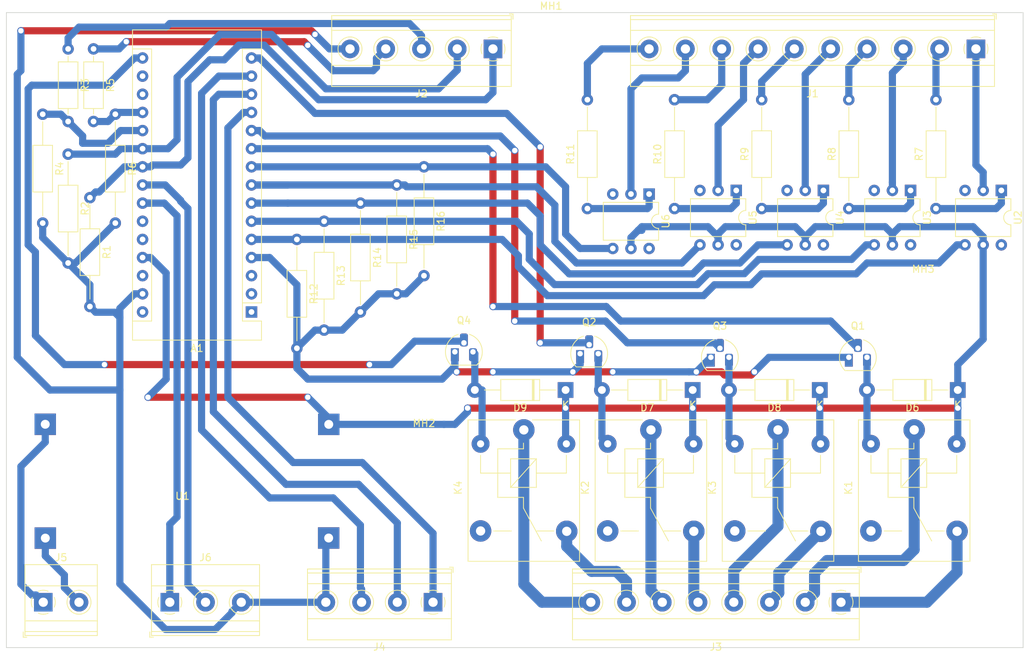
<source format=kicad_pcb>
(kicad_pcb (version 20171130) (host pcbnew "(5.0.0)")

  (general
    (thickness 1.6)
    (drawings 4)
    (tracks 428)
    (zones 0)
    (modules 44)
    (nets 50)
  )

  (page A4)
  (layers
    (0 F.Cu signal)
    (31 B.Cu signal)
    (32 B.Adhes user)
    (33 F.Adhes user)
    (34 B.Paste user)
    (35 F.Paste user)
    (36 B.SilkS user)
    (37 F.SilkS user)
    (38 B.Mask user)
    (39 F.Mask user)
    (40 Dwgs.User user)
    (41 Cmts.User user)
    (42 Eco1.User user)
    (43 Eco2.User user)
    (44 Edge.Cuts user)
    (45 Margin user)
    (46 B.CrtYd user)
    (47 F.CrtYd user)
    (48 B.Fab user)
    (49 F.Fab user)
  )

  (setup
    (last_trace_width 1)
    (trace_clearance 0.5)
    (zone_clearance 0.508)
    (zone_45_only no)
    (trace_min 0.2)
    (segment_width 0.2)
    (edge_width 0.1)
    (via_size 1)
    (via_drill 0.75)
    (via_min_size 0.4)
    (via_min_drill 0.3)
    (uvia_size 0.3)
    (uvia_drill 0.1)
    (uvias_allowed no)
    (uvia_min_size 0.2)
    (uvia_min_drill 0.1)
    (pcb_text_width 0.3)
    (pcb_text_size 1.5 1.5)
    (mod_edge_width 0.15)
    (mod_text_size 1 1)
    (mod_text_width 0.15)
    (pad_size 3 3)
    (pad_drill 1.25)
    (pad_to_mask_clearance 0)
    (aux_axis_origin 0 0)
    (visible_elements 7FFFF7FF)
    (pcbplotparams
      (layerselection 0x010fc_ffffffff)
      (usegerberextensions false)
      (usegerberattributes false)
      (usegerberadvancedattributes false)
      (creategerberjobfile false)
      (excludeedgelayer true)
      (linewidth 0.100000)
      (plotframeref false)
      (viasonmask false)
      (mode 1)
      (useauxorigin false)
      (hpglpennumber 1)
      (hpglpenspeed 20)
      (hpglpendiameter 15.000000)
      (psnegative false)
      (psa4output false)
      (plotreference true)
      (plotvalue true)
      (plotinvisibletext false)
      (padsonsilk false)
      (subtractmaskfromsilk false)
      (outputformat 1)
      (mirror false)
      (drillshape 1)
      (scaleselection 1)
      (outputdirectory ""))
  )

  (net 0 "")
  (net 1 SCL)
  (net 2 SDA)
  (net 3 IX0.0)
  (net 4 IX0.1)
  (net 5 IX0.2)
  (net 6 IX0.3)
  (net 7 +5V)
  (net 8 IX0.4)
  (net 9 GND)
  (net 10 QX0.0)
  (net 11 QX0.1)
  (net 12 QW0.0)
  (net 13 AN0)
  (net 14 QW0.1)
  (net 15 AN1)
  (net 16 QW0.2)
  (net 17 IW0.2)
  (net 18 QX0.2)
  (net 19 IW0.3)
  (net 20 QX0.3)
  (net 21 "Net-(D6-Pad2)")
  (net 22 "Net-(D7-Pad2)")
  (net 23 "Net-(D8-Pad2)")
  (net 24 "Net-(D9-Pad2)")
  (net 25 IN0)
  (net 26 IN1)
  (net 27 IN2)
  (net 28 IN3)
  (net 29 IN4)
  (net 30 AN2)
  (net 31 AN3)
  (net 32 RLY01_3)
  (net 33 RLY01_2)
  (net 34 RLY01_1)
  (net 35 RLY01_0)
  (net 36 "Net-(R7-Pad1)")
  (net 37 "Net-(R8-Pad1)")
  (net 38 "Net-(R9-Pad1)")
  (net 39 "Net-(R10-Pad1)")
  (net 40 "Net-(R11-Pad1)")
  (net 41 IN0.1)
  (net 42 IN1.1)
  (net 43 IN2.1)
  (net 44 IN3.1)
  (net 45 IN4.1)
  (net 46 RLY01_01)
  (net 47 RLY01_11)
  (net 48 RLY01_21)
  (net 49 RLY01_31)

  (net_class Default "Esta es la clase de red por defecto."
    (clearance 0.5)
    (trace_width 1)
    (via_dia 1)
    (via_drill 0.75)
    (uvia_dia 0.3)
    (uvia_drill 0.1)
    (add_net +5V)
    (add_net AN0)
    (add_net AN1)
    (add_net AN2)
    (add_net AN3)
    (add_net GND)
    (add_net IN0)
    (add_net IN0.1)
    (add_net IN1)
    (add_net IN1.1)
    (add_net IN2)
    (add_net IN2.1)
    (add_net IN3)
    (add_net IN3.1)
    (add_net IN4)
    (add_net IN4.1)
    (add_net IW0.2)
    (add_net IW0.3)
    (add_net IX0.0)
    (add_net IX0.1)
    (add_net IX0.2)
    (add_net IX0.3)
    (add_net IX0.4)
    (add_net "Net-(D6-Pad2)")
    (add_net "Net-(D7-Pad2)")
    (add_net "Net-(D8-Pad2)")
    (add_net "Net-(D9-Pad2)")
    (add_net "Net-(R10-Pad1)")
    (add_net "Net-(R11-Pad1)")
    (add_net "Net-(R7-Pad1)")
    (add_net "Net-(R8-Pad1)")
    (add_net "Net-(R9-Pad1)")
    (add_net QW0.0)
    (add_net QW0.1)
    (add_net QW0.2)
    (add_net QX0.0)
    (add_net QX0.1)
    (add_net QX0.2)
    (add_net QX0.3)
    (add_net SCL)
    (add_net SDA)
  )

  (net_class 220v ""
    (clearance 1)
    (trace_width 1.54)
    (via_dia 1)
    (via_drill 0.75)
    (uvia_dia 0.3)
    (uvia_drill 0.1)
    (add_net RLY01_0)
    (add_net RLY01_01)
    (add_net RLY01_1)
    (add_net RLY01_11)
    (add_net RLY01_2)
    (add_net RLY01_21)
    (add_net RLY01_3)
    (add_net RLY01_31)
  )

  (module Resistor_THT:R_Axial_DIN0207_L6.3mm_D2.5mm_P15.24mm_Horizontal (layer F.Cu) (tedit 5AE5139B) (tstamp 5CC066AA)
    (at 70.104 74.168 270)
    (descr "Resistor, Axial_DIN0207 series, Axial, Horizontal, pin pitch=15.24mm, 0.25W = 1/4W, length*diameter=6.3*2.5mm^2, http://cdn-reichelt.de/documents/datenblatt/B400/1_4W%23YAG.pdf")
    (tags "Resistor Axial_DIN0207 series Axial Horizontal pin pitch 15.24mm 0.25W = 1/4W length 6.3mm diameter 2.5mm")
    (path /5CB0C9EE/5CB20889)
    (fp_text reference R1 (at 7.62 -2.37 270) (layer F.SilkS)
      (effects (font (size 1 1) (thickness 0.15)))
    )
    (fp_text value 250ohm/1% (at 7.62 2.37 270) (layer F.Fab)
      (effects (font (size 1 1) (thickness 0.15)))
    )
    (fp_text user %R (at 7.62 0 270) (layer F.Fab)
      (effects (font (size 1 1) (thickness 0.15)))
    )
    (fp_line (start 16.29 -1.5) (end -1.05 -1.5) (layer F.CrtYd) (width 0.05))
    (fp_line (start 16.29 1.5) (end 16.29 -1.5) (layer F.CrtYd) (width 0.05))
    (fp_line (start -1.05 1.5) (end 16.29 1.5) (layer F.CrtYd) (width 0.05))
    (fp_line (start -1.05 -1.5) (end -1.05 1.5) (layer F.CrtYd) (width 0.05))
    (fp_line (start 14.2 0) (end 10.89 0) (layer F.SilkS) (width 0.12))
    (fp_line (start 1.04 0) (end 4.35 0) (layer F.SilkS) (width 0.12))
    (fp_line (start 10.89 -1.37) (end 4.35 -1.37) (layer F.SilkS) (width 0.12))
    (fp_line (start 10.89 1.37) (end 10.89 -1.37) (layer F.SilkS) (width 0.12))
    (fp_line (start 4.35 1.37) (end 10.89 1.37) (layer F.SilkS) (width 0.12))
    (fp_line (start 4.35 -1.37) (end 4.35 1.37) (layer F.SilkS) (width 0.12))
    (fp_line (start 15.24 0) (end 10.77 0) (layer F.Fab) (width 0.1))
    (fp_line (start 0 0) (end 4.47 0) (layer F.Fab) (width 0.1))
    (fp_line (start 10.77 -1.25) (end 4.47 -1.25) (layer F.Fab) (width 0.1))
    (fp_line (start 10.77 1.25) (end 10.77 -1.25) (layer F.Fab) (width 0.1))
    (fp_line (start 4.47 1.25) (end 10.77 1.25) (layer F.Fab) (width 0.1))
    (fp_line (start 4.47 -1.25) (end 4.47 1.25) (layer F.Fab) (width 0.1))
    (pad 2 thru_hole oval (at 15.24 0 270) (size 1.6 1.6) (drill 0.8) (layers *.Cu *.Mask)
      (net 9 GND))
    (pad 1 thru_hole circle (at 0 0 270) (size 1.6 1.6) (drill 0.8) (layers *.Cu *.Mask)
      (net 13 AN0))
    (model ${KISYS3DMOD}/Resistor_THT.3dshapes/R_Axial_DIN0207_L6.3mm_D2.5mm_P15.24mm_Horizontal.wrl
      (at (xyz 0 0 0))
      (scale (xyz 1 1 1))
      (rotate (xyz 0 0 0))
    )
  )

  (module Diode_THT:D_DO-41_SOD81_P12.70mm_Horizontal (layer F.Cu) (tedit 5CB46970) (tstamp 5CBD0D96)
    (at 136.652 101.092 180)
    (descr "Diode, DO-41_SOD81 series, Axial, Horizontal, pin pitch=12.7mm, , length*diameter=5.2*2.7mm^2, , http://www.diodes.com/_files/packages/DO-41%20(Plastic).pdf")
    (tags "Diode DO-41_SOD81 series Axial Horizontal pin pitch 12.7mm  length 5.2mm diameter 2.7mm")
    (path /5CB15C83/5CB16067)
    (fp_text reference D9 (at 6.35 -2.47 180) (layer F.SilkS)
      (effects (font (size 1 1) (thickness 0.15)))
    )
    (fp_text value 1N4007 (at 6.35 2.47 180) (layer F.Fab)
      (effects (font (size 1 1) (thickness 0.15)))
    )
    (fp_text user K (at 0 -2.1 180) (layer F.SilkS)
      (effects (font (size 1 1) (thickness 0.15)))
    )
    (fp_text user K (at 0 -2.1 180) (layer F.Fab)
      (effects (font (size 1 1) (thickness 0.15)))
    )
    (fp_text user %R (at 6.74 0 180) (layer F.Fab)
      (effects (font (size 1 1) (thickness 0.15)))
    )
    (fp_line (start 14.05 -1.6) (end -1.35 -1.6) (layer F.CrtYd) (width 0.05))
    (fp_line (start 14.05 1.6) (end 14.05 -1.6) (layer F.CrtYd) (width 0.05))
    (fp_line (start -1.35 1.6) (end 14.05 1.6) (layer F.CrtYd) (width 0.05))
    (fp_line (start -1.35 -1.6) (end -1.35 1.6) (layer F.CrtYd) (width 0.05))
    (fp_line (start 4.41 -1.47) (end 4.41 1.47) (layer F.SilkS) (width 0.12))
    (fp_line (start 4.65 -1.47) (end 4.65 1.47) (layer F.SilkS) (width 0.12))
    (fp_line (start 4.53 -1.47) (end 4.53 1.47) (layer F.SilkS) (width 0.12))
    (fp_line (start 11.36 0) (end 9.07 0) (layer F.SilkS) (width 0.12))
    (fp_line (start 1.34 0) (end 3.63 0) (layer F.SilkS) (width 0.12))
    (fp_line (start 9.07 -1.47) (end 3.63 -1.47) (layer F.SilkS) (width 0.12))
    (fp_line (start 9.07 1.47) (end 9.07 -1.47) (layer F.SilkS) (width 0.12))
    (fp_line (start 3.63 1.47) (end 9.07 1.47) (layer F.SilkS) (width 0.12))
    (fp_line (start 3.63 -1.47) (end 3.63 1.47) (layer F.SilkS) (width 0.12))
    (fp_line (start 4.43 -1.35) (end 4.43 1.35) (layer F.Fab) (width 0.1))
    (fp_line (start 4.63 -1.35) (end 4.63 1.35) (layer F.Fab) (width 0.1))
    (fp_line (start 4.53 -1.35) (end 4.53 1.35) (layer F.Fab) (width 0.1))
    (fp_line (start 12.7 0) (end 8.95 0) (layer F.Fab) (width 0.1))
    (fp_line (start 0 0) (end 3.75 0) (layer F.Fab) (width 0.1))
    (fp_line (start 8.95 -1.35) (end 3.75 -1.35) (layer F.Fab) (width 0.1))
    (fp_line (start 8.95 1.35) (end 8.95 -1.35) (layer F.Fab) (width 0.1))
    (fp_line (start 3.75 1.35) (end 8.95 1.35) (layer F.Fab) (width 0.1))
    (fp_line (start 3.75 -1.35) (end 3.75 1.35) (layer F.Fab) (width 0.1))
    (pad 2 thru_hole oval (at 12.7 0 180) (size 2.2 2.2) (drill 1.1) (layers *.Cu *.Mask)
      (net 24 "Net-(D9-Pad2)"))
    (pad 1 thru_hole rect (at 0 0 180) (size 2.2 2.2) (drill 1.1) (layers *.Cu *.Mask)
      (net 7 +5V))
    (model ${KISYS3DMOD}/Diode_THT.3dshapes/D_DO-41_SOD81_P12.70mm_Horizontal.wrl
      (at (xyz 0 0 0))
      (scale (xyz 1 1 1))
      (rotate (xyz 0 0 0))
    )
  )

  (module Package_TO_SOT_THT:TO-92_HandSolder (layer F.Cu) (tedit 5A282C46) (tstamp 5CC03457)
    (at 121.158 95.758)
    (descr "TO-92 leads molded, narrow, drill 0.75mm, handsoldering variant with enlarged pads (see NXP sot054_po.pdf)")
    (tags "to-92 sc-43 sc-43a sot54 PA33 transistor")
    (path /5CB15C83/5CB16043)
    (fp_text reference Q4 (at 1.27 -4.4) (layer F.SilkS)
      (effects (font (size 1 1) (thickness 0.15)))
    )
    (fp_text value PN2222A (at 1.27 2.79) (layer F.Fab)
      (effects (font (size 1 1) (thickness 0.15)))
    )
    (fp_arc (start 1.27 0) (end 2.05 -2.45) (angle 117.6433766) (layer F.SilkS) (width 0.12))
    (fp_arc (start 1.27 0) (end 1.27 -2.48) (angle -135) (layer F.Fab) (width 0.1))
    (fp_arc (start 1.27 0) (end 0.45 -2.45) (angle -116.9632683) (layer F.SilkS) (width 0.12))
    (fp_arc (start 1.27 0) (end 1.27 -2.48) (angle 135) (layer F.Fab) (width 0.1))
    (fp_line (start 4 2.01) (end -1.46 2.01) (layer F.CrtYd) (width 0.05))
    (fp_line (start 4 2.01) (end 4 -3.05) (layer F.CrtYd) (width 0.05))
    (fp_line (start -1.45 -3.05) (end -1.46 2.01) (layer F.CrtYd) (width 0.05))
    (fp_line (start -1.46 -3.05) (end 4 -3.05) (layer F.CrtYd) (width 0.05))
    (fp_line (start -0.5 1.75) (end 3 1.75) (layer F.Fab) (width 0.1))
    (fp_line (start -0.53 1.85) (end 3.07 1.85) (layer F.SilkS) (width 0.12))
    (fp_text user %R (at 1.27 -4.4) (layer F.Fab)
      (effects (font (size 1 1) (thickness 0.15)))
    )
    (pad 1 thru_hole rect (at 0 0) (size 1.1 1.8) (drill 0.75 (offset 0 0.4)) (layers *.Cu *.Mask)
      (net 9 GND))
    (pad 3 thru_hole roundrect (at 2.54 0) (size 1.1 1.8) (drill 0.75 (offset 0 0.4)) (layers *.Cu *.Mask) (roundrect_rratio 0.25)
      (net 24 "Net-(D9-Pad2)"))
    (pad 2 thru_hole roundrect (at 1.27 -1.27) (size 1.1 1.8) (drill 0.75 (offset 0 -0.4)) (layers *.Cu *.Mask) (roundrect_rratio 0.25)
      (net 20 QX0.3))
    (model ${KISYS3DMOD}/Package_TO_SOT_THT.3dshapes/TO-92.wrl
      (at (xyz 0 0 0))
      (scale (xyz 1 1 1))
      (rotate (xyz 0 0 0))
    )
  )

  (module TerminalBlock_Phoenix:TerminalBlock_Phoenix_MKDS-1,5-8_1x08_P5.00mm_Horizontal (layer F.Cu) (tedit 5B294EEA) (tstamp 5CBCF89B)
    (at 175.18 130.81 180)
    (descr "Terminal Block Phoenix MKDS-1,5-8, 8 pins, pitch 5mm, size 40x9.8mm^2, drill diamater 1.3mm, pad diameter 2.6mm, see http://www.farnell.com/datasheets/100425.pdf, script-generated using https://github.com/pointhi/kicad-footprint-generator/scripts/TerminalBlock_Phoenix")
    (tags "THT Terminal Block Phoenix MKDS-1,5-8 pitch 5mm size 40x9.8mm^2 drill 1.3mm pad 2.6mm")
    (path /5CB15C3F/5CAFB18D)
    (fp_text reference J3 (at 17.5 -6.26 180) (layer F.SilkS)
      (effects (font (size 1 1) (thickness 0.15)))
    )
    (fp_text value Screw_Terminal_01x08 (at 17.5 5.66 180) (layer F.Fab)
      (effects (font (size 1 1) (thickness 0.15)))
    )
    (fp_arc (start 0 0) (end 0 1.68) (angle -24) (layer F.SilkS) (width 0.12))
    (fp_arc (start 0 0) (end 1.535 0.684) (angle -48) (layer F.SilkS) (width 0.12))
    (fp_arc (start 0 0) (end 0.684 -1.535) (angle -48) (layer F.SilkS) (width 0.12))
    (fp_arc (start 0 0) (end -1.535 -0.684) (angle -48) (layer F.SilkS) (width 0.12))
    (fp_arc (start 0 0) (end -0.684 1.535) (angle -25) (layer F.SilkS) (width 0.12))
    (fp_circle (center 0 0) (end 1.5 0) (layer F.Fab) (width 0.1))
    (fp_circle (center 5 0) (end 6.5 0) (layer F.Fab) (width 0.1))
    (fp_circle (center 5 0) (end 6.68 0) (layer F.SilkS) (width 0.12))
    (fp_circle (center 10 0) (end 11.5 0) (layer F.Fab) (width 0.1))
    (fp_circle (center 10 0) (end 11.68 0) (layer F.SilkS) (width 0.12))
    (fp_circle (center 15 0) (end 16.5 0) (layer F.Fab) (width 0.1))
    (fp_circle (center 15 0) (end 16.68 0) (layer F.SilkS) (width 0.12))
    (fp_circle (center 20 0) (end 21.5 0) (layer F.Fab) (width 0.1))
    (fp_circle (center 20 0) (end 21.68 0) (layer F.SilkS) (width 0.12))
    (fp_circle (center 25 0) (end 26.5 0) (layer F.Fab) (width 0.1))
    (fp_circle (center 25 0) (end 26.68 0) (layer F.SilkS) (width 0.12))
    (fp_circle (center 30 0) (end 31.5 0) (layer F.Fab) (width 0.1))
    (fp_circle (center 30 0) (end 31.68 0) (layer F.SilkS) (width 0.12))
    (fp_circle (center 35 0) (end 36.5 0) (layer F.Fab) (width 0.1))
    (fp_circle (center 35 0) (end 36.68 0) (layer F.SilkS) (width 0.12))
    (fp_line (start -2.5 -5.2) (end 37.5 -5.2) (layer F.Fab) (width 0.1))
    (fp_line (start 37.5 -5.2) (end 37.5 4.6) (layer F.Fab) (width 0.1))
    (fp_line (start 37.5 4.6) (end -2 4.6) (layer F.Fab) (width 0.1))
    (fp_line (start -2 4.6) (end -2.5 4.1) (layer F.Fab) (width 0.1))
    (fp_line (start -2.5 4.1) (end -2.5 -5.2) (layer F.Fab) (width 0.1))
    (fp_line (start -2.5 4.1) (end 37.5 4.1) (layer F.Fab) (width 0.1))
    (fp_line (start -2.56 4.1) (end 37.56 4.1) (layer F.SilkS) (width 0.12))
    (fp_line (start -2.5 2.6) (end 37.5 2.6) (layer F.Fab) (width 0.1))
    (fp_line (start -2.56 2.6) (end 37.56 2.6) (layer F.SilkS) (width 0.12))
    (fp_line (start -2.5 -2.3) (end 37.5 -2.3) (layer F.Fab) (width 0.1))
    (fp_line (start -2.56 -2.301) (end 37.56 -2.301) (layer F.SilkS) (width 0.12))
    (fp_line (start -2.56 -5.261) (end 37.56 -5.261) (layer F.SilkS) (width 0.12))
    (fp_line (start -2.56 4.66) (end 37.56 4.66) (layer F.SilkS) (width 0.12))
    (fp_line (start -2.56 -5.261) (end -2.56 4.66) (layer F.SilkS) (width 0.12))
    (fp_line (start 37.56 -5.261) (end 37.56 4.66) (layer F.SilkS) (width 0.12))
    (fp_line (start 1.138 -0.955) (end -0.955 1.138) (layer F.Fab) (width 0.1))
    (fp_line (start 0.955 -1.138) (end -1.138 0.955) (layer F.Fab) (width 0.1))
    (fp_line (start 6.138 -0.955) (end 4.046 1.138) (layer F.Fab) (width 0.1))
    (fp_line (start 5.955 -1.138) (end 3.863 0.955) (layer F.Fab) (width 0.1))
    (fp_line (start 6.275 -1.069) (end 6.228 -1.023) (layer F.SilkS) (width 0.12))
    (fp_line (start 3.966 1.239) (end 3.931 1.274) (layer F.SilkS) (width 0.12))
    (fp_line (start 6.07 -1.275) (end 6.035 -1.239) (layer F.SilkS) (width 0.12))
    (fp_line (start 3.773 1.023) (end 3.726 1.069) (layer F.SilkS) (width 0.12))
    (fp_line (start 11.138 -0.955) (end 9.046 1.138) (layer F.Fab) (width 0.1))
    (fp_line (start 10.955 -1.138) (end 8.863 0.955) (layer F.Fab) (width 0.1))
    (fp_line (start 11.275 -1.069) (end 11.228 -1.023) (layer F.SilkS) (width 0.12))
    (fp_line (start 8.966 1.239) (end 8.931 1.274) (layer F.SilkS) (width 0.12))
    (fp_line (start 11.07 -1.275) (end 11.035 -1.239) (layer F.SilkS) (width 0.12))
    (fp_line (start 8.773 1.023) (end 8.726 1.069) (layer F.SilkS) (width 0.12))
    (fp_line (start 16.138 -0.955) (end 14.046 1.138) (layer F.Fab) (width 0.1))
    (fp_line (start 15.955 -1.138) (end 13.863 0.955) (layer F.Fab) (width 0.1))
    (fp_line (start 16.275 -1.069) (end 16.228 -1.023) (layer F.SilkS) (width 0.12))
    (fp_line (start 13.966 1.239) (end 13.931 1.274) (layer F.SilkS) (width 0.12))
    (fp_line (start 16.07 -1.275) (end 16.035 -1.239) (layer F.SilkS) (width 0.12))
    (fp_line (start 13.773 1.023) (end 13.726 1.069) (layer F.SilkS) (width 0.12))
    (fp_line (start 21.138 -0.955) (end 19.046 1.138) (layer F.Fab) (width 0.1))
    (fp_line (start 20.955 -1.138) (end 18.863 0.955) (layer F.Fab) (width 0.1))
    (fp_line (start 21.275 -1.069) (end 21.228 -1.023) (layer F.SilkS) (width 0.12))
    (fp_line (start 18.966 1.239) (end 18.931 1.274) (layer F.SilkS) (width 0.12))
    (fp_line (start 21.07 -1.275) (end 21.035 -1.239) (layer F.SilkS) (width 0.12))
    (fp_line (start 18.773 1.023) (end 18.726 1.069) (layer F.SilkS) (width 0.12))
    (fp_line (start 26.138 -0.955) (end 24.046 1.138) (layer F.Fab) (width 0.1))
    (fp_line (start 25.955 -1.138) (end 23.863 0.955) (layer F.Fab) (width 0.1))
    (fp_line (start 26.275 -1.069) (end 26.228 -1.023) (layer F.SilkS) (width 0.12))
    (fp_line (start 23.966 1.239) (end 23.931 1.274) (layer F.SilkS) (width 0.12))
    (fp_line (start 26.07 -1.275) (end 26.035 -1.239) (layer F.SilkS) (width 0.12))
    (fp_line (start 23.773 1.023) (end 23.726 1.069) (layer F.SilkS) (width 0.12))
    (fp_line (start 31.138 -0.955) (end 29.046 1.138) (layer F.Fab) (width 0.1))
    (fp_line (start 30.955 -1.138) (end 28.863 0.955) (layer F.Fab) (width 0.1))
    (fp_line (start 31.275 -1.069) (end 31.228 -1.023) (layer F.SilkS) (width 0.12))
    (fp_line (start 28.966 1.239) (end 28.931 1.274) (layer F.SilkS) (width 0.12))
    (fp_line (start 31.07 -1.275) (end 31.035 -1.239) (layer F.SilkS) (width 0.12))
    (fp_line (start 28.773 1.023) (end 28.726 1.069) (layer F.SilkS) (width 0.12))
    (fp_line (start 36.138 -0.955) (end 34.046 1.138) (layer F.Fab) (width 0.1))
    (fp_line (start 35.955 -1.138) (end 33.863 0.955) (layer F.Fab) (width 0.1))
    (fp_line (start 36.275 -1.069) (end 36.228 -1.023) (layer F.SilkS) (width 0.12))
    (fp_line (start 33.966 1.239) (end 33.931 1.274) (layer F.SilkS) (width 0.12))
    (fp_line (start 36.07 -1.275) (end 36.035 -1.239) (layer F.SilkS) (width 0.12))
    (fp_line (start 33.773 1.023) (end 33.726 1.069) (layer F.SilkS) (width 0.12))
    (fp_line (start -2.8 4.16) (end -2.8 4.9) (layer F.SilkS) (width 0.12))
    (fp_line (start -2.8 4.9) (end -2.3 4.9) (layer F.SilkS) (width 0.12))
    (fp_line (start -3 -5.71) (end -3 5.1) (layer F.CrtYd) (width 0.05))
    (fp_line (start -3 5.1) (end 38 5.1) (layer F.CrtYd) (width 0.05))
    (fp_line (start 38 5.1) (end 38 -5.71) (layer F.CrtYd) (width 0.05))
    (fp_line (start 38 -5.71) (end -3 -5.71) (layer F.CrtYd) (width 0.05))
    (fp_text user %R (at 17.5 3.2 180) (layer F.Fab)
      (effects (font (size 1 1) (thickness 0.15)))
    )
    (pad 1 thru_hole rect (at 0 0 180) (size 2.6 2.6) (drill 1.3) (layers *.Cu *.Mask)
      (net 46 RLY01_01))
    (pad 2 thru_hole circle (at 5 0 180) (size 2.6 2.6) (drill 1.3) (layers *.Cu *.Mask)
      (net 35 RLY01_0))
    (pad 3 thru_hole circle (at 10 0 180) (size 2.6 2.6) (drill 1.3) (layers *.Cu *.Mask)
      (net 47 RLY01_11))
    (pad 4 thru_hole circle (at 15 0 180) (size 2.6 2.6) (drill 1.3) (layers *.Cu *.Mask)
      (net 34 RLY01_1))
    (pad 5 thru_hole circle (at 20 0 180) (size 2.6 2.6) (drill 1.3) (layers *.Cu *.Mask)
      (net 48 RLY01_21))
    (pad 6 thru_hole circle (at 25 0 180) (size 2.6 2.6) (drill 1.3) (layers *.Cu *.Mask)
      (net 33 RLY01_2))
    (pad 7 thru_hole circle (at 30 0 180) (size 2.6 2.6) (drill 1.3) (layers *.Cu *.Mask)
      (net 49 RLY01_31))
    (pad 8 thru_hole circle (at 35 0 180) (size 2.6 2.6) (drill 1.3) (layers *.Cu *.Mask)
      (net 32 RLY01_3))
    (model "${KIPRJMOD}/STEP/MSTB 2,5_8_ST_1754465 + MSTB 2,5_ 3_G_1754452 (Phoenix Contact).STEP"
      (offset (xyz 20.5 10 7))
      (scale (xyz 1 1 1))
      (rotate (xyz -90 0 -90))
    )
  )

  (module TerminalBlock_Phoenix:TerminalBlock_Phoenix_MKDS-1,5-5_1x05_P5.00mm_Horizontal (layer F.Cu) (tedit 5B294EE6) (tstamp 5CBBB43A)
    (at 126.492 53.34 180)
    (descr "Terminal Block Phoenix MKDS-1,5-5, 5 pins, pitch 5mm, size 25x9.8mm^2, drill diamater 1.3mm, pad diameter 2.6mm, see http://www.farnell.com/datasheets/100425.pdf, script-generated using https://github.com/pointhi/kicad-footprint-generator/scripts/TerminalBlock_Phoenix")
    (tags "THT Terminal Block Phoenix MKDS-1,5-5 pitch 5mm size 25x9.8mm^2 drill 1.3mm pad 2.6mm")
    (path /5CB15C3F/5CB44784)
    (fp_text reference J2 (at 10 -6.26 180) (layer F.SilkS)
      (effects (font (size 1 1) (thickness 0.15)))
    )
    (fp_text value Screw_Terminal_01x05 (at 10 5.66 180) (layer F.Fab)
      (effects (font (size 1 1) (thickness 0.15)))
    )
    (fp_arc (start 0 0) (end 0 1.68) (angle -24) (layer F.SilkS) (width 0.12))
    (fp_arc (start 0 0) (end 1.535 0.684) (angle -48) (layer F.SilkS) (width 0.12))
    (fp_arc (start 0 0) (end 0.684 -1.535) (angle -48) (layer F.SilkS) (width 0.12))
    (fp_arc (start 0 0) (end -1.535 -0.684) (angle -48) (layer F.SilkS) (width 0.12))
    (fp_arc (start 0 0) (end -0.684 1.535) (angle -25) (layer F.SilkS) (width 0.12))
    (fp_circle (center 0 0) (end 1.5 0) (layer F.Fab) (width 0.1))
    (fp_circle (center 5 0) (end 6.5 0) (layer F.Fab) (width 0.1))
    (fp_circle (center 5 0) (end 6.68 0) (layer F.SilkS) (width 0.12))
    (fp_circle (center 10 0) (end 11.5 0) (layer F.Fab) (width 0.1))
    (fp_circle (center 10 0) (end 11.68 0) (layer F.SilkS) (width 0.12))
    (fp_circle (center 15 0) (end 16.5 0) (layer F.Fab) (width 0.1))
    (fp_circle (center 15 0) (end 16.68 0) (layer F.SilkS) (width 0.12))
    (fp_circle (center 20 0) (end 21.5 0) (layer F.Fab) (width 0.1))
    (fp_circle (center 20 0) (end 21.68 0) (layer F.SilkS) (width 0.12))
    (fp_line (start -2.5 -5.2) (end 22.5 -5.2) (layer F.Fab) (width 0.1))
    (fp_line (start 22.5 -5.2) (end 22.5 4.6) (layer F.Fab) (width 0.1))
    (fp_line (start 22.5 4.6) (end -2 4.6) (layer F.Fab) (width 0.1))
    (fp_line (start -2 4.6) (end -2.5 4.1) (layer F.Fab) (width 0.1))
    (fp_line (start -2.5 4.1) (end -2.5 -5.2) (layer F.Fab) (width 0.1))
    (fp_line (start -2.5 4.1) (end 22.5 4.1) (layer F.Fab) (width 0.1))
    (fp_line (start -2.56 4.1) (end 22.56 4.1) (layer F.SilkS) (width 0.12))
    (fp_line (start -2.5 2.6) (end 22.5 2.6) (layer F.Fab) (width 0.1))
    (fp_line (start -2.56 2.6) (end 22.56 2.6) (layer F.SilkS) (width 0.12))
    (fp_line (start -2.5 -2.3) (end 22.5 -2.3) (layer F.Fab) (width 0.1))
    (fp_line (start -2.56 -2.301) (end 22.56 -2.301) (layer F.SilkS) (width 0.12))
    (fp_line (start -2.56 -5.261) (end 22.56 -5.261) (layer F.SilkS) (width 0.12))
    (fp_line (start -2.56 4.66) (end 22.56 4.66) (layer F.SilkS) (width 0.12))
    (fp_line (start -2.56 -5.261) (end -2.56 4.66) (layer F.SilkS) (width 0.12))
    (fp_line (start 22.56 -5.261) (end 22.56 4.66) (layer F.SilkS) (width 0.12))
    (fp_line (start 1.138 -0.955) (end -0.955 1.138) (layer F.Fab) (width 0.1))
    (fp_line (start 0.955 -1.138) (end -1.138 0.955) (layer F.Fab) (width 0.1))
    (fp_line (start 6.138 -0.955) (end 4.046 1.138) (layer F.Fab) (width 0.1))
    (fp_line (start 5.955 -1.138) (end 3.863 0.955) (layer F.Fab) (width 0.1))
    (fp_line (start 6.275 -1.069) (end 6.228 -1.023) (layer F.SilkS) (width 0.12))
    (fp_line (start 3.966 1.239) (end 3.931 1.274) (layer F.SilkS) (width 0.12))
    (fp_line (start 6.07 -1.275) (end 6.035 -1.239) (layer F.SilkS) (width 0.12))
    (fp_line (start 3.773 1.023) (end 3.726 1.069) (layer F.SilkS) (width 0.12))
    (fp_line (start 11.138 -0.955) (end 9.046 1.138) (layer F.Fab) (width 0.1))
    (fp_line (start 10.955 -1.138) (end 8.863 0.955) (layer F.Fab) (width 0.1))
    (fp_line (start 11.275 -1.069) (end 11.228 -1.023) (layer F.SilkS) (width 0.12))
    (fp_line (start 8.966 1.239) (end 8.931 1.274) (layer F.SilkS) (width 0.12))
    (fp_line (start 11.07 -1.275) (end 11.035 -1.239) (layer F.SilkS) (width 0.12))
    (fp_line (start 8.773 1.023) (end 8.726 1.069) (layer F.SilkS) (width 0.12))
    (fp_line (start 16.138 -0.955) (end 14.046 1.138) (layer F.Fab) (width 0.1))
    (fp_line (start 15.955 -1.138) (end 13.863 0.955) (layer F.Fab) (width 0.1))
    (fp_line (start 16.275 -1.069) (end 16.228 -1.023) (layer F.SilkS) (width 0.12))
    (fp_line (start 13.966 1.239) (end 13.931 1.274) (layer F.SilkS) (width 0.12))
    (fp_line (start 16.07 -1.275) (end 16.035 -1.239) (layer F.SilkS) (width 0.12))
    (fp_line (start 13.773 1.023) (end 13.726 1.069) (layer F.SilkS) (width 0.12))
    (fp_line (start 21.138 -0.955) (end 19.046 1.138) (layer F.Fab) (width 0.1))
    (fp_line (start 20.955 -1.138) (end 18.863 0.955) (layer F.Fab) (width 0.1))
    (fp_line (start 21.275 -1.069) (end 21.228 -1.023) (layer F.SilkS) (width 0.12))
    (fp_line (start 18.966 1.239) (end 18.931 1.274) (layer F.SilkS) (width 0.12))
    (fp_line (start 21.07 -1.275) (end 21.035 -1.239) (layer F.SilkS) (width 0.12))
    (fp_line (start 18.773 1.023) (end 18.726 1.069) (layer F.SilkS) (width 0.12))
    (fp_line (start -2.8 4.16) (end -2.8 4.9) (layer F.SilkS) (width 0.12))
    (fp_line (start -2.8 4.9) (end -2.3 4.9) (layer F.SilkS) (width 0.12))
    (fp_line (start -3 -5.71) (end -3 5.1) (layer F.CrtYd) (width 0.05))
    (fp_line (start -3 5.1) (end 23 5.1) (layer F.CrtYd) (width 0.05))
    (fp_line (start 23 5.1) (end 23 -5.71) (layer F.CrtYd) (width 0.05))
    (fp_line (start 23 -5.71) (end -3 -5.71) (layer F.CrtYd) (width 0.05))
    (fp_text user %R (at 10 3.2 180) (layer F.Fab)
      (effects (font (size 1 1) (thickness 0.15)))
    )
    (pad 1 thru_hole rect (at 0 0 180) (size 2.6 2.6) (drill 1.3) (layers *.Cu *.Mask)
      (net 13 AN0))
    (pad 2 thru_hole circle (at 5 0 180) (size 2.6 2.6) (drill 1.3) (layers *.Cu *.Mask)
      (net 15 AN1))
    (pad 3 thru_hole circle (at 10 0 180) (size 2.6 2.6) (drill 1.3) (layers *.Cu *.Mask)
      (net 30 AN2))
    (pad 4 thru_hole circle (at 15 0 180) (size 2.6 2.6) (drill 1.3) (layers *.Cu *.Mask)
      (net 31 AN3))
    (pad 5 thru_hole circle (at 20 0 180) (size 2.6 2.6) (drill 1.3) (layers *.Cu *.Mask)
      (net 9 GND))
    (model "${KIPRJMOD}/STEP/MSTB 2,5_5_ST_1754449 + MSTB 2,5_ 2_G_1754436 (Phoenix Contact).STEP"
      (offset (xyz 24.5 -10 7))
      (scale (xyz 1 1 1))
      (rotate (xyz -90 0 90))
    )
  )

  (module TerminalBlock_Phoenix:TerminalBlock_Phoenix_MKDS-1,5-4_1x04_P5.00mm_Horizontal (layer F.Cu) (tedit 5B294EE5) (tstamp 5CBD1B65)
    (at 118.11 130.81 180)
    (descr "Terminal Block Phoenix MKDS-1,5-4, 4 pins, pitch 5mm, size 20x9.8mm^2, drill diamater 1.3mm, pad diameter 2.6mm, see http://www.farnell.com/datasheets/100425.pdf, script-generated using https://github.com/pointhi/kicad-footprint-generator/scripts/TerminalBlock_Phoenix")
    (tags "THT Terminal Block Phoenix MKDS-1,5-4 pitch 5mm size 20x9.8mm^2 drill 1.3mm pad 2.6mm")
    (path /5CB15C3F/5CB43B00)
    (fp_text reference J4 (at 7.5 -6.26 180) (layer F.SilkS)
      (effects (font (size 1 1) (thickness 0.15)))
    )
    (fp_text value Screw_Terminal_01x04 (at 7.5 5.66 180) (layer F.Fab)
      (effects (font (size 1 1) (thickness 0.15)))
    )
    (fp_arc (start 0 0) (end 0 1.68) (angle -24) (layer F.SilkS) (width 0.12))
    (fp_arc (start 0 0) (end 1.535 0.684) (angle -48) (layer F.SilkS) (width 0.12))
    (fp_arc (start 0 0) (end 0.684 -1.535) (angle -48) (layer F.SilkS) (width 0.12))
    (fp_arc (start 0 0) (end -1.535 -0.684) (angle -48) (layer F.SilkS) (width 0.12))
    (fp_arc (start 0 0) (end -0.684 1.535) (angle -25) (layer F.SilkS) (width 0.12))
    (fp_circle (center 0 0) (end 1.5 0) (layer F.Fab) (width 0.1))
    (fp_circle (center 5 0) (end 6.5 0) (layer F.Fab) (width 0.1))
    (fp_circle (center 5 0) (end 6.68 0) (layer F.SilkS) (width 0.12))
    (fp_circle (center 10 0) (end 11.5 0) (layer F.Fab) (width 0.1))
    (fp_circle (center 10 0) (end 11.68 0) (layer F.SilkS) (width 0.12))
    (fp_circle (center 15 0) (end 16.5 0) (layer F.Fab) (width 0.1))
    (fp_circle (center 15 0) (end 16.68 0) (layer F.SilkS) (width 0.12))
    (fp_line (start -2.5 -5.2) (end 17.5 -5.2) (layer F.Fab) (width 0.1))
    (fp_line (start 17.5 -5.2) (end 17.5 4.6) (layer F.Fab) (width 0.1))
    (fp_line (start 17.5 4.6) (end -2 4.6) (layer F.Fab) (width 0.1))
    (fp_line (start -2 4.6) (end -2.5 4.1) (layer F.Fab) (width 0.1))
    (fp_line (start -2.5 4.1) (end -2.5 -5.2) (layer F.Fab) (width 0.1))
    (fp_line (start -2.5 4.1) (end 17.5 4.1) (layer F.Fab) (width 0.1))
    (fp_line (start -2.56 4.1) (end 17.561 4.1) (layer F.SilkS) (width 0.12))
    (fp_line (start -2.5 2.6) (end 17.5 2.6) (layer F.Fab) (width 0.1))
    (fp_line (start -2.56 2.6) (end 17.561 2.6) (layer F.SilkS) (width 0.12))
    (fp_line (start -2.5 -2.3) (end 17.5 -2.3) (layer F.Fab) (width 0.1))
    (fp_line (start -2.56 -2.301) (end 17.561 -2.301) (layer F.SilkS) (width 0.12))
    (fp_line (start -2.56 -5.261) (end 17.561 -5.261) (layer F.SilkS) (width 0.12))
    (fp_line (start -2.56 4.66) (end 17.561 4.66) (layer F.SilkS) (width 0.12))
    (fp_line (start -2.56 -5.261) (end -2.56 4.66) (layer F.SilkS) (width 0.12))
    (fp_line (start 17.561 -5.261) (end 17.561 4.66) (layer F.SilkS) (width 0.12))
    (fp_line (start 1.138 -0.955) (end -0.955 1.138) (layer F.Fab) (width 0.1))
    (fp_line (start 0.955 -1.138) (end -1.138 0.955) (layer F.Fab) (width 0.1))
    (fp_line (start 6.138 -0.955) (end 4.046 1.138) (layer F.Fab) (width 0.1))
    (fp_line (start 5.955 -1.138) (end 3.863 0.955) (layer F.Fab) (width 0.1))
    (fp_line (start 6.275 -1.069) (end 6.228 -1.023) (layer F.SilkS) (width 0.12))
    (fp_line (start 3.966 1.239) (end 3.931 1.274) (layer F.SilkS) (width 0.12))
    (fp_line (start 6.07 -1.275) (end 6.035 -1.239) (layer F.SilkS) (width 0.12))
    (fp_line (start 3.773 1.023) (end 3.726 1.069) (layer F.SilkS) (width 0.12))
    (fp_line (start 11.138 -0.955) (end 9.046 1.138) (layer F.Fab) (width 0.1))
    (fp_line (start 10.955 -1.138) (end 8.863 0.955) (layer F.Fab) (width 0.1))
    (fp_line (start 11.275 -1.069) (end 11.228 -1.023) (layer F.SilkS) (width 0.12))
    (fp_line (start 8.966 1.239) (end 8.931 1.274) (layer F.SilkS) (width 0.12))
    (fp_line (start 11.07 -1.275) (end 11.035 -1.239) (layer F.SilkS) (width 0.12))
    (fp_line (start 8.773 1.023) (end 8.726 1.069) (layer F.SilkS) (width 0.12))
    (fp_line (start 16.138 -0.955) (end 14.046 1.138) (layer F.Fab) (width 0.1))
    (fp_line (start 15.955 -1.138) (end 13.863 0.955) (layer F.Fab) (width 0.1))
    (fp_line (start 16.275 -1.069) (end 16.228 -1.023) (layer F.SilkS) (width 0.12))
    (fp_line (start 13.966 1.239) (end 13.931 1.274) (layer F.SilkS) (width 0.12))
    (fp_line (start 16.07 -1.275) (end 16.035 -1.239) (layer F.SilkS) (width 0.12))
    (fp_line (start 13.773 1.023) (end 13.726 1.069) (layer F.SilkS) (width 0.12))
    (fp_line (start -2.8 4.16) (end -2.8 4.9) (layer F.SilkS) (width 0.12))
    (fp_line (start -2.8 4.9) (end -2.3 4.9) (layer F.SilkS) (width 0.12))
    (fp_line (start -3 -5.71) (end -3 5.1) (layer F.CrtYd) (width 0.05))
    (fp_line (start -3 5.1) (end 18 5.1) (layer F.CrtYd) (width 0.05))
    (fp_line (start 18 5.1) (end 18 -5.71) (layer F.CrtYd) (width 0.05))
    (fp_line (start 18 -5.71) (end -3 -5.71) (layer F.CrtYd) (width 0.05))
    (fp_text user %R (at 7.5 3.2 180) (layer F.Fab)
      (effects (font (size 1 1) (thickness 0.15)))
    )
    (pad 1 thru_hole rect (at 0 0 180) (size 2.6 2.6) (drill 1.3) (layers *.Cu *.Mask)
      (net 12 QW0.0))
    (pad 2 thru_hole circle (at 5 0 180) (size 2.6 2.6) (drill 1.3) (layers *.Cu *.Mask)
      (net 14 QW0.1))
    (pad 3 thru_hole circle (at 10 0 180) (size 2.6 2.6) (drill 1.3) (layers *.Cu *.Mask)
      (net 16 QW0.2))
    (pad 4 thru_hole circle (at 15 0 180) (size 2.6 2.6) (drill 1.3) (layers *.Cu *.Mask)
      (net 9 GND))
    (model "${KIPRJMOD}/STEP/MSTB 2,5_4_ST_1754465 + MSTB 2,5_ 3_G_1754452 (Phoenix Contact).STEP"
      (offset (xyz 17.5 10 1))
      (scale (xyz 1 1 1))
      (rotate (xyz -90 0 -90))
    )
  )

  (module TerminalBlock_Phoenix:TerminalBlock_Phoenix_MKDS-1,5-2_1x02_P5.00mm_Horizontal (layer F.Cu) (tedit 5CB5F029) (tstamp 5CBBB4EB)
    (at 63.58 130.81)
    (descr "Terminal Block Phoenix MKDS-1,5-2, 2 pins, pitch 5mm, size 10x9.8mm^2, drill diamater 1.3mm, pad diameter 2.6mm, see http://www.farnell.com/datasheets/100425.pdf, script-generated using https://github.com/pointhi/kicad-footprint-generator/scripts/TerminalBlock_Phoenix")
    (tags "THT Terminal Block Phoenix MKDS-1,5-2 pitch 5mm size 10x9.8mm^2 drill 1.3mm pad 2.6mm")
    (path /5CB15C3F/5CB43917)
    (fp_text reference J5 (at 2.5 -6.26) (layer F.SilkS)
      (effects (font (size 1 1) (thickness 0.15)))
    )
    (fp_text value Screw_Terminal_01x02 (at 2.5 5.66) (layer F.Fab)
      (effects (font (size 1 1) (thickness 0.15)))
    )
    (fp_arc (start 0 0) (end 0 1.68) (angle -24) (layer F.SilkS) (width 0.12))
    (fp_arc (start 0 0) (end 1.535 0.684) (angle -48) (layer F.SilkS) (width 0.12))
    (fp_arc (start 0 0) (end 0.684 -1.535) (angle -48) (layer F.SilkS) (width 0.12))
    (fp_arc (start 0 0) (end -1.535 -0.684) (angle -48) (layer F.SilkS) (width 0.12))
    (fp_arc (start 0 0) (end -0.684 1.535) (angle -25) (layer F.SilkS) (width 0.12))
    (fp_circle (center 0 0) (end 1.5 0) (layer F.Fab) (width 0.1))
    (fp_circle (center 5 0) (end 6.5 0) (layer F.Fab) (width 0.1))
    (fp_circle (center 5 0) (end 6.68 0) (layer F.SilkS) (width 0.12))
    (fp_line (start -2.5 -5.2) (end 7.5 -5.2) (layer F.Fab) (width 0.1))
    (fp_line (start 7.5 -5.2) (end 7.5 4.6) (layer F.Fab) (width 0.1))
    (fp_line (start 7.5 4.6) (end -2 4.6) (layer F.Fab) (width 0.1))
    (fp_line (start -2 4.6) (end -2.5 4.1) (layer F.Fab) (width 0.1))
    (fp_line (start -2.5 4.1) (end -2.5 -5.2) (layer F.Fab) (width 0.1))
    (fp_line (start -2.5 4.1) (end 7.5 4.1) (layer F.Fab) (width 0.1))
    (fp_line (start -2.56 4.1) (end 7.56 4.1) (layer F.SilkS) (width 0.12))
    (fp_line (start -2.5 2.6) (end 7.5 2.6) (layer F.Fab) (width 0.1))
    (fp_line (start -2.56 2.6) (end 7.56 2.6) (layer F.SilkS) (width 0.12))
    (fp_line (start -2.5 -2.3) (end 7.5 -2.3) (layer F.Fab) (width 0.1))
    (fp_line (start -2.56 -2.301) (end 7.56 -2.301) (layer F.SilkS) (width 0.12))
    (fp_line (start -2.56 -5.261) (end 7.56 -5.261) (layer F.SilkS) (width 0.12))
    (fp_line (start -2.56 4.66) (end 7.56 4.66) (layer F.SilkS) (width 0.12))
    (fp_line (start -2.56 -5.261) (end -2.56 4.66) (layer F.SilkS) (width 0.12))
    (fp_line (start 7.56 -5.261) (end 7.56 4.66) (layer F.SilkS) (width 0.12))
    (fp_line (start 1.138 -0.955) (end -0.955 1.138) (layer F.Fab) (width 0.1))
    (fp_line (start 0.955 -1.138) (end -1.138 0.955) (layer F.Fab) (width 0.1))
    (fp_line (start 6.138 -0.955) (end 4.046 1.138) (layer F.Fab) (width 0.1))
    (fp_line (start 5.955 -1.138) (end 3.863 0.955) (layer F.Fab) (width 0.1))
    (fp_line (start 6.275 -1.069) (end 6.228 -1.023) (layer F.SilkS) (width 0.12))
    (fp_line (start 3.966 1.239) (end 3.931 1.274) (layer F.SilkS) (width 0.12))
    (fp_line (start 6.07 -1.275) (end 6.035 -1.239) (layer F.SilkS) (width 0.12))
    (fp_line (start 3.773 1.023) (end 3.726 1.069) (layer F.SilkS) (width 0.12))
    (fp_line (start -2.8 4.16) (end -2.8 4.9) (layer F.SilkS) (width 0.12))
    (fp_line (start -2.8 4.9) (end -2.3 4.9) (layer F.SilkS) (width 0.12))
    (fp_line (start -3 -5.71) (end -3 5.1) (layer F.CrtYd) (width 0.05))
    (fp_line (start -3 5.1) (end 8 5.1) (layer F.CrtYd) (width 0.05))
    (fp_line (start 8 5.1) (end 8 -5.71) (layer F.CrtYd) (width 0.05))
    (fp_line (start 8 -5.71) (end -3 -5.71) (layer F.CrtYd) (width 0.05))
    (fp_text user %R (at 2.5 3.2) (layer F.Fab)
      (effects (font (size 1 1) (thickness 0.15)))
    )
    (pad 1 thru_hole rect (at 0 0) (size 2.6 2.6) (drill 1.3) (layers *.Cu *.Mask))
    (pad 2 thru_hole circle (at 5 0) (size 2.6 2.6) (drill 1.3) (layers *.Cu *.Mask))
    (model "${KIPRJMOD}/STEP/MSTB 2,5_2_ST_1754449 + MSTB 2,5_ 2_G_1754436 (Phoenix Contact).STEP"
      (offset (xyz -2.5 -10 1))
      (scale (xyz 1 1 1))
      (rotate (xyz -90 0 90))
    )
  )

  (module TerminalBlock_Phoenix:TerminalBlock_Phoenix_MKDS-1,5-3_1x03_P5.00mm_Horizontal (layer F.Cu) (tedit 5CAEFF45) (tstamp 5CBBB520)
    (at 81.28 130.81)
    (descr "Terminal Block Phoenix MKDS-1,5-3, 3 pins, pitch 5mm, size 15x9.8mm^2, drill diamater 1.3mm, pad diameter 2.6mm, see http://www.farnell.com/datasheets/100425.pdf, script-generated using https://github.com/pointhi/kicad-footprint-generator/scripts/TerminalBlock_Phoenix")
    (tags "THT Terminal Block Phoenix MKDS-1,5-3 pitch 5mm size 15x9.8mm^2 drill 1.3mm pad 2.6mm")
    (path /5CB15C3F/5CB4377D)
    (fp_text reference J6 (at 5 -6.26) (layer F.SilkS)
      (effects (font (size 1 1) (thickness 0.15)))
    )
    (fp_text value Screw_Terminal_01x03 (at 5 5.66) (layer F.Fab)
      (effects (font (size 1 1) (thickness 0.15)))
    )
    (fp_arc (start 0 0) (end 0 1.68) (angle -24) (layer F.SilkS) (width 0.12))
    (fp_arc (start 0 0) (end 1.535 0.684) (angle -48) (layer F.SilkS) (width 0.12))
    (fp_arc (start 0 0) (end 0.684 -1.535) (angle -48) (layer F.SilkS) (width 0.12))
    (fp_arc (start 0 0) (end -1.535 -0.684) (angle -48) (layer F.SilkS) (width 0.12))
    (fp_arc (start 0 0) (end -0.684 1.535) (angle -25) (layer F.SilkS) (width 0.12))
    (fp_circle (center 0 0) (end 1.5 0) (layer F.Fab) (width 0.1))
    (fp_circle (center 5 0) (end 6.5 0) (layer F.Fab) (width 0.1))
    (fp_circle (center 5 0) (end 6.68 0) (layer F.SilkS) (width 0.12))
    (fp_circle (center 10 0) (end 11.5 0) (layer F.Fab) (width 0.1))
    (fp_circle (center 10 0) (end 11.68 0) (layer F.SilkS) (width 0.12))
    (fp_line (start -2.5 -5.2) (end 12.5 -5.2) (layer F.Fab) (width 0.1))
    (fp_line (start 12.5 -5.2) (end 12.5 4.6) (layer F.Fab) (width 0.1))
    (fp_line (start 12.5 4.6) (end -2 4.6) (layer F.Fab) (width 0.1))
    (fp_line (start -2 4.6) (end -2.5 4.1) (layer F.Fab) (width 0.1))
    (fp_line (start -2.5 4.1) (end -2.5 -5.2) (layer F.Fab) (width 0.1))
    (fp_line (start -2.5 4.1) (end 12.5 4.1) (layer F.Fab) (width 0.1))
    (fp_line (start -2.56 4.1) (end 12.56 4.1) (layer F.SilkS) (width 0.12))
    (fp_line (start -2.5 2.6) (end 12.5 2.6) (layer F.Fab) (width 0.1))
    (fp_line (start -2.56 2.6) (end 12.56 2.6) (layer F.SilkS) (width 0.12))
    (fp_line (start -2.5 -2.3) (end 12.5 -2.3) (layer F.Fab) (width 0.1))
    (fp_line (start -2.56 -2.301) (end 12.56 -2.301) (layer F.SilkS) (width 0.12))
    (fp_line (start -2.56 -5.261) (end 12.56 -5.261) (layer F.SilkS) (width 0.12))
    (fp_line (start -2.56 4.66) (end 12.56 4.66) (layer F.SilkS) (width 0.12))
    (fp_line (start -2.56 -5.261) (end -2.56 4.66) (layer F.SilkS) (width 0.12))
    (fp_line (start 12.56 -5.261) (end 12.56 4.66) (layer F.SilkS) (width 0.12))
    (fp_line (start 1.138 -0.955) (end -0.955 1.138) (layer F.Fab) (width 0.1))
    (fp_line (start 0.955 -1.138) (end -1.138 0.955) (layer F.Fab) (width 0.1))
    (fp_line (start 6.138 -0.955) (end 4.046 1.138) (layer F.Fab) (width 0.1))
    (fp_line (start 5.955 -1.138) (end 3.863 0.955) (layer F.Fab) (width 0.1))
    (fp_line (start 6.275 -1.069) (end 6.228 -1.023) (layer F.SilkS) (width 0.12))
    (fp_line (start 3.966 1.239) (end 3.931 1.274) (layer F.SilkS) (width 0.12))
    (fp_line (start 6.07 -1.275) (end 6.035 -1.239) (layer F.SilkS) (width 0.12))
    (fp_line (start 3.773 1.023) (end 3.726 1.069) (layer F.SilkS) (width 0.12))
    (fp_line (start 11.138 -0.955) (end 9.046 1.138) (layer F.Fab) (width 0.1))
    (fp_line (start 10.955 -1.138) (end 8.863 0.955) (layer F.Fab) (width 0.1))
    (fp_line (start 11.275 -1.069) (end 11.228 -1.023) (layer F.SilkS) (width 0.12))
    (fp_line (start 8.966 1.239) (end 8.931 1.274) (layer F.SilkS) (width 0.12))
    (fp_line (start 11.07 -1.275) (end 11.035 -1.239) (layer F.SilkS) (width 0.12))
    (fp_line (start 8.773 1.023) (end 8.726 1.069) (layer F.SilkS) (width 0.12))
    (fp_line (start -2.8 4.16) (end -2.8 4.9) (layer F.SilkS) (width 0.12))
    (fp_line (start -2.8 4.9) (end -2.3 4.9) (layer F.SilkS) (width 0.12))
    (fp_line (start -3 -5.71) (end -3 5.1) (layer F.CrtYd) (width 0.05))
    (fp_line (start -3 5.1) (end 13 5.1) (layer F.CrtYd) (width 0.05))
    (fp_line (start 13 5.1) (end 13 -5.71) (layer F.CrtYd) (width 0.05))
    (fp_line (start 13 -5.71) (end -3 -5.71) (layer F.CrtYd) (width 0.05))
    (fp_text user %R (at 5 3.2) (layer F.Fab)
      (effects (font (size 1 1) (thickness 0.15)))
    )
    (pad 1 thru_hole rect (at 0 0) (size 2.6 2.6) (drill 1.3) (layers *.Cu *.Mask)
      (net 1 SCL))
    (pad 2 thru_hole circle (at 5 0) (size 2.6 2.6) (drill 1.3) (layers *.Cu *.Mask)
      (net 2 SDA))
    (pad 3 thru_hole circle (at 10 0) (size 2.6 2.6) (drill 1.3) (layers *.Cu *.Mask)
      (net 9 GND))
    (model "${KIPRJMOD}/STEP/MSTB 2,5_3_ST_1754465 + MSTB 2,5_ 3_G_1754452 (Phoenix Contact).STEP"
      (offset (xyz -2.75 -8 0.5))
      (scale (xyz 1 1 1))
      (rotate (xyz -90 0 90))
    )
  )

  (module Relay_THT:Relay_SPDT_SANYOU_SRD_Series_Form_C (layer F.Cu) (tedit 58FA3148) (tstamp 5CBBB549)
    (at 185.42 106.68 270)
    (descr "relay Sanyou SRD series Form C http://www.sanyourelay.ca/public/products/pdf/SRD.pdf")
    (tags "relay Sanyu SRD form C")
    (path /5CB15C83/5CB1606E)
    (fp_text reference K1 (at 8.1 9.2 270) (layer F.SilkS)
      (effects (font (size 1 1) (thickness 0.15)))
    )
    (fp_text value SANYOU_SRD_Form_C (at 8 -9.6 270) (layer F.Fab)
      (effects (font (size 1 1) (thickness 0.15)))
    )
    (fp_line (start -1.4 1.2) (end -1.4 7.8) (layer F.SilkS) (width 0.12))
    (fp_line (start -1.4 -7.8) (end -1.4 -1.2) (layer F.SilkS) (width 0.12))
    (fp_line (start -1.4 -7.8) (end 18.4 -7.8) (layer F.SilkS) (width 0.12))
    (fp_line (start 18.4 -7.8) (end 18.4 7.8) (layer F.SilkS) (width 0.12))
    (fp_line (start 18.4 7.8) (end -1.4 7.8) (layer F.SilkS) (width 0.12))
    (fp_text user 1 (at 0 -2.3 270) (layer F.Fab)
      (effects (font (size 1 1) (thickness 0.15)))
    )
    (fp_line (start -1.3 -7.7) (end 18.3 -7.7) (layer F.Fab) (width 0.12))
    (fp_line (start 18.3 -7.7) (end 18.3 7.7) (layer F.Fab) (width 0.12))
    (fp_line (start 18.3 7.7) (end -1.3 7.7) (layer F.Fab) (width 0.12))
    (fp_line (start -1.3 7.7) (end -1.3 -7.7) (layer F.Fab) (width 0.12))
    (fp_text user %R (at 7.1 0.025 270) (layer F.Fab)
      (effects (font (size 1 1) (thickness 0.15)))
    )
    (fp_line (start 18.55 -7.95) (end -1.55 -7.95) (layer F.CrtYd) (width 0.05))
    (fp_line (start -1.55 7.95) (end -1.55 -7.95) (layer F.CrtYd) (width 0.05))
    (fp_line (start 18.55 -7.95) (end 18.55 7.95) (layer F.CrtYd) (width 0.05))
    (fp_line (start -1.55 7.95) (end 18.55 7.95) (layer F.CrtYd) (width 0.05))
    (fp_line (start 14.15 4.2) (end 14.15 1.75) (layer F.SilkS) (width 0.12))
    (fp_line (start 14.15 -4.2) (end 14.15 -1.7) (layer F.SilkS) (width 0.12))
    (fp_line (start 3.55 6.05) (end 6.05 6.05) (layer F.SilkS) (width 0.12))
    (fp_line (start 2.65 0.05) (end 1.85 0.05) (layer F.SilkS) (width 0.12))
    (fp_line (start 6.05 -5.95) (end 3.55 -5.95) (layer F.SilkS) (width 0.12))
    (fp_line (start 9.45 0.05) (end 10.95 0.05) (layer F.SilkS) (width 0.12))
    (fp_line (start 10.95 0.05) (end 15.55 -2.45) (layer F.SilkS) (width 0.12))
    (fp_line (start 9.45 3.65) (end 2.65 3.65) (layer F.SilkS) (width 0.12))
    (fp_line (start 9.45 0.05) (end 9.45 3.65) (layer F.SilkS) (width 0.12))
    (fp_line (start 2.65 0.05) (end 2.65 3.65) (layer F.SilkS) (width 0.12))
    (fp_line (start 6.05 -5.95) (end 6.05 -1.75) (layer F.SilkS) (width 0.12))
    (fp_line (start 6.05 1.85) (end 6.05 6.05) (layer F.SilkS) (width 0.12))
    (fp_line (start 8.05 1.85) (end 4.05 -1.75) (layer F.SilkS) (width 0.12))
    (fp_line (start 4.05 1.85) (end 4.05 -1.75) (layer F.SilkS) (width 0.12))
    (fp_line (start 4.05 -1.75) (end 8.05 -1.75) (layer F.SilkS) (width 0.12))
    (fp_line (start 8.05 -1.75) (end 8.05 1.85) (layer F.SilkS) (width 0.12))
    (fp_line (start 8.05 1.85) (end 4.05 1.85) (layer F.SilkS) (width 0.12))
    (pad 2 thru_hole circle (at 1.95 6.05) (size 2.5 2.5) (drill 1) (layers *.Cu *.Mask)
      (net 21 "Net-(D6-Pad2)"))
    (pad 3 thru_hole circle (at 14.15 6.05) (size 3 3) (drill 1.3) (layers *.Cu *.Mask))
    (pad 4 thru_hole circle (at 14.2 -6) (size 3 3) (drill 1.3) (layers *.Cu *.Mask)
      (net 46 RLY01_01))
    (pad 5 thru_hole circle (at 1.95 -5.95) (size 2.5 2.5) (drill 1) (layers *.Cu *.Mask)
      (net 7 +5V))
    (pad 1 thru_hole circle (at 0 0) (size 3 3) (drill 1.3) (layers *.Cu *.Mask)
      (net 35 RLY01_0))
    (model "${KIPRJMOD}/STEP/relay srd05vdc-sl-c.STEP"
      (offset (xyz 8 0 15))
      (scale (xyz 1 1 1))
      (rotate (xyz 180 0 0))
    )
  )

  (module Relay_THT:Relay_SPDT_SANYOU_SRD_Series_Form_C (layer F.Cu) (tedit 58FA3148) (tstamp 5CBBB572)
    (at 148.59 106.68 270)
    (descr "relay Sanyou SRD series Form C http://www.sanyourelay.ca/public/products/pdf/SRD.pdf")
    (tags "relay Sanyu SRD form C")
    (path /5CB15C83/5CB160A0)
    (fp_text reference K2 (at 8.1 9.2 270) (layer F.SilkS)
      (effects (font (size 1 1) (thickness 0.15)))
    )
    (fp_text value SANYOU_SRD_Form_C (at 8 -9.6 270) (layer F.Fab)
      (effects (font (size 1 1) (thickness 0.15)))
    )
    (fp_line (start 8.05 1.85) (end 4.05 1.85) (layer F.SilkS) (width 0.12))
    (fp_line (start 8.05 -1.75) (end 8.05 1.85) (layer F.SilkS) (width 0.12))
    (fp_line (start 4.05 -1.75) (end 8.05 -1.75) (layer F.SilkS) (width 0.12))
    (fp_line (start 4.05 1.85) (end 4.05 -1.75) (layer F.SilkS) (width 0.12))
    (fp_line (start 8.05 1.85) (end 4.05 -1.75) (layer F.SilkS) (width 0.12))
    (fp_line (start 6.05 1.85) (end 6.05 6.05) (layer F.SilkS) (width 0.12))
    (fp_line (start 6.05 -5.95) (end 6.05 -1.75) (layer F.SilkS) (width 0.12))
    (fp_line (start 2.65 0.05) (end 2.65 3.65) (layer F.SilkS) (width 0.12))
    (fp_line (start 9.45 0.05) (end 9.45 3.65) (layer F.SilkS) (width 0.12))
    (fp_line (start 9.45 3.65) (end 2.65 3.65) (layer F.SilkS) (width 0.12))
    (fp_line (start 10.95 0.05) (end 15.55 -2.45) (layer F.SilkS) (width 0.12))
    (fp_line (start 9.45 0.05) (end 10.95 0.05) (layer F.SilkS) (width 0.12))
    (fp_line (start 6.05 -5.95) (end 3.55 -5.95) (layer F.SilkS) (width 0.12))
    (fp_line (start 2.65 0.05) (end 1.85 0.05) (layer F.SilkS) (width 0.12))
    (fp_line (start 3.55 6.05) (end 6.05 6.05) (layer F.SilkS) (width 0.12))
    (fp_line (start 14.15 -4.2) (end 14.15 -1.7) (layer F.SilkS) (width 0.12))
    (fp_line (start 14.15 4.2) (end 14.15 1.75) (layer F.SilkS) (width 0.12))
    (fp_line (start -1.55 7.95) (end 18.55 7.95) (layer F.CrtYd) (width 0.05))
    (fp_line (start 18.55 -7.95) (end 18.55 7.95) (layer F.CrtYd) (width 0.05))
    (fp_line (start -1.55 7.95) (end -1.55 -7.95) (layer F.CrtYd) (width 0.05))
    (fp_line (start 18.55 -7.95) (end -1.55 -7.95) (layer F.CrtYd) (width 0.05))
    (fp_text user %R (at 7.1 0.025 270) (layer F.Fab)
      (effects (font (size 1 1) (thickness 0.15)))
    )
    (fp_line (start -1.3 7.7) (end -1.3 -7.7) (layer F.Fab) (width 0.12))
    (fp_line (start 18.3 7.7) (end -1.3 7.7) (layer F.Fab) (width 0.12))
    (fp_line (start 18.3 -7.7) (end 18.3 7.7) (layer F.Fab) (width 0.12))
    (fp_line (start -1.3 -7.7) (end 18.3 -7.7) (layer F.Fab) (width 0.12))
    (fp_text user 1 (at 0 -2.3 270) (layer F.Fab)
      (effects (font (size 1 1) (thickness 0.15)))
    )
    (fp_line (start 18.4 7.8) (end -1.4 7.8) (layer F.SilkS) (width 0.12))
    (fp_line (start 18.4 -7.8) (end 18.4 7.8) (layer F.SilkS) (width 0.12))
    (fp_line (start -1.4 -7.8) (end 18.4 -7.8) (layer F.SilkS) (width 0.12))
    (fp_line (start -1.4 -7.8) (end -1.4 -1.2) (layer F.SilkS) (width 0.12))
    (fp_line (start -1.4 1.2) (end -1.4 7.8) (layer F.SilkS) (width 0.12))
    (pad 1 thru_hole circle (at 0 0) (size 3 3) (drill 1.3) (layers *.Cu *.Mask)
      (net 33 RLY01_2))
    (pad 5 thru_hole circle (at 1.95 -5.95) (size 2.5 2.5) (drill 1) (layers *.Cu *.Mask)
      (net 7 +5V))
    (pad 4 thru_hole circle (at 14.2 -6) (size 3 3) (drill 1.3) (layers *.Cu *.Mask)
      (net 48 RLY01_21))
    (pad 3 thru_hole circle (at 14.15 6.05) (size 3 3) (drill 1.3) (layers *.Cu *.Mask))
    (pad 2 thru_hole circle (at 1.95 6.05) (size 2.5 2.5) (drill 1) (layers *.Cu *.Mask)
      (net 22 "Net-(D7-Pad2)"))
    (model "${KIPRJMOD}/STEP/relay srd05vdc-sl-c.STEP"
      (offset (xyz 8 0 15))
      (scale (xyz 1 1 1))
      (rotate (xyz 180 0 0))
    )
  )

  (module Relay_THT:Relay_SPDT_SANYOU_SRD_Series_Form_C (layer F.Cu) (tedit 58FA3148) (tstamp 5CAE9917)
    (at 166.37 106.68 270)
    (descr "relay Sanyou SRD series Form C http://www.sanyourelay.ca/public/products/pdf/SRD.pdf")
    (tags "relay Sanyu SRD form C")
    (path /5CB15C83/5CB1600A)
    (fp_text reference K3 (at 8.1 9.2 270) (layer F.SilkS)
      (effects (font (size 1 1) (thickness 0.15)))
    )
    (fp_text value SANYOU_SRD_Form_C (at 8 -9.6 270) (layer F.Fab)
      (effects (font (size 1 1) (thickness 0.15)))
    )
    (fp_line (start -1.4 1.2) (end -1.4 7.8) (layer F.SilkS) (width 0.12))
    (fp_line (start -1.4 -7.8) (end -1.4 -1.2) (layer F.SilkS) (width 0.12))
    (fp_line (start -1.4 -7.8) (end 18.4 -7.8) (layer F.SilkS) (width 0.12))
    (fp_line (start 18.4 -7.8) (end 18.4 7.8) (layer F.SilkS) (width 0.12))
    (fp_line (start 18.4 7.8) (end -1.4 7.8) (layer F.SilkS) (width 0.12))
    (fp_text user 1 (at 0 -2.3 270) (layer F.Fab)
      (effects (font (size 1 1) (thickness 0.15)))
    )
    (fp_line (start -1.3 -7.7) (end 18.3 -7.7) (layer F.Fab) (width 0.12))
    (fp_line (start 18.3 -7.7) (end 18.3 7.7) (layer F.Fab) (width 0.12))
    (fp_line (start 18.3 7.7) (end -1.3 7.7) (layer F.Fab) (width 0.12))
    (fp_line (start -1.3 7.7) (end -1.3 -7.7) (layer F.Fab) (width 0.12))
    (fp_text user %R (at 7.1 0.025 270) (layer F.Fab)
      (effects (font (size 1 1) (thickness 0.15)))
    )
    (fp_line (start 18.55 -7.95) (end -1.55 -7.95) (layer F.CrtYd) (width 0.05))
    (fp_line (start -1.55 7.95) (end -1.55 -7.95) (layer F.CrtYd) (width 0.05))
    (fp_line (start 18.55 -7.95) (end 18.55 7.95) (layer F.CrtYd) (width 0.05))
    (fp_line (start -1.55 7.95) (end 18.55 7.95) (layer F.CrtYd) (width 0.05))
    (fp_line (start 14.15 4.2) (end 14.15 1.75) (layer F.SilkS) (width 0.12))
    (fp_line (start 14.15 -4.2) (end 14.15 -1.7) (layer F.SilkS) (width 0.12))
    (fp_line (start 3.55 6.05) (end 6.05 6.05) (layer F.SilkS) (width 0.12))
    (fp_line (start 2.65 0.05) (end 1.85 0.05) (layer F.SilkS) (width 0.12))
    (fp_line (start 6.05 -5.95) (end 3.55 -5.95) (layer F.SilkS) (width 0.12))
    (fp_line (start 9.45 0.05) (end 10.95 0.05) (layer F.SilkS) (width 0.12))
    (fp_line (start 10.95 0.05) (end 15.55 -2.45) (layer F.SilkS) (width 0.12))
    (fp_line (start 9.45 3.65) (end 2.65 3.65) (layer F.SilkS) (width 0.12))
    (fp_line (start 9.45 0.05) (end 9.45 3.65) (layer F.SilkS) (width 0.12))
    (fp_line (start 2.65 0.05) (end 2.65 3.65) (layer F.SilkS) (width 0.12))
    (fp_line (start 6.05 -5.95) (end 6.05 -1.75) (layer F.SilkS) (width 0.12))
    (fp_line (start 6.05 1.85) (end 6.05 6.05) (layer F.SilkS) (width 0.12))
    (fp_line (start 8.05 1.85) (end 4.05 -1.75) (layer F.SilkS) (width 0.12))
    (fp_line (start 4.05 1.85) (end 4.05 -1.75) (layer F.SilkS) (width 0.12))
    (fp_line (start 4.05 -1.75) (end 8.05 -1.75) (layer F.SilkS) (width 0.12))
    (fp_line (start 8.05 -1.75) (end 8.05 1.85) (layer F.SilkS) (width 0.12))
    (fp_line (start 8.05 1.85) (end 4.05 1.85) (layer F.SilkS) (width 0.12))
    (pad 2 thru_hole circle (at 1.95 6.05) (size 2.5 2.5) (drill 1) (layers *.Cu *.Mask)
      (net 23 "Net-(D8-Pad2)"))
    (pad 3 thru_hole circle (at 14.15 6.05) (size 3 3) (drill 1.3) (layers *.Cu *.Mask))
    (pad 4 thru_hole circle (at 14.2 -6) (size 3 3) (drill 1.3) (layers *.Cu *.Mask)
      (net 47 RLY01_11))
    (pad 5 thru_hole circle (at 1.95 -5.95) (size 2.5 2.5) (drill 1) (layers *.Cu *.Mask)
      (net 7 +5V))
    (pad 1 thru_hole circle (at 0 0) (size 3 3) (drill 1.3) (layers *.Cu *.Mask)
      (net 34 RLY01_1))
    (model "${KIPRJMOD}/STEP/relay srd05vdc-sl-c.STEP"
      (offset (xyz 8 0 15))
      (scale (xyz 1 1 1))
      (rotate (xyz 180 0 0))
    )
  )

  (module Relay_THT:Relay_SPDT_SANYOU_SRD_Series_Form_C (layer F.Cu) (tedit 58FA3148) (tstamp 5CC03759)
    (at 130.81 106.68 270)
    (descr "relay Sanyou SRD series Form C http://www.sanyourelay.ca/public/products/pdf/SRD.pdf")
    (tags "relay Sanyu SRD form C")
    (path /5CB15C83/5CB1603C)
    (fp_text reference K4 (at 8.1 9.2 270) (layer F.SilkS)
      (effects (font (size 1 1) (thickness 0.15)))
    )
    (fp_text value SANYOU_SRD_Form_C (at 8 -9.6 270) (layer F.Fab)
      (effects (font (size 1 1) (thickness 0.15)))
    )
    (fp_line (start 8.05 1.85) (end 4.05 1.85) (layer F.SilkS) (width 0.12))
    (fp_line (start 8.05 -1.75) (end 8.05 1.85) (layer F.SilkS) (width 0.12))
    (fp_line (start 4.05 -1.75) (end 8.05 -1.75) (layer F.SilkS) (width 0.12))
    (fp_line (start 4.05 1.85) (end 4.05 -1.75) (layer F.SilkS) (width 0.12))
    (fp_line (start 8.05 1.85) (end 4.05 -1.75) (layer F.SilkS) (width 0.12))
    (fp_line (start 6.05 1.85) (end 6.05 6.05) (layer F.SilkS) (width 0.12))
    (fp_line (start 6.05 -5.95) (end 6.05 -1.75) (layer F.SilkS) (width 0.12))
    (fp_line (start 2.65 0.05) (end 2.65 3.65) (layer F.SilkS) (width 0.12))
    (fp_line (start 9.45 0.05) (end 9.45 3.65) (layer F.SilkS) (width 0.12))
    (fp_line (start 9.45 3.65) (end 2.65 3.65) (layer F.SilkS) (width 0.12))
    (fp_line (start 10.95 0.05) (end 15.55 -2.45) (layer F.SilkS) (width 0.12))
    (fp_line (start 9.45 0.05) (end 10.95 0.05) (layer F.SilkS) (width 0.12))
    (fp_line (start 6.05 -5.95) (end 3.55 -5.95) (layer F.SilkS) (width 0.12))
    (fp_line (start 2.65 0.05) (end 1.85 0.05) (layer F.SilkS) (width 0.12))
    (fp_line (start 3.55 6.05) (end 6.05 6.05) (layer F.SilkS) (width 0.12))
    (fp_line (start 14.15 -4.2) (end 14.15 -1.7) (layer F.SilkS) (width 0.12))
    (fp_line (start 14.15 4.2) (end 14.15 1.75) (layer F.SilkS) (width 0.12))
    (fp_line (start -1.55 7.95) (end 18.55 7.95) (layer F.CrtYd) (width 0.05))
    (fp_line (start 18.55 -7.95) (end 18.55 7.95) (layer F.CrtYd) (width 0.05))
    (fp_line (start -1.55 7.95) (end -1.55 -7.95) (layer F.CrtYd) (width 0.05))
    (fp_line (start 18.55 -7.95) (end -1.55 -7.95) (layer F.CrtYd) (width 0.05))
    (fp_text user %R (at 7.1 0.025 270) (layer F.Fab)
      (effects (font (size 1 1) (thickness 0.15)))
    )
    (fp_line (start -1.3 7.7) (end -1.3 -7.7) (layer F.Fab) (width 0.12))
    (fp_line (start 18.3 7.7) (end -1.3 7.7) (layer F.Fab) (width 0.12))
    (fp_line (start 18.3 -7.7) (end 18.3 7.7) (layer F.Fab) (width 0.12))
    (fp_line (start -1.3 -7.7) (end 18.3 -7.7) (layer F.Fab) (width 0.12))
    (fp_text user 1 (at 0 -2.3 270) (layer F.Fab)
      (effects (font (size 1 1) (thickness 0.15)))
    )
    (fp_line (start 18.4 7.8) (end -1.4 7.8) (layer F.SilkS) (width 0.12))
    (fp_line (start 18.4 -7.8) (end 18.4 7.8) (layer F.SilkS) (width 0.12))
    (fp_line (start -1.4 -7.8) (end 18.4 -7.8) (layer F.SilkS) (width 0.12))
    (fp_line (start -1.4 -7.8) (end -1.4 -1.2) (layer F.SilkS) (width 0.12))
    (fp_line (start -1.4 1.2) (end -1.4 7.8) (layer F.SilkS) (width 0.12))
    (pad 1 thru_hole circle (at 0 0) (size 3 3) (drill 1.3) (layers *.Cu *.Mask)
      (net 32 RLY01_3))
    (pad 5 thru_hole circle (at 1.95 -5.95) (size 2.5 2.5) (drill 1) (layers *.Cu *.Mask)
      (net 7 +5V))
    (pad 4 thru_hole circle (at 14.2 -6) (size 3 3) (drill 1.3) (layers *.Cu *.Mask)
      (net 49 RLY01_31))
    (pad 3 thru_hole circle (at 14.15 6.05) (size 3 3) (drill 1.3) (layers *.Cu *.Mask))
    (pad 2 thru_hole circle (at 1.95 6.05) (size 2.5 2.5) (drill 1) (layers *.Cu *.Mask)
      (net 24 "Net-(D9-Pad2)"))
    (model "${KIPRJMOD}/STEP/relay srd05vdc-sl-c.STEP"
      (offset (xyz 8 0 15))
      (scale (xyz 1 1 1))
      (rotate (xyz 180 0 0))
    )
  )

  (module Resistor_THT:R_Axial_DIN0207_L6.3mm_D2.5mm_P15.24mm_Horizontal (layer F.Cu) (tedit 5AE5139B) (tstamp 5CC04C96)
    (at 188.468 75.692 90)
    (descr "Resistor, Axial_DIN0207 series, Axial, Horizontal, pin pitch=15.24mm, 0.25W = 1/4W, length*diameter=6.3*2.5mm^2, http://cdn-reichelt.de/documents/datenblatt/B400/1_4W%23YAG.pdf")
    (tags "Resistor Axial_DIN0207 series Axial Horizontal pin pitch 15.24mm 0.25W = 1/4W length 6.3mm diameter 2.5mm")
    (path /5CB0C9EE/5CB15926)
    (fp_text reference R7 (at 7.62 -2.37 90) (layer F.SilkS)
      (effects (font (size 1 1) (thickness 0.15)))
    )
    (fp_text value 6.8k (at 7.62 2.37 90) (layer F.Fab)
      (effects (font (size 1 1) (thickness 0.15)))
    )
    (fp_line (start 4.47 -1.25) (end 4.47 1.25) (layer F.Fab) (width 0.1))
    (fp_line (start 4.47 1.25) (end 10.77 1.25) (layer F.Fab) (width 0.1))
    (fp_line (start 10.77 1.25) (end 10.77 -1.25) (layer F.Fab) (width 0.1))
    (fp_line (start 10.77 -1.25) (end 4.47 -1.25) (layer F.Fab) (width 0.1))
    (fp_line (start 0 0) (end 4.47 0) (layer F.Fab) (width 0.1))
    (fp_line (start 15.24 0) (end 10.77 0) (layer F.Fab) (width 0.1))
    (fp_line (start 4.35 -1.37) (end 4.35 1.37) (layer F.SilkS) (width 0.12))
    (fp_line (start 4.35 1.37) (end 10.89 1.37) (layer F.SilkS) (width 0.12))
    (fp_line (start 10.89 1.37) (end 10.89 -1.37) (layer F.SilkS) (width 0.12))
    (fp_line (start 10.89 -1.37) (end 4.35 -1.37) (layer F.SilkS) (width 0.12))
    (fp_line (start 1.04 0) (end 4.35 0) (layer F.SilkS) (width 0.12))
    (fp_line (start 14.2 0) (end 10.89 0) (layer F.SilkS) (width 0.12))
    (fp_line (start -1.05 -1.5) (end -1.05 1.5) (layer F.CrtYd) (width 0.05))
    (fp_line (start -1.05 1.5) (end 16.29 1.5) (layer F.CrtYd) (width 0.05))
    (fp_line (start 16.29 1.5) (end 16.29 -1.5) (layer F.CrtYd) (width 0.05))
    (fp_line (start 16.29 -1.5) (end -1.05 -1.5) (layer F.CrtYd) (width 0.05))
    (fp_text user %R (at 7.62 0 90) (layer F.Fab)
      (effects (font (size 1 1) (thickness 0.15)))
    )
    (pad 1 thru_hole circle (at 0 0 90) (size 1.6 1.6) (drill 0.8) (layers *.Cu *.Mask)
      (net 36 "Net-(R7-Pad1)"))
    (pad 2 thru_hole oval (at 15.24 0 90) (size 1.6 1.6) (drill 0.8) (layers *.Cu *.Mask)
      (net 25 IN0))
    (model ${KISYS3DMOD}/Resistor_THT.3dshapes/R_Axial_DIN0207_L6.3mm_D2.5mm_P15.24mm_Horizontal.wrl
      (at (xyz 0 0 0))
      (scale (xyz 1 1 1))
      (rotate (xyz 0 0 0))
    )
  )

  (module Resistor_THT:R_Axial_DIN0207_L6.3mm_D2.5mm_P15.24mm_Horizontal (layer F.Cu) (tedit 5AE5139B) (tstamp 5CAEFB4B)
    (at 176.276 75.692 90)
    (descr "Resistor, Axial_DIN0207 series, Axial, Horizontal, pin pitch=15.24mm, 0.25W = 1/4W, length*diameter=6.3*2.5mm^2, http://cdn-reichelt.de/documents/datenblatt/B400/1_4W%23YAG.pdf")
    (tags "Resistor Axial_DIN0207 series Axial Horizontal pin pitch 15.24mm 0.25W = 1/4W length 6.3mm diameter 2.5mm")
    (path /5CB0C9EE/5CB17AED)
    (fp_text reference R8 (at 7.62 -2.37 90) (layer F.SilkS)
      (effects (font (size 1 1) (thickness 0.15)))
    )
    (fp_text value 6.8k (at 7.62 2.37 90) (layer F.Fab)
      (effects (font (size 1 1) (thickness 0.15)))
    )
    (fp_text user %R (at 7.62 0 90) (layer F.Fab)
      (effects (font (size 1 1) (thickness 0.15)))
    )
    (fp_line (start 16.29 -1.5) (end -1.05 -1.5) (layer F.CrtYd) (width 0.05))
    (fp_line (start 16.29 1.5) (end 16.29 -1.5) (layer F.CrtYd) (width 0.05))
    (fp_line (start -1.05 1.5) (end 16.29 1.5) (layer F.CrtYd) (width 0.05))
    (fp_line (start -1.05 -1.5) (end -1.05 1.5) (layer F.CrtYd) (width 0.05))
    (fp_line (start 14.2 0) (end 10.89 0) (layer F.SilkS) (width 0.12))
    (fp_line (start 1.04 0) (end 4.35 0) (layer F.SilkS) (width 0.12))
    (fp_line (start 10.89 -1.37) (end 4.35 -1.37) (layer F.SilkS) (width 0.12))
    (fp_line (start 10.89 1.37) (end 10.89 -1.37) (layer F.SilkS) (width 0.12))
    (fp_line (start 4.35 1.37) (end 10.89 1.37) (layer F.SilkS) (width 0.12))
    (fp_line (start 4.35 -1.37) (end 4.35 1.37) (layer F.SilkS) (width 0.12))
    (fp_line (start 15.24 0) (end 10.77 0) (layer F.Fab) (width 0.1))
    (fp_line (start 0 0) (end 4.47 0) (layer F.Fab) (width 0.1))
    (fp_line (start 10.77 -1.25) (end 4.47 -1.25) (layer F.Fab) (width 0.1))
    (fp_line (start 10.77 1.25) (end 10.77 -1.25) (layer F.Fab) (width 0.1))
    (fp_line (start 4.47 1.25) (end 10.77 1.25) (layer F.Fab) (width 0.1))
    (fp_line (start 4.47 -1.25) (end 4.47 1.25) (layer F.Fab) (width 0.1))
    (pad 2 thru_hole oval (at 15.24 0 90) (size 1.6 1.6) (drill 0.8) (layers *.Cu *.Mask)
      (net 26 IN1))
    (pad 1 thru_hole circle (at 0 0 90) (size 1.6 1.6) (drill 0.8) (layers *.Cu *.Mask)
      (net 37 "Net-(R8-Pad1)"))
    (model ${KISYS3DMOD}/Resistor_THT.3dshapes/R_Axial_DIN0207_L6.3mm_D2.5mm_P15.24mm_Horizontal.wrl
      (at (xyz 0 0 0))
      (scale (xyz 1 1 1))
      (rotate (xyz 0 0 0))
    )
  )

  (module Resistor_THT:R_Axial_DIN0207_L6.3mm_D2.5mm_P15.24mm_Horizontal (layer F.Cu) (tedit 5AE5139B) (tstamp 5CAEFB09)
    (at 164.084 75.692 90)
    (descr "Resistor, Axial_DIN0207 series, Axial, Horizontal, pin pitch=15.24mm, 0.25W = 1/4W, length*diameter=6.3*2.5mm^2, http://cdn-reichelt.de/documents/datenblatt/B400/1_4W%23YAG.pdf")
    (tags "Resistor Axial_DIN0207 series Axial Horizontal pin pitch 15.24mm 0.25W = 1/4W length 6.3mm diameter 2.5mm")
    (path /5CB0C9EE/5CB18D97)
    (fp_text reference R9 (at 7.62 -2.37 90) (layer F.SilkS)
      (effects (font (size 1 1) (thickness 0.15)))
    )
    (fp_text value 6.8k (at 7.62 2.37 90) (layer F.Fab)
      (effects (font (size 1 1) (thickness 0.15)))
    )
    (fp_text user %R (at 7.62 0 90) (layer F.Fab)
      (effects (font (size 1 1) (thickness 0.15)))
    )
    (fp_line (start 16.29 -1.5) (end -1.05 -1.5) (layer F.CrtYd) (width 0.05))
    (fp_line (start 16.29 1.5) (end 16.29 -1.5) (layer F.CrtYd) (width 0.05))
    (fp_line (start -1.05 1.5) (end 16.29 1.5) (layer F.CrtYd) (width 0.05))
    (fp_line (start -1.05 -1.5) (end -1.05 1.5) (layer F.CrtYd) (width 0.05))
    (fp_line (start 14.2 0) (end 10.89 0) (layer F.SilkS) (width 0.12))
    (fp_line (start 1.04 0) (end 4.35 0) (layer F.SilkS) (width 0.12))
    (fp_line (start 10.89 -1.37) (end 4.35 -1.37) (layer F.SilkS) (width 0.12))
    (fp_line (start 10.89 1.37) (end 10.89 -1.37) (layer F.SilkS) (width 0.12))
    (fp_line (start 4.35 1.37) (end 10.89 1.37) (layer F.SilkS) (width 0.12))
    (fp_line (start 4.35 -1.37) (end 4.35 1.37) (layer F.SilkS) (width 0.12))
    (fp_line (start 15.24 0) (end 10.77 0) (layer F.Fab) (width 0.1))
    (fp_line (start 0 0) (end 4.47 0) (layer F.Fab) (width 0.1))
    (fp_line (start 10.77 -1.25) (end 4.47 -1.25) (layer F.Fab) (width 0.1))
    (fp_line (start 10.77 1.25) (end 10.77 -1.25) (layer F.Fab) (width 0.1))
    (fp_line (start 4.47 1.25) (end 10.77 1.25) (layer F.Fab) (width 0.1))
    (fp_line (start 4.47 -1.25) (end 4.47 1.25) (layer F.Fab) (width 0.1))
    (pad 2 thru_hole oval (at 15.24 0 90) (size 1.6 1.6) (drill 0.8) (layers *.Cu *.Mask)
      (net 27 IN2))
    (pad 1 thru_hole circle (at 0 0 90) (size 1.6 1.6) (drill 0.8) (layers *.Cu *.Mask)
      (net 38 "Net-(R9-Pad1)"))
    (model ${KISYS3DMOD}/Resistor_THT.3dshapes/R_Axial_DIN0207_L6.3mm_D2.5mm_P15.24mm_Horizontal.wrl
      (at (xyz 0 0 0))
      (scale (xyz 1 1 1))
      (rotate (xyz 0 0 0))
    )
  )

  (module Resistor_THT:R_Axial_DIN0207_L6.3mm_D2.5mm_P15.24mm_Horizontal (layer F.Cu) (tedit 5AE5139B) (tstamp 5CAEFBCF)
    (at 151.892 75.692 90)
    (descr "Resistor, Axial_DIN0207 series, Axial, Horizontal, pin pitch=15.24mm, 0.25W = 1/4W, length*diameter=6.3*2.5mm^2, http://cdn-reichelt.de/documents/datenblatt/B400/1_4W%23YAG.pdf")
    (tags "Resistor Axial_DIN0207 series Axial Horizontal pin pitch 15.24mm 0.25W = 1/4W length 6.3mm diameter 2.5mm")
    (path /5CB0C9EE/5CB18DD2)
    (fp_text reference R10 (at 7.62 -2.37 90) (layer F.SilkS)
      (effects (font (size 1 1) (thickness 0.15)))
    )
    (fp_text value 6.8k (at 7.62 2.37 90) (layer F.Fab)
      (effects (font (size 1 1) (thickness 0.15)))
    )
    (fp_text user %R (at 7.62 0 90) (layer F.Fab)
      (effects (font (size 1 1) (thickness 0.15)))
    )
    (fp_line (start 16.29 -1.5) (end -1.05 -1.5) (layer F.CrtYd) (width 0.05))
    (fp_line (start 16.29 1.5) (end 16.29 -1.5) (layer F.CrtYd) (width 0.05))
    (fp_line (start -1.05 1.5) (end 16.29 1.5) (layer F.CrtYd) (width 0.05))
    (fp_line (start -1.05 -1.5) (end -1.05 1.5) (layer F.CrtYd) (width 0.05))
    (fp_line (start 14.2 0) (end 10.89 0) (layer F.SilkS) (width 0.12))
    (fp_line (start 1.04 0) (end 4.35 0) (layer F.SilkS) (width 0.12))
    (fp_line (start 10.89 -1.37) (end 4.35 -1.37) (layer F.SilkS) (width 0.12))
    (fp_line (start 10.89 1.37) (end 10.89 -1.37) (layer F.SilkS) (width 0.12))
    (fp_line (start 4.35 1.37) (end 10.89 1.37) (layer F.SilkS) (width 0.12))
    (fp_line (start 4.35 -1.37) (end 4.35 1.37) (layer F.SilkS) (width 0.12))
    (fp_line (start 15.24 0) (end 10.77 0) (layer F.Fab) (width 0.1))
    (fp_line (start 0 0) (end 4.47 0) (layer F.Fab) (width 0.1))
    (fp_line (start 10.77 -1.25) (end 4.47 -1.25) (layer F.Fab) (width 0.1))
    (fp_line (start 10.77 1.25) (end 10.77 -1.25) (layer F.Fab) (width 0.1))
    (fp_line (start 4.47 1.25) (end 10.77 1.25) (layer F.Fab) (width 0.1))
    (fp_line (start 4.47 -1.25) (end 4.47 1.25) (layer F.Fab) (width 0.1))
    (pad 2 thru_hole oval (at 15.24 0 90) (size 1.6 1.6) (drill 0.8) (layers *.Cu *.Mask)
      (net 28 IN3))
    (pad 1 thru_hole circle (at 0 0 90) (size 1.6 1.6) (drill 0.8) (layers *.Cu *.Mask)
      (net 39 "Net-(R10-Pad1)"))
    (model ${KISYS3DMOD}/Resistor_THT.3dshapes/R_Axial_DIN0207_L6.3mm_D2.5mm_P15.24mm_Horizontal.wrl
      (at (xyz 0 0 0))
      (scale (xyz 1 1 1))
      (rotate (xyz 0 0 0))
    )
  )

  (module Resistor_THT:R_Axial_DIN0207_L6.3mm_D2.5mm_P15.24mm_Horizontal (layer F.Cu) (tedit 5AE5139B) (tstamp 5CC0529A)
    (at 139.7 75.692 90)
    (descr "Resistor, Axial_DIN0207 series, Axial, Horizontal, pin pitch=15.24mm, 0.25W = 1/4W, length*diameter=6.3*2.5mm^2, http://cdn-reichelt.de/documents/datenblatt/B400/1_4W%23YAG.pdf")
    (tags "Resistor Axial_DIN0207 series Axial Horizontal pin pitch 15.24mm 0.25W = 1/4W length 6.3mm diameter 2.5mm")
    (path /5CB0C9EE/5CB1A7E6)
    (fp_text reference R11 (at 7.62 -2.37 90) (layer F.SilkS)
      (effects (font (size 1 1) (thickness 0.15)))
    )
    (fp_text value 6.8k (at 7.62 2.37 90) (layer F.Fab)
      (effects (font (size 1 1) (thickness 0.15)))
    )
    (fp_line (start 4.47 -1.25) (end 4.47 1.25) (layer F.Fab) (width 0.1))
    (fp_line (start 4.47 1.25) (end 10.77 1.25) (layer F.Fab) (width 0.1))
    (fp_line (start 10.77 1.25) (end 10.77 -1.25) (layer F.Fab) (width 0.1))
    (fp_line (start 10.77 -1.25) (end 4.47 -1.25) (layer F.Fab) (width 0.1))
    (fp_line (start 0 0) (end 4.47 0) (layer F.Fab) (width 0.1))
    (fp_line (start 15.24 0) (end 10.77 0) (layer F.Fab) (width 0.1))
    (fp_line (start 4.35 -1.37) (end 4.35 1.37) (layer F.SilkS) (width 0.12))
    (fp_line (start 4.35 1.37) (end 10.89 1.37) (layer F.SilkS) (width 0.12))
    (fp_line (start 10.89 1.37) (end 10.89 -1.37) (layer F.SilkS) (width 0.12))
    (fp_line (start 10.89 -1.37) (end 4.35 -1.37) (layer F.SilkS) (width 0.12))
    (fp_line (start 1.04 0) (end 4.35 0) (layer F.SilkS) (width 0.12))
    (fp_line (start 14.2 0) (end 10.89 0) (layer F.SilkS) (width 0.12))
    (fp_line (start -1.05 -1.5) (end -1.05 1.5) (layer F.CrtYd) (width 0.05))
    (fp_line (start -1.05 1.5) (end 16.29 1.5) (layer F.CrtYd) (width 0.05))
    (fp_line (start 16.29 1.5) (end 16.29 -1.5) (layer F.CrtYd) (width 0.05))
    (fp_line (start 16.29 -1.5) (end -1.05 -1.5) (layer F.CrtYd) (width 0.05))
    (fp_text user %R (at 7.62 0 90) (layer F.Fab)
      (effects (font (size 1 1) (thickness 0.15)))
    )
    (pad 1 thru_hole circle (at 0 0 90) (size 1.6 1.6) (drill 0.8) (layers *.Cu *.Mask)
      (net 40 "Net-(R11-Pad1)"))
    (pad 2 thru_hole oval (at 15.24 0 90) (size 1.6 1.6) (drill 0.8) (layers *.Cu *.Mask)
      (net 29 IN4))
    (model ${KISYS3DMOD}/Resistor_THT.3dshapes/R_Axial_DIN0207_L6.3mm_D2.5mm_P15.24mm_Horizontal.wrl
      (at (xyz 0 0 0))
      (scale (xyz 1 1 1))
      (rotate (xyz 0 0 0))
    )
  )

  (module Resistor_THT:R_Axial_DIN0207_L6.3mm_D2.5mm_P15.24mm_Horizontal (layer F.Cu) (tedit 5AE5139B) (tstamp 5CAE85E5)
    (at 99.06 80.01 270)
    (descr "Resistor, Axial_DIN0207 series, Axial, Horizontal, pin pitch=15.24mm, 0.25W = 1/4W, length*diameter=6.3*2.5mm^2, http://cdn-reichelt.de/documents/datenblatt/B400/1_4W%23YAG.pdf")
    (tags "Resistor Axial_DIN0207 series Axial Horizontal pin pitch 15.24mm 0.25W = 1/4W length 6.3mm diameter 2.5mm")
    (path /5CB0C9EE/5CB1593D)
    (fp_text reference R12 (at 7.62 -2.37 270) (layer F.SilkS)
      (effects (font (size 1 1) (thickness 0.15)))
    )
    (fp_text value 10k (at 7.62 2.37 270) (layer F.Fab)
      (effects (font (size 1 1) (thickness 0.15)))
    )
    (fp_line (start 4.47 -1.25) (end 4.47 1.25) (layer F.Fab) (width 0.1))
    (fp_line (start 4.47 1.25) (end 10.77 1.25) (layer F.Fab) (width 0.1))
    (fp_line (start 10.77 1.25) (end 10.77 -1.25) (layer F.Fab) (width 0.1))
    (fp_line (start 10.77 -1.25) (end 4.47 -1.25) (layer F.Fab) (width 0.1))
    (fp_line (start 0 0) (end 4.47 0) (layer F.Fab) (width 0.1))
    (fp_line (start 15.24 0) (end 10.77 0) (layer F.Fab) (width 0.1))
    (fp_line (start 4.35 -1.37) (end 4.35 1.37) (layer F.SilkS) (width 0.12))
    (fp_line (start 4.35 1.37) (end 10.89 1.37) (layer F.SilkS) (width 0.12))
    (fp_line (start 10.89 1.37) (end 10.89 -1.37) (layer F.SilkS) (width 0.12))
    (fp_line (start 10.89 -1.37) (end 4.35 -1.37) (layer F.SilkS) (width 0.12))
    (fp_line (start 1.04 0) (end 4.35 0) (layer F.SilkS) (width 0.12))
    (fp_line (start 14.2 0) (end 10.89 0) (layer F.SilkS) (width 0.12))
    (fp_line (start -1.05 -1.5) (end -1.05 1.5) (layer F.CrtYd) (width 0.05))
    (fp_line (start -1.05 1.5) (end 16.29 1.5) (layer F.CrtYd) (width 0.05))
    (fp_line (start 16.29 1.5) (end 16.29 -1.5) (layer F.CrtYd) (width 0.05))
    (fp_line (start 16.29 -1.5) (end -1.05 -1.5) (layer F.CrtYd) (width 0.05))
    (fp_text user %R (at 7.62 0 270) (layer F.Fab)
      (effects (font (size 1 1) (thickness 0.15)))
    )
    (pad 1 thru_hole circle (at 0 0 270) (size 1.6 1.6) (drill 0.8) (layers *.Cu *.Mask)
      (net 3 IX0.0))
    (pad 2 thru_hole oval (at 15.24 0 270) (size 1.6 1.6) (drill 0.8) (layers *.Cu *.Mask)
      (net 9 GND))
    (model ${KISYS3DMOD}/Resistor_THT.3dshapes/R_Axial_DIN0207_L6.3mm_D2.5mm_P15.24mm_Horizontal.wrl
      (at (xyz 0 0 0))
      (scale (xyz 1 1 1))
      (rotate (xyz 0 0 0))
    )
  )

  (module Resistor_THT:R_Axial_DIN0207_L6.3mm_D2.5mm_P15.24mm_Horizontal (layer F.Cu) (tedit 5AE5139B) (tstamp 5CBBB707)
    (at 102.87 77.47 270)
    (descr "Resistor, Axial_DIN0207 series, Axial, Horizontal, pin pitch=15.24mm, 0.25W = 1/4W, length*diameter=6.3*2.5mm^2, http://cdn-reichelt.de/documents/datenblatt/B400/1_4W%23YAG.pdf")
    (tags "Resistor Axial_DIN0207 series Axial Horizontal pin pitch 15.24mm 0.25W = 1/4W length 6.3mm diameter 2.5mm")
    (path /5CB0C9EE/5CB17B04)
    (fp_text reference R13 (at 7.62 -2.37 270) (layer F.SilkS)
      (effects (font (size 1 1) (thickness 0.15)))
    )
    (fp_text value 10k (at 7.62 2.37 270) (layer F.Fab)
      (effects (font (size 1 1) (thickness 0.15)))
    )
    (fp_line (start 4.47 -1.25) (end 4.47 1.25) (layer F.Fab) (width 0.1))
    (fp_line (start 4.47 1.25) (end 10.77 1.25) (layer F.Fab) (width 0.1))
    (fp_line (start 10.77 1.25) (end 10.77 -1.25) (layer F.Fab) (width 0.1))
    (fp_line (start 10.77 -1.25) (end 4.47 -1.25) (layer F.Fab) (width 0.1))
    (fp_line (start 0 0) (end 4.47 0) (layer F.Fab) (width 0.1))
    (fp_line (start 15.24 0) (end 10.77 0) (layer F.Fab) (width 0.1))
    (fp_line (start 4.35 -1.37) (end 4.35 1.37) (layer F.SilkS) (width 0.12))
    (fp_line (start 4.35 1.37) (end 10.89 1.37) (layer F.SilkS) (width 0.12))
    (fp_line (start 10.89 1.37) (end 10.89 -1.37) (layer F.SilkS) (width 0.12))
    (fp_line (start 10.89 -1.37) (end 4.35 -1.37) (layer F.SilkS) (width 0.12))
    (fp_line (start 1.04 0) (end 4.35 0) (layer F.SilkS) (width 0.12))
    (fp_line (start 14.2 0) (end 10.89 0) (layer F.SilkS) (width 0.12))
    (fp_line (start -1.05 -1.5) (end -1.05 1.5) (layer F.CrtYd) (width 0.05))
    (fp_line (start -1.05 1.5) (end 16.29 1.5) (layer F.CrtYd) (width 0.05))
    (fp_line (start 16.29 1.5) (end 16.29 -1.5) (layer F.CrtYd) (width 0.05))
    (fp_line (start 16.29 -1.5) (end -1.05 -1.5) (layer F.CrtYd) (width 0.05))
    (fp_text user %R (at 7.62 0 270) (layer F.Fab)
      (effects (font (size 1 1) (thickness 0.15)))
    )
    (pad 1 thru_hole circle (at 0 0 270) (size 1.6 1.6) (drill 0.8) (layers *.Cu *.Mask)
      (net 4 IX0.1))
    (pad 2 thru_hole oval (at 15.24 0 270) (size 1.6 1.6) (drill 0.8) (layers *.Cu *.Mask)
      (net 9 GND))
    (model ${KISYS3DMOD}/Resistor_THT.3dshapes/R_Axial_DIN0207_L6.3mm_D2.5mm_P15.24mm_Horizontal.wrl
      (at (xyz 0 0 0))
      (scale (xyz 1 1 1))
      (rotate (xyz 0 0 0))
    )
  )

  (module Resistor_THT:R_Axial_DIN0207_L6.3mm_D2.5mm_P15.24mm_Horizontal (layer F.Cu) (tedit 5AE5139B) (tstamp 5CC040D8)
    (at 107.95 74.93 270)
    (descr "Resistor, Axial_DIN0207 series, Axial, Horizontal, pin pitch=15.24mm, 0.25W = 1/4W, length*diameter=6.3*2.5mm^2, http://cdn-reichelt.de/documents/datenblatt/B400/1_4W%23YAG.pdf")
    (tags "Resistor Axial_DIN0207 series Axial Horizontal pin pitch 15.24mm 0.25W = 1/4W length 6.3mm diameter 2.5mm")
    (path /5CB0C9EE/5CB18DAE)
    (fp_text reference R14 (at 7.62 -2.37 270) (layer F.SilkS)
      (effects (font (size 1 1) (thickness 0.15)))
    )
    (fp_text value 10k (at 7.62 2.37 270) (layer F.Fab)
      (effects (font (size 1 1) (thickness 0.15)))
    )
    (fp_text user %R (at 7.62 0 270) (layer F.Fab)
      (effects (font (size 1 1) (thickness 0.15)))
    )
    (fp_line (start 16.29 -1.5) (end -1.05 -1.5) (layer F.CrtYd) (width 0.05))
    (fp_line (start 16.29 1.5) (end 16.29 -1.5) (layer F.CrtYd) (width 0.05))
    (fp_line (start -1.05 1.5) (end 16.29 1.5) (layer F.CrtYd) (width 0.05))
    (fp_line (start -1.05 -1.5) (end -1.05 1.5) (layer F.CrtYd) (width 0.05))
    (fp_line (start 14.2 0) (end 10.89 0) (layer F.SilkS) (width 0.12))
    (fp_line (start 1.04 0) (end 4.35 0) (layer F.SilkS) (width 0.12))
    (fp_line (start 10.89 -1.37) (end 4.35 -1.37) (layer F.SilkS) (width 0.12))
    (fp_line (start 10.89 1.37) (end 10.89 -1.37) (layer F.SilkS) (width 0.12))
    (fp_line (start 4.35 1.37) (end 10.89 1.37) (layer F.SilkS) (width 0.12))
    (fp_line (start 4.35 -1.37) (end 4.35 1.37) (layer F.SilkS) (width 0.12))
    (fp_line (start 15.24 0) (end 10.77 0) (layer F.Fab) (width 0.1))
    (fp_line (start 0 0) (end 4.47 0) (layer F.Fab) (width 0.1))
    (fp_line (start 10.77 -1.25) (end 4.47 -1.25) (layer F.Fab) (width 0.1))
    (fp_line (start 10.77 1.25) (end 10.77 -1.25) (layer F.Fab) (width 0.1))
    (fp_line (start 4.47 1.25) (end 10.77 1.25) (layer F.Fab) (width 0.1))
    (fp_line (start 4.47 -1.25) (end 4.47 1.25) (layer F.Fab) (width 0.1))
    (pad 2 thru_hole oval (at 15.24 0 270) (size 1.6 1.6) (drill 0.8) (layers *.Cu *.Mask)
      (net 9 GND))
    (pad 1 thru_hole circle (at 0 0 270) (size 1.6 1.6) (drill 0.8) (layers *.Cu *.Mask)
      (net 5 IX0.2))
    (model ${KISYS3DMOD}/Resistor_THT.3dshapes/R_Axial_DIN0207_L6.3mm_D2.5mm_P15.24mm_Horizontal.wrl
      (at (xyz 0 0 0))
      (scale (xyz 1 1 1))
      (rotate (xyz 0 0 0))
    )
  )

  (module Resistor_THT:R_Axial_DIN0207_L6.3mm_D2.5mm_P15.24mm_Horizontal (layer F.Cu) (tedit 5AE5139B) (tstamp 5CBBB735)
    (at 113.03 72.39 270)
    (descr "Resistor, Axial_DIN0207 series, Axial, Horizontal, pin pitch=15.24mm, 0.25W = 1/4W, length*diameter=6.3*2.5mm^2, http://cdn-reichelt.de/documents/datenblatt/B400/1_4W%23YAG.pdf")
    (tags "Resistor Axial_DIN0207 series Axial Horizontal pin pitch 15.24mm 0.25W = 1/4W length 6.3mm diameter 2.5mm")
    (path /5CB0C9EE/5CB18DE9)
    (fp_text reference R15 (at 7.62 -2.37 270) (layer F.SilkS)
      (effects (font (size 1 1) (thickness 0.15)))
    )
    (fp_text value 10k (at 7.62 2.37 270) (layer F.Fab)
      (effects (font (size 1 1) (thickness 0.15)))
    )
    (fp_text user %R (at 7.62 0 270) (layer F.Fab)
      (effects (font (size 1 1) (thickness 0.15)))
    )
    (fp_line (start 16.29 -1.5) (end -1.05 -1.5) (layer F.CrtYd) (width 0.05))
    (fp_line (start 16.29 1.5) (end 16.29 -1.5) (layer F.CrtYd) (width 0.05))
    (fp_line (start -1.05 1.5) (end 16.29 1.5) (layer F.CrtYd) (width 0.05))
    (fp_line (start -1.05 -1.5) (end -1.05 1.5) (layer F.CrtYd) (width 0.05))
    (fp_line (start 14.2 0) (end 10.89 0) (layer F.SilkS) (width 0.12))
    (fp_line (start 1.04 0) (end 4.35 0) (layer F.SilkS) (width 0.12))
    (fp_line (start 10.89 -1.37) (end 4.35 -1.37) (layer F.SilkS) (width 0.12))
    (fp_line (start 10.89 1.37) (end 10.89 -1.37) (layer F.SilkS) (width 0.12))
    (fp_line (start 4.35 1.37) (end 10.89 1.37) (layer F.SilkS) (width 0.12))
    (fp_line (start 4.35 -1.37) (end 4.35 1.37) (layer F.SilkS) (width 0.12))
    (fp_line (start 15.24 0) (end 10.77 0) (layer F.Fab) (width 0.1))
    (fp_line (start 0 0) (end 4.47 0) (layer F.Fab) (width 0.1))
    (fp_line (start 10.77 -1.25) (end 4.47 -1.25) (layer F.Fab) (width 0.1))
    (fp_line (start 10.77 1.25) (end 10.77 -1.25) (layer F.Fab) (width 0.1))
    (fp_line (start 4.47 1.25) (end 10.77 1.25) (layer F.Fab) (width 0.1))
    (fp_line (start 4.47 -1.25) (end 4.47 1.25) (layer F.Fab) (width 0.1))
    (pad 2 thru_hole oval (at 15.24 0 270) (size 1.6 1.6) (drill 0.8) (layers *.Cu *.Mask)
      (net 9 GND))
    (pad 1 thru_hole circle (at 0 0 270) (size 1.6 1.6) (drill 0.8) (layers *.Cu *.Mask)
      (net 6 IX0.3))
    (model ${KISYS3DMOD}/Resistor_THT.3dshapes/R_Axial_DIN0207_L6.3mm_D2.5mm_P15.24mm_Horizontal.wrl
      (at (xyz 0 0 0))
      (scale (xyz 1 1 1))
      (rotate (xyz 0 0 0))
    )
  )

  (module Resistor_THT:R_Axial_DIN0207_L6.3mm_D2.5mm_P15.24mm_Horizontal (layer F.Cu) (tedit 5AE5139B) (tstamp 5CC04229)
    (at 116.84 69.85 270)
    (descr "Resistor, Axial_DIN0207 series, Axial, Horizontal, pin pitch=15.24mm, 0.25W = 1/4W, length*diameter=6.3*2.5mm^2, http://cdn-reichelt.de/documents/datenblatt/B400/1_4W%23YAG.pdf")
    (tags "Resistor Axial_DIN0207 series Axial Horizontal pin pitch 15.24mm 0.25W = 1/4W length 6.3mm diameter 2.5mm")
    (path /5CB0C9EE/5CB1A7FD)
    (fp_text reference R16 (at 7.62 -2.37 270) (layer F.SilkS)
      (effects (font (size 1 1) (thickness 0.15)))
    )
    (fp_text value 10k (at 7.62 2.37 270) (layer F.Fab)
      (effects (font (size 1 1) (thickness 0.15)))
    )
    (fp_line (start 4.47 -1.25) (end 4.47 1.25) (layer F.Fab) (width 0.1))
    (fp_line (start 4.47 1.25) (end 10.77 1.25) (layer F.Fab) (width 0.1))
    (fp_line (start 10.77 1.25) (end 10.77 -1.25) (layer F.Fab) (width 0.1))
    (fp_line (start 10.77 -1.25) (end 4.47 -1.25) (layer F.Fab) (width 0.1))
    (fp_line (start 0 0) (end 4.47 0) (layer F.Fab) (width 0.1))
    (fp_line (start 15.24 0) (end 10.77 0) (layer F.Fab) (width 0.1))
    (fp_line (start 4.35 -1.37) (end 4.35 1.37) (layer F.SilkS) (width 0.12))
    (fp_line (start 4.35 1.37) (end 10.89 1.37) (layer F.SilkS) (width 0.12))
    (fp_line (start 10.89 1.37) (end 10.89 -1.37) (layer F.SilkS) (width 0.12))
    (fp_line (start 10.89 -1.37) (end 4.35 -1.37) (layer F.SilkS) (width 0.12))
    (fp_line (start 1.04 0) (end 4.35 0) (layer F.SilkS) (width 0.12))
    (fp_line (start 14.2 0) (end 10.89 0) (layer F.SilkS) (width 0.12))
    (fp_line (start -1.05 -1.5) (end -1.05 1.5) (layer F.CrtYd) (width 0.05))
    (fp_line (start -1.05 1.5) (end 16.29 1.5) (layer F.CrtYd) (width 0.05))
    (fp_line (start 16.29 1.5) (end 16.29 -1.5) (layer F.CrtYd) (width 0.05))
    (fp_line (start 16.29 -1.5) (end -1.05 -1.5) (layer F.CrtYd) (width 0.05))
    (fp_text user %R (at 7.62 0 270) (layer F.Fab)
      (effects (font (size 1 1) (thickness 0.15)))
    )
    (pad 1 thru_hole circle (at 0 0 270) (size 1.6 1.6) (drill 0.8) (layers *.Cu *.Mask)
      (net 8 IX0.4))
    (pad 2 thru_hole oval (at 15.24 0 270) (size 1.6 1.6) (drill 0.8) (layers *.Cu *.Mask)
      (net 9 GND))
    (model ${KISYS3DMOD}/Resistor_THT.3dshapes/R_Axial_DIN0207_L6.3mm_D2.5mm_P15.24mm_Horizontal.wrl
      (at (xyz 0 0 0))
      (scale (xyz 1 1 1))
      (rotate (xyz 0 0 0))
    )
  )

  (module Converter_DCDC:Module_LM2596 (layer F.Cu) (tedit 5CB5F036) (tstamp 5CAF0173)
    (at 82.55 115.57)
    (path /5CA48D4F)
    (fp_text reference U1 (at 0.508 0.381) (layer F.SilkS)
      (effects (font (size 1 1) (thickness 0.15)))
    )
    (fp_text value DC_CONVERTER (at 0 -3.429) (layer F.Fab)
      (effects (font (size 1 1) (thickness 0.15)))
    )
    (fp_line (start 19.564667 -11.271187) (end -17.288071 -11.271187) (layer Dwgs.User) (width 0.2))
    (fp_line (start 22.564667 4.856192) (end 22.564667 -8.271187) (layer Dwgs.User) (width 0.2))
    (fp_arc (start 21.064667 6.356192) (end 20.564667 6.356192) (angle -180) (layer Dwgs.User) (width 0.2))
    (fp_line (start 22.564667 4.856192) (end 19.564667 4.856192) (layer Dwgs.User) (width 0.2))
    (fp_arc (start -18.788071 -9.771187) (end -18.288071 -9.771187) (angle -180) (layer Dwgs.User) (width 0.2))
    (fp_line (start -17.288071 -8.271187) (end -17.288071 -11.271187) (layer Dwgs.User) (width 0.2))
    (fp_line (start -17.288071 4.856192) (end -20.288071 4.856192) (layer Dwgs.User) (width 0.2))
    (fp_line (start -20.288071 7.856192) (end -17.288071 7.856192) (layer Dwgs.User) (width 0.2))
    (fp_line (start -20.288071 4.856192) (end -20.288071 7.856192) (layer Dwgs.User) (width 0.2))
    (fp_line (start -20.288071 -8.271187) (end -17.288071 -8.271187) (layer Dwgs.User) (width 0.2))
    (fp_line (start 22.564667 -8.271187) (end 22.564667 -11.271187) (layer Dwgs.User) (width 0.2))
    (fp_line (start 19.564667 -11.271187) (end 19.564667 -8.271187) (layer Dwgs.User) (width 0.2))
    (fp_arc (start -13.568071 -8.661187) (end -15.148071 -8.661187) (angle -180) (layer Dwgs.User) (width 0.2))
    (fp_arc (start -18.788071 -9.771187) (end -19.288071 -9.771187) (angle -180) (layer Dwgs.User) (width 0.2))
    (fp_arc (start 16.314667 5.066496) (end 14.734667 5.066496) (angle -180) (layer Dwgs.User) (width 0.2))
    (fp_line (start -17.288071 7.856192) (end 19.564667 7.856192) (layer Dwgs.User) (width 0.2))
    (fp_line (start -17.288071 7.856192) (end -17.288071 4.856192) (layer Dwgs.User) (width 0.2))
    (fp_line (start -20.288071 -11.271187) (end -20.288071 -8.271187) (layer Dwgs.User) (width 0.2))
    (fp_arc (start 21.064667 -9.771187) (end 20.564667 -9.771187) (angle -180) (layer Dwgs.User) (width 0.2))
    (fp_arc (start 21.064667 -9.771187) (end 21.564667 -9.771187) (angle -180) (layer Dwgs.User) (width 0.2))
    (fp_arc (start 16.314667 5.066496) (end 17.894667 5.066496) (angle -180) (layer Dwgs.User) (width 0.2))
    (fp_line (start -20.288071 -8.271187) (end -20.288071 4.856192) (layer Dwgs.User) (width 0.2))
    (fp_line (start -2.133034 4.246936) (end -2.133034 6.004642) (layer Dwgs.User) (width 0.2))
    (fp_arc (start 21.064667 6.356192) (end 21.564667 6.356192) (angle -180) (layer Dwgs.User) (width 0.2))
    (fp_arc (start -18.788071 6.356192) (end -18.288071 6.356192) (angle -180) (layer Dwgs.User) (width 0.2))
    (fp_line (start 19.564667 4.856192) (end 19.564667 7.856192) (layer Dwgs.User) (width 0.2))
    (fp_line (start 19.564667 -8.271187) (end 22.564667 -8.271187) (layer Dwgs.User) (width 0.2))
    (fp_arc (start -13.568071 -8.661187) (end -11.988071 -8.661187) (angle -180) (layer Dwgs.User) (width 0.2))
    (fp_line (start 22.564667 -11.271187) (end 19.564667 -11.271187) (layer Dwgs.User) (width 0.2))
    (fp_line (start 19.564667 7.856192) (end 22.564667 7.856192) (layer Dwgs.User) (width 0.2))
    (fp_line (start -17.288071 -11.271187) (end -20.288071 -11.271187) (layer Dwgs.User) (width 0.2))
    (fp_arc (start -18.788071 6.356192) (end -19.288071 6.356192) (angle -180) (layer Dwgs.User) (width 0.2))
    (fp_line (start -6.304361 4.246936) (end -6.304361 6.004642) (layer Dwgs.User) (width 0.2))
    (fp_line (start -2.804361 6.004642) (end -2.133034 6.004642) (layer Dwgs.User) (width 0.2))
    (fp_line (start -2.804361 4.246936) (end -2.804361 6.004642) (layer Dwgs.User) (width 0.2))
    (fp_line (start 22.564667 7.856192) (end 22.564667 4.856192) (layer Dwgs.User) (width 0.2))
    (fp_line (start -2.133034 -1.521187) (end -0.938071 -1.521187) (layer Dwgs.User) (width 0.2))
    (fp_line (start -11.983071 2.467502) (end -11.983071 -1.707498) (layer Dwgs.User) (width 0.2))
    (fp_line (start -20.193071 2.467502) (end -11.983071 2.467502) (layer Dwgs.User) (width 0.2))
    (fp_line (start 16.176054 -5.882498) (end 14.259667 -4.105482) (layer Dwgs.User) (width 0.2))
    (fp_line (start 22.469667 -1.707498) (end 22.469667 -4.090734) (layer Dwgs.User) (width 0.2))
    (fp_line (start -10.768071 -10.271187) (end -10.768071 -1.521187) (layer Dwgs.User) (width 0.2))
    (fp_line (start 22.469667 2.467502) (end 22.469667 -1.707498) (layer Dwgs.User) (width 0.2))
    (fp_line (start -0.938071 -10.271187) (end -10.768071 -10.271187) (layer Dwgs.User) (width 0.2))
    (fp_line (start -9.804361 4.246936) (end -9.804361 6.004642) (layer Dwgs.User) (width 0.2))
    (fp_line (start -4.554361 6.004642) (end -3.883034 6.004642) (layer Dwgs.User) (width 0.2))
    (fp_line (start -20.193071 2.467502) (end -20.193071 -1.707498) (layer Dwgs.User) (width 0.2))
    (fp_line (start 22.469667 2.467502) (end 14.259667 2.467502) (layer Dwgs.User) (width 0.2))
    (fp_line (start 20.808212 -5.882498) (end 16.176054 -5.882498) (layer Dwgs.User) (width 0.2))
    (fp_line (start -8.054361 6.004642) (end -7.383034 6.004642) (layer Dwgs.User) (width 0.2))
    (fp_line (start -10.768071 -1.521187) (end -9.804361 -1.521187) (layer Dwgs.User) (width 0.2))
    (fp_line (start -0.938071 -1.521187) (end -0.938071 -10.271187) (layer Dwgs.User) (width 0.2))
    (fp_line (start -9.804361 6.004642) (end -9.133034 6.004642) (layer Dwgs.User) (width 0.2))
    (fp_line (start -3.883034 6.004642) (end -3.883034 4.246936) (layer Dwgs.User) (width 0.2))
    (fp_line (start -18.531615 -5.882498) (end -13.899457 -5.882498) (layer Dwgs.User) (width 0.2))
    (fp_line (start -5.633034 -1.521187) (end -4.554361 -1.521187) (layer Dwgs.User) (width 0.2))
    (fp_line (start 14.259667 -1.707498) (end 14.259667 -4.105482) (layer Dwgs.User) (width 0.2))
    (fp_line (start -4.554361 4.246936) (end -4.554361 6.004642) (layer Dwgs.User) (width 0.2))
    (fp_line (start -9.133034 -1.521187) (end -8.054361 -1.521187) (layer Dwgs.User) (width 0.2))
    (fp_line (start -3.883034 -1.521187) (end -2.804361 -1.521187) (layer Dwgs.User) (width 0.2))
    (fp_line (start 14.259667 2.467502) (end 14.259667 -1.707498) (layer Dwgs.User) (width 0.2))
    (fp_line (start -9.133034 6.004642) (end -9.133034 4.246936) (layer Dwgs.User) (width 0.2))
    (fp_line (start 22.469667 -4.090734) (end 20.808212 -5.882498) (layer Dwgs.User) (width 0.2))
    (fp_line (start -8.054361 4.246936) (end -8.054361 6.004642) (layer Dwgs.User) (width 0.2))
    (fp_line (start -7.383034 6.004642) (end -7.383034 4.246936) (layer Dwgs.User) (width 0.2))
    (fp_line (start -6.304361 6.004642) (end -5.633034 6.004642) (layer Dwgs.User) (width 0.2))
    (fp_line (start -5.633034 6.004642) (end -5.633034 4.246936) (layer Dwgs.User) (width 0.2))
    (fp_line (start -7.383034 -1.521187) (end -6.304361 -1.521187) (layer Dwgs.User) (width 0.2))
    (fp_line (start -4.554361 1.751735) (end -3.883034 1.751735) (layer Dwgs.User) (width 0.2))
    (fp_line (start -10.360504 -1.995358) (end -1.345638 -1.995358) (layer Dwgs.User) (width 0.2))
    (fp_line (start -9.804361 4.246936) (end -9.133034 4.246936) (layer Dwgs.User) (width 0.2))
    (fp_line (start -1.345638 -1.995358) (end -1.345638 -9.125689) (layer Dwgs.User) (width 0.2))
    (fp_line (start -8.054361 1.751735) (end -7.383034 1.751735) (layer Dwgs.User) (width 0.2))
    (fp_line (start -2.133034 -1.995358) (end -2.133034 1.751735) (layer Dwgs.User) (width 0.2))
    (fp_line (start -4.554361 -1.995358) (end -4.554361 1.751735) (layer Dwgs.User) (width 0.2))
    (fp_line (start -20.193071 -1.707498) (end -20.193071 -4.090734) (layer Dwgs.User) (width 0.2))
    (fp_line (start -2.804361 1.751735) (end -2.133034 1.751735) (layer Dwgs.User) (width 0.2))
    (fp_line (start -6.304361 1.751735) (end -5.633034 1.751735) (layer Dwgs.User) (width 0.2))
    (fp_line (start -20.193071 -4.090734) (end -18.531615 -5.882498) (layer Dwgs.User) (width 0.2))
    (fp_line (start -1.345638 -9.125689) (end -10.360504 -9.125689) (layer Dwgs.User) (width 0.2))
    (fp_line (start -13.899457 -5.882498) (end -11.983071 -4.105482) (layer Dwgs.User) (width 0.2))
    (fp_line (start -10.360504 -9.125689) (end -10.360504 -1.995358) (layer Dwgs.User) (width 0.2))
    (fp_line (start -8.054361 -1.995358) (end -8.054361 1.751735) (layer Dwgs.User) (width 0.2))
    (fp_line (start -8.054361 4.246936) (end -7.383034 4.246936) (layer Dwgs.User) (width 0.2))
    (fp_line (start -11.983071 -1.707498) (end -11.983071 -4.105482) (layer Dwgs.User) (width 0.2))
    (fp_line (start -9.804361 1.751735) (end -9.133034 1.751735) (layer Dwgs.User) (width 0.2))
    (fp_line (start -6.304361 -1.995358) (end -6.304361 1.751735) (layer Dwgs.User) (width 0.2))
    (fp_line (start -2.804361 -1.995358) (end -2.804361 1.751735) (layer Dwgs.User) (width 0.2))
    (fp_line (start -9.133034 1.751735) (end -9.133034 -1.995358) (layer Dwgs.User) (width 0.2))
    (fp_line (start -7.383034 1.751735) (end -7.383034 -1.995358) (layer Dwgs.User) (width 0.2))
    (fp_line (start -3.883034 1.751735) (end -3.883034 -1.995358) (layer Dwgs.User) (width 0.2))
    (fp_line (start -4.554361 4.246936) (end -3.883034 4.246936) (layer Dwgs.User) (width 0.2))
    (fp_line (start -5.633034 1.751735) (end -5.633034 -1.995358) (layer Dwgs.User) (width 0.2))
    (fp_line (start -2.804361 4.246936) (end -2.133034 4.246936) (layer Dwgs.User) (width 0.2))
    (fp_line (start -9.804361 -1.995358) (end -9.804361 1.751735) (layer Dwgs.User) (width 0.2))
    (fp_line (start -6.304361 4.246936) (end -5.633034 4.246936) (layer Dwgs.User) (width 0.2))
    (fp_line (start 1.399667 5.471192) (end 6.018215 5.471192) (layer Dwgs.User) (width 0.2))
    (fp_line (start 13.084667 -5.713808) (end 0.514667 -5.713808) (layer Dwgs.User) (width 0.2))
    (fp_line (start 0.514667 6.856192) (end 13.084667 6.856192) (layer Dwgs.User) (width 0.2))
    (fp_arc (start 18.364667 -1.707498) (end 14.259667 -1.707498) (angle -180) (layer Dwgs.User) (width 0.2))
    (fp_line (start 1.399667 -5.328808) (end 1.399667 -0.539296) (layer Dwgs.User) (width 0.2))
    (fp_line (start 13.665264 -6.544574) (end 13.665264 -10.714574) (layer Dwgs.User) (width 0.2))
    (fp_line (start 12.199667 1.061638) (end 12.108058 1.061638) (layer Dwgs.User) (width 0.2))
    (fp_arc (start -16.088071 -1.707498) (end -11.983071 -1.707498) (angle -180) (layer Dwgs.User) (width 0.2))
    (fp_arc (start 6.799667 0.071192) (end 7.720248 5.392144) (angle -69.61559103) (layer Dwgs.User) (width 0.2))
    (fp_line (start 13.084667 6.856192) (end 13.084667 -5.713808) (layer Dwgs.User) (width 0.2))
    (fp_line (start 1.43045 0.64696) (end 1.399667 0.631924) (layer Dwgs.User) (width 0.2))
    (fp_line (start 6.091117 -5.328808) (end 1.399667 -5.328808) (layer Dwgs.User) (width 0.2))
    (fp_line (start 12.199667 -5.328808) (end 7.418906 -5.328808) (layer Dwgs.User) (width 0.2))
    (fp_line (start 7.720248 5.392144) (end 7.720248 5.471192) (layer Dwgs.User) (width 0.2))
    (fp_arc (start -16.088071 -1.707498) (end -12.983071 -1.707498) (angle -180) (layer Dwgs.User) (width 0.2))
    (fp_arc (start 18.364667 -1.707498) (end 21.469667 -1.707498) (angle -180) (layer Dwgs.User) (width 0.2))
    (fp_line (start 1.399667 0.631924) (end 1.399667 5.471192) (layer Dwgs.User) (width 0.2))
    (fp_arc (start 6.799667 0.071192) (end 6.091117 -5.282121) (angle -76.33958515) (layer Dwgs.User) (width 0.2))
    (fp_arc (start -16.088071 -1.707498) (end -19.193071 -1.707498) (angle -180) (layer Dwgs.User) (width 0.2))
    (fp_line (start -11.983071 -1.707498) (end -12.983071 -1.707498) (layer Dwgs.User) (width 0.2))
    (fp_line (start 13.665264 -10.714574) (end 4.145264 -10.714574) (layer Dwgs.User) (width 0.2))
    (fp_arc (start 4.964839 -9.729883) (end 5.750607 -9.729883) (angle -180) (layer Dwgs.User) (width 0.2))
    (fp_line (start 1.399667 -0.539296) (end 1.43045 -0.504576) (layer Dwgs.User) (width 0.2))
    (fp_arc (start 18.364667 -1.707498) (end 22.469667 -1.707498) (angle -180) (layer Dwgs.User) (width 0.2))
    (fp_arc (start 6.799667 0.071192) (end 1.43045 0.64696) (angle -75.55859805) (layer Dwgs.User) (width 0.2))
    (fp_arc (start 4.964839 -9.729883) (end 4.17907 -9.729883) (angle -180) (layer Dwgs.User) (width 0.2))
    (fp_line (start 4.145264 -6.544574) (end 13.665264 -6.544574) (layer Dwgs.User) (width 0.2))
    (fp_line (start 6.091117 -5.282121) (end 6.091117 -5.328808) (layer Dwgs.User) (width 0.2))
    (fp_arc (start -16.088071 -1.707498) (end -20.193071 -1.707498) (angle -180) (layer Dwgs.User) (width 0.2))
    (fp_line (start 7.418906 -5.328808) (end 7.418906 -5.293185) (layer Dwgs.User) (width 0.2))
    (fp_line (start 15.259667 -1.707498) (end 14.259667 -1.707498) (layer Dwgs.User) (width 0.2))
    (fp_line (start 21.469667 -1.707498) (end 22.469667 -1.707498) (layer Dwgs.User) (width 0.2))
    (fp_line (start 6.018215 5.471192) (end 6.018215 5.41435) (layer Dwgs.User) (width 0.2))
    (fp_arc (start 6.799667 0.071192) (end 12.108058 -0.919254) (angle -72.84639343) (layer Dwgs.User) (width 0.2))
    (fp_arc (start 18.364667 -1.707498) (end 15.259667 -1.707498) (angle -180) (layer Dwgs.User) (width 0.2))
    (fp_line (start 12.108058 -0.919254) (end 12.199667 -0.919254) (layer Dwgs.User) (width 0.2))
    (fp_line (start -20.193071 -1.707498) (end -19.193071 -1.707498) (layer Dwgs.User) (width 0.2))
    (fp_line (start 12.199667 -0.919254) (end 12.199667 -5.328808) (layer Dwgs.User) (width 0.2))
    (fp_line (start 12.199667 5.471192) (end 12.199667 1.061638) (layer Dwgs.User) (width 0.2))
    (fp_line (start 7.720248 5.471192) (end 12.199667 5.471192) (layer Dwgs.User) (width 0.2))
    (fp_line (start 0.514667 -5.713808) (end 0.514667 6.856192) (layer Dwgs.User) (width 0.2))
    (fp_line (start 4.145264 -10.714574) (end 4.145264 -6.544574) (layer Dwgs.User) (width 0.2))
    (pad 1 thru_hole rect (at -18.6944 -9.6774) (size 3 3) (drill 1.25) (layers *.Cu *.Mask))
    (pad 2 thru_hole rect (at -18.6817 6.2611) (size 3 3) (drill 1.25) (layers *.Cu *.Mask))
    (pad 4 thru_hole rect (at 20.955 6.2484) (size 3 3) (drill 1.25) (layers *.Cu *.Mask)
      (net 9 GND))
    (pad 3 thru_hole rect (at 20.9677 -9.6647) (size 3 3) (drill 1.25) (layers *.Cu *.Mask)
      (net 7 +5V))
    (model "${KIPRJMOD}/STEP/stepdown voltage converter.STEP"
      (offset (xyz 1 1.5 0))
      (scale (xyz 1 1 1))
      (rotate (xyz 0 0 0))
    )
  )

  (module Package_DIP:DIP-6_W7.62mm (layer F.Cu) (tedit 5A02E8C5) (tstamp 5CAEF7A1)
    (at 197.612 73.152 270)
    (descr "6-lead though-hole mounted DIP package, row spacing 7.62 mm (300 mils)")
    (tags "THT DIP DIL PDIP 2.54mm 7.62mm 300mil")
    (path /5CB0C9EE/5CB15914)
    (fp_text reference U2 (at 3.81 -2.33 270) (layer F.SilkS)
      (effects (font (size 1 1) (thickness 0.15)))
    )
    (fp_text value 4N28 (at 3.81 7.41 270) (layer F.Fab)
      (effects (font (size 1 1) (thickness 0.15)))
    )
    (fp_arc (start 3.81 -1.33) (end 2.81 -1.33) (angle -180) (layer F.SilkS) (width 0.12))
    (fp_line (start 1.635 -1.27) (end 6.985 -1.27) (layer F.Fab) (width 0.1))
    (fp_line (start 6.985 -1.27) (end 6.985 6.35) (layer F.Fab) (width 0.1))
    (fp_line (start 6.985 6.35) (end 0.635 6.35) (layer F.Fab) (width 0.1))
    (fp_line (start 0.635 6.35) (end 0.635 -0.27) (layer F.Fab) (width 0.1))
    (fp_line (start 0.635 -0.27) (end 1.635 -1.27) (layer F.Fab) (width 0.1))
    (fp_line (start 2.81 -1.33) (end 1.16 -1.33) (layer F.SilkS) (width 0.12))
    (fp_line (start 1.16 -1.33) (end 1.16 6.41) (layer F.SilkS) (width 0.12))
    (fp_line (start 1.16 6.41) (end 6.46 6.41) (layer F.SilkS) (width 0.12))
    (fp_line (start 6.46 6.41) (end 6.46 -1.33) (layer F.SilkS) (width 0.12))
    (fp_line (start 6.46 -1.33) (end 4.81 -1.33) (layer F.SilkS) (width 0.12))
    (fp_line (start -1.1 -1.55) (end -1.1 6.6) (layer F.CrtYd) (width 0.05))
    (fp_line (start -1.1 6.6) (end 8.7 6.6) (layer F.CrtYd) (width 0.05))
    (fp_line (start 8.7 6.6) (end 8.7 -1.55) (layer F.CrtYd) (width 0.05))
    (fp_line (start 8.7 -1.55) (end -1.1 -1.55) (layer F.CrtYd) (width 0.05))
    (fp_text user %R (at 3.81 2.54 270) (layer F.Fab)
      (effects (font (size 1 1) (thickness 0.15)))
    )
    (pad 1 thru_hole rect (at 0 0 270) (size 1.6 1.6) (drill 0.8) (layers *.Cu *.Mask)
      (net 36 "Net-(R7-Pad1)"))
    (pad 4 thru_hole oval (at 7.62 5.08 270) (size 1.6 1.6) (drill 0.8) (layers *.Cu *.Mask)
      (net 3 IX0.0))
    (pad 2 thru_hole oval (at 0 2.54 270) (size 1.6 1.6) (drill 0.8) (layers *.Cu *.Mask)
      (net 41 IN0.1))
    (pad 5 thru_hole oval (at 7.62 2.54 270) (size 1.6 1.6) (drill 0.8) (layers *.Cu *.Mask)
      (net 7 +5V))
    (pad 3 thru_hole oval (at 0 5.08 270) (size 1.6 1.6) (drill 0.8) (layers *.Cu *.Mask))
    (pad 6 thru_hole oval (at 7.62 0 270) (size 1.6 1.6) (drill 0.8) (layers *.Cu *.Mask))
    (model ${KISYS3DMOD}/Package_DIP.3dshapes/DIP-6_W7.62mm.wrl
      (at (xyz 0 0 0))
      (scale (xyz 1 1 1))
      (rotate (xyz 0 0 0))
    )
  )

  (module Package_DIP:DIP-6_W7.62mm (layer F.Cu) (tedit 5A02E8C5) (tstamp 5CC04EBA)
    (at 184.912 73.152 270)
    (descr "6-lead though-hole mounted DIP package, row spacing 7.62 mm (300 mils)")
    (tags "THT DIP DIL PDIP 2.54mm 7.62mm 300mil")
    (path /5CB0C9EE/5CB17ADB)
    (fp_text reference U3 (at 3.81 -2.33 270) (layer F.SilkS)
      (effects (font (size 1 1) (thickness 0.15)))
    )
    (fp_text value 4N28 (at 3.81 7.41 270) (layer F.Fab)
      (effects (font (size 1 1) (thickness 0.15)))
    )
    (fp_arc (start 3.81 -1.33) (end 2.81 -1.33) (angle -180) (layer F.SilkS) (width 0.12))
    (fp_line (start 1.635 -1.27) (end 6.985 -1.27) (layer F.Fab) (width 0.1))
    (fp_line (start 6.985 -1.27) (end 6.985 6.35) (layer F.Fab) (width 0.1))
    (fp_line (start 6.985 6.35) (end 0.635 6.35) (layer F.Fab) (width 0.1))
    (fp_line (start 0.635 6.35) (end 0.635 -0.27) (layer F.Fab) (width 0.1))
    (fp_line (start 0.635 -0.27) (end 1.635 -1.27) (layer F.Fab) (width 0.1))
    (fp_line (start 2.81 -1.33) (end 1.16 -1.33) (layer F.SilkS) (width 0.12))
    (fp_line (start 1.16 -1.33) (end 1.16 6.41) (layer F.SilkS) (width 0.12))
    (fp_line (start 1.16 6.41) (end 6.46 6.41) (layer F.SilkS) (width 0.12))
    (fp_line (start 6.46 6.41) (end 6.46 -1.33) (layer F.SilkS) (width 0.12))
    (fp_line (start 6.46 -1.33) (end 4.81 -1.33) (layer F.SilkS) (width 0.12))
    (fp_line (start -1.1 -1.55) (end -1.1 6.6) (layer F.CrtYd) (width 0.05))
    (fp_line (start -1.1 6.6) (end 8.7 6.6) (layer F.CrtYd) (width 0.05))
    (fp_line (start 8.7 6.6) (end 8.7 -1.55) (layer F.CrtYd) (width 0.05))
    (fp_line (start 8.7 -1.55) (end -1.1 -1.55) (layer F.CrtYd) (width 0.05))
    (fp_text user %R (at 3.81 2.54 270) (layer F.Fab)
      (effects (font (size 1 1) (thickness 0.15)))
    )
    (pad 1 thru_hole rect (at 0 0 270) (size 1.6 1.6) (drill 0.8) (layers *.Cu *.Mask)
      (net 37 "Net-(R8-Pad1)"))
    (pad 4 thru_hole oval (at 7.62 5.08 270) (size 1.6 1.6) (drill 0.8) (layers *.Cu *.Mask)
      (net 4 IX0.1))
    (pad 2 thru_hole oval (at 0 2.54 270) (size 1.6 1.6) (drill 0.8) (layers *.Cu *.Mask)
      (net 42 IN1.1))
    (pad 5 thru_hole oval (at 7.62 2.54 270) (size 1.6 1.6) (drill 0.8) (layers *.Cu *.Mask)
      (net 7 +5V))
    (pad 3 thru_hole oval (at 0 5.08 270) (size 1.6 1.6) (drill 0.8) (layers *.Cu *.Mask))
    (pad 6 thru_hole oval (at 7.62 0 270) (size 1.6 1.6) (drill 0.8) (layers *.Cu *.Mask))
    (model ${KISYS3DMOD}/Package_DIP.3dshapes/DIP-6_W7.62mm.wrl
      (at (xyz 0 0 0))
      (scale (xyz 1 1 1))
      (rotate (xyz 0 0 0))
    )
  )

  (module Package_DIP:DIP-6_W7.62mm (layer F.Cu) (tedit 5A02E8C5) (tstamp 5CBBB82C)
    (at 172.72 73.152 270)
    (descr "6-lead though-hole mounted DIP package, row spacing 7.62 mm (300 mils)")
    (tags "THT DIP DIL PDIP 2.54mm 7.62mm 300mil")
    (path /5CB0C9EE/5CB18D85)
    (fp_text reference U4 (at 3.81 -2.33 270) (layer F.SilkS)
      (effects (font (size 1 1) (thickness 0.15)))
    )
    (fp_text value 4N28 (at 3.81 7.41 270) (layer F.Fab)
      (effects (font (size 1 1) (thickness 0.15)))
    )
    (fp_text user %R (at 3.81 2.54 270) (layer F.Fab)
      (effects (font (size 1 1) (thickness 0.15)))
    )
    (fp_line (start 8.7 -1.55) (end -1.1 -1.55) (layer F.CrtYd) (width 0.05))
    (fp_line (start 8.7 6.6) (end 8.7 -1.55) (layer F.CrtYd) (width 0.05))
    (fp_line (start -1.1 6.6) (end 8.7 6.6) (layer F.CrtYd) (width 0.05))
    (fp_line (start -1.1 -1.55) (end -1.1 6.6) (layer F.CrtYd) (width 0.05))
    (fp_line (start 6.46 -1.33) (end 4.81 -1.33) (layer F.SilkS) (width 0.12))
    (fp_line (start 6.46 6.41) (end 6.46 -1.33) (layer F.SilkS) (width 0.12))
    (fp_line (start 1.16 6.41) (end 6.46 6.41) (layer F.SilkS) (width 0.12))
    (fp_line (start 1.16 -1.33) (end 1.16 6.41) (layer F.SilkS) (width 0.12))
    (fp_line (start 2.81 -1.33) (end 1.16 -1.33) (layer F.SilkS) (width 0.12))
    (fp_line (start 0.635 -0.27) (end 1.635 -1.27) (layer F.Fab) (width 0.1))
    (fp_line (start 0.635 6.35) (end 0.635 -0.27) (layer F.Fab) (width 0.1))
    (fp_line (start 6.985 6.35) (end 0.635 6.35) (layer F.Fab) (width 0.1))
    (fp_line (start 6.985 -1.27) (end 6.985 6.35) (layer F.Fab) (width 0.1))
    (fp_line (start 1.635 -1.27) (end 6.985 -1.27) (layer F.Fab) (width 0.1))
    (fp_arc (start 3.81 -1.33) (end 2.81 -1.33) (angle -180) (layer F.SilkS) (width 0.12))
    (pad 6 thru_hole oval (at 7.62 0 270) (size 1.6 1.6) (drill 0.8) (layers *.Cu *.Mask))
    (pad 3 thru_hole oval (at 0 5.08 270) (size 1.6 1.6) (drill 0.8) (layers *.Cu *.Mask))
    (pad 5 thru_hole oval (at 7.62 2.54 270) (size 1.6 1.6) (drill 0.8) (layers *.Cu *.Mask)
      (net 7 +5V))
    (pad 2 thru_hole oval (at 0 2.54 270) (size 1.6 1.6) (drill 0.8) (layers *.Cu *.Mask)
      (net 43 IN2.1))
    (pad 4 thru_hole oval (at 7.62 5.08 270) (size 1.6 1.6) (drill 0.8) (layers *.Cu *.Mask)
      (net 5 IX0.2))
    (pad 1 thru_hole rect (at 0 0 270) (size 1.6 1.6) (drill 0.8) (layers *.Cu *.Mask)
      (net 38 "Net-(R9-Pad1)"))
    (model ${KISYS3DMOD}/Package_DIP.3dshapes/DIP-6_W7.62mm.wrl
      (at (xyz 0 0 0))
      (scale (xyz 1 1 1))
      (rotate (xyz 0 0 0))
    )
  )

  (module Package_DIP:DIP-6_W7.62mm (layer F.Cu) (tedit 5A02E8C5) (tstamp 5CBCFA89)
    (at 160.528 73.152 270)
    (descr "6-lead though-hole mounted DIP package, row spacing 7.62 mm (300 mils)")
    (tags "THT DIP DIL PDIP 2.54mm 7.62mm 300mil")
    (path /5CB0C9EE/5CB18DC0)
    (fp_text reference U5 (at 3.81 -2.33 270) (layer F.SilkS)
      (effects (font (size 1 1) (thickness 0.15)))
    )
    (fp_text value 4N28 (at 3.81 7.41 270) (layer F.Fab)
      (effects (font (size 1 1) (thickness 0.15)))
    )
    (fp_arc (start 3.81 -1.33) (end 2.81 -1.33) (angle -180) (layer F.SilkS) (width 0.12))
    (fp_line (start 1.635 -1.27) (end 6.985 -1.27) (layer F.Fab) (width 0.1))
    (fp_line (start 6.985 -1.27) (end 6.985 6.35) (layer F.Fab) (width 0.1))
    (fp_line (start 6.985 6.35) (end 0.635 6.35) (layer F.Fab) (width 0.1))
    (fp_line (start 0.635 6.35) (end 0.635 -0.27) (layer F.Fab) (width 0.1))
    (fp_line (start 0.635 -0.27) (end 1.635 -1.27) (layer F.Fab) (width 0.1))
    (fp_line (start 2.81 -1.33) (end 1.16 -1.33) (layer F.SilkS) (width 0.12))
    (fp_line (start 1.16 -1.33) (end 1.16 6.41) (layer F.SilkS) (width 0.12))
    (fp_line (start 1.16 6.41) (end 6.46 6.41) (layer F.SilkS) (width 0.12))
    (fp_line (start 6.46 6.41) (end 6.46 -1.33) (layer F.SilkS) (width 0.12))
    (fp_line (start 6.46 -1.33) (end 4.81 -1.33) (layer F.SilkS) (width 0.12))
    (fp_line (start -1.1 -1.55) (end -1.1 6.6) (layer F.CrtYd) (width 0.05))
    (fp_line (start -1.1 6.6) (end 8.7 6.6) (layer F.CrtYd) (width 0.05))
    (fp_line (start 8.7 6.6) (end 8.7 -1.55) (layer F.CrtYd) (width 0.05))
    (fp_line (start 8.7 -1.55) (end -1.1 -1.55) (layer F.CrtYd) (width 0.05))
    (fp_text user %R (at 3.81 2.54 270) (layer F.Fab)
      (effects (font (size 1 1) (thickness 0.15)))
    )
    (pad 1 thru_hole rect (at 0 0 270) (size 1.6 1.6) (drill 0.8) (layers *.Cu *.Mask)
      (net 39 "Net-(R10-Pad1)"))
    (pad 4 thru_hole oval (at 7.62 5.08 270) (size 1.6 1.6) (drill 0.8) (layers *.Cu *.Mask)
      (net 6 IX0.3))
    (pad 2 thru_hole oval (at 0 2.54 270) (size 1.6 1.6) (drill 0.8) (layers *.Cu *.Mask)
      (net 44 IN3.1))
    (pad 5 thru_hole oval (at 7.62 2.54 270) (size 1.6 1.6) (drill 0.8) (layers *.Cu *.Mask)
      (net 7 +5V))
    (pad 3 thru_hole oval (at 0 5.08 270) (size 1.6 1.6) (drill 0.8) (layers *.Cu *.Mask))
    (pad 6 thru_hole oval (at 7.62 0 270) (size 1.6 1.6) (drill 0.8) (layers *.Cu *.Mask))
    (model ${KISYS3DMOD}/Package_DIP.3dshapes/DIP-6_W7.62mm.wrl
      (at (xyz 0 0 0))
      (scale (xyz 1 1 1))
      (rotate (xyz 0 0 0))
    )
  )

  (module Package_DIP:DIP-6_W7.62mm (layer F.Cu) (tedit 5A02E8C5) (tstamp 5CBCFA0B)
    (at 148.336 73.66 270)
    (descr "6-lead though-hole mounted DIP package, row spacing 7.62 mm (300 mils)")
    (tags "THT DIP DIL PDIP 2.54mm 7.62mm 300mil")
    (path /5CB0C9EE/5CB1A7D4)
    (fp_text reference U6 (at 3.81 -2.33 270) (layer F.SilkS)
      (effects (font (size 1 1) (thickness 0.15)))
    )
    (fp_text value 4N28 (at 3.81 7.41 270) (layer F.Fab)
      (effects (font (size 1 1) (thickness 0.15)))
    )
    (fp_text user %R (at 3.81 2.54 270) (layer F.Fab)
      (effects (font (size 1 1) (thickness 0.15)))
    )
    (fp_line (start 8.7 -1.55) (end -1.1 -1.55) (layer F.CrtYd) (width 0.05))
    (fp_line (start 8.7 6.6) (end 8.7 -1.55) (layer F.CrtYd) (width 0.05))
    (fp_line (start -1.1 6.6) (end 8.7 6.6) (layer F.CrtYd) (width 0.05))
    (fp_line (start -1.1 -1.55) (end -1.1 6.6) (layer F.CrtYd) (width 0.05))
    (fp_line (start 6.46 -1.33) (end 4.81 -1.33) (layer F.SilkS) (width 0.12))
    (fp_line (start 6.46 6.41) (end 6.46 -1.33) (layer F.SilkS) (width 0.12))
    (fp_line (start 1.16 6.41) (end 6.46 6.41) (layer F.SilkS) (width 0.12))
    (fp_line (start 1.16 -1.33) (end 1.16 6.41) (layer F.SilkS) (width 0.12))
    (fp_line (start 2.81 -1.33) (end 1.16 -1.33) (layer F.SilkS) (width 0.12))
    (fp_line (start 0.635 -0.27) (end 1.635 -1.27) (layer F.Fab) (width 0.1))
    (fp_line (start 0.635 6.35) (end 0.635 -0.27) (layer F.Fab) (width 0.1))
    (fp_line (start 6.985 6.35) (end 0.635 6.35) (layer F.Fab) (width 0.1))
    (fp_line (start 6.985 -1.27) (end 6.985 6.35) (layer F.Fab) (width 0.1))
    (fp_line (start 1.635 -1.27) (end 6.985 -1.27) (layer F.Fab) (width 0.1))
    (fp_arc (start 3.81 -1.33) (end 2.81 -1.33) (angle -180) (layer F.SilkS) (width 0.12))
    (pad 6 thru_hole oval (at 7.62 0 270) (size 1.6 1.6) (drill 0.8) (layers *.Cu *.Mask))
    (pad 3 thru_hole oval (at 0 5.08 270) (size 1.6 1.6) (drill 0.8) (layers *.Cu *.Mask))
    (pad 5 thru_hole oval (at 7.62 2.54 270) (size 1.6 1.6) (drill 0.8) (layers *.Cu *.Mask)
      (net 7 +5V))
    (pad 2 thru_hole oval (at 0 2.54 270) (size 1.6 1.6) (drill 0.8) (layers *.Cu *.Mask)
      (net 45 IN4.1))
    (pad 4 thru_hole oval (at 7.62 5.08 270) (size 1.6 1.6) (drill 0.8) (layers *.Cu *.Mask)
      (net 8 IX0.4))
    (pad 1 thru_hole rect (at 0 0 270) (size 1.6 1.6) (drill 0.8) (layers *.Cu *.Mask)
      (net 40 "Net-(R11-Pad1)"))
    (model ${KISYS3DMOD}/Package_DIP.3dshapes/DIP-6_W7.62mm.wrl
      (at (xyz 0 0 0))
      (scale (xyz 1 1 1))
      (rotate (xyz 0 0 0))
    )
  )

  (module Module:Arduino_Nano (layer F.Cu) (tedit 58ACAF70) (tstamp 5CAEEE92)
    (at 92.71 90.17 180)
    (descr "Arduino Nano, http://www.mouser.com/pdfdocs/Gravitech_Arduino_Nano3_0.pdf")
    (tags "Arduino Nano")
    (path /5CB0F6E1/5CAEAC7E)
    (fp_text reference A1 (at 7.62 -5.08 180) (layer F.SilkS)
      (effects (font (size 1 1) (thickness 0.15)))
    )
    (fp_text value Arduino_Nano_v3.x (at 8.89 19.05 270) (layer F.Fab)
      (effects (font (size 1 1) (thickness 0.15)))
    )
    (fp_text user %R (at 6.35 19.05 270) (layer F.Fab)
      (effects (font (size 1 1) (thickness 0.15)))
    )
    (fp_line (start 1.27 1.27) (end 1.27 -1.27) (layer F.SilkS) (width 0.12))
    (fp_line (start 1.27 -1.27) (end -1.4 -1.27) (layer F.SilkS) (width 0.12))
    (fp_line (start -1.4 1.27) (end -1.4 39.5) (layer F.SilkS) (width 0.12))
    (fp_line (start -1.4 -3.94) (end -1.4 -1.27) (layer F.SilkS) (width 0.12))
    (fp_line (start 13.97 -1.27) (end 16.64 -1.27) (layer F.SilkS) (width 0.12))
    (fp_line (start 13.97 -1.27) (end 13.97 36.83) (layer F.SilkS) (width 0.12))
    (fp_line (start 13.97 36.83) (end 16.64 36.83) (layer F.SilkS) (width 0.12))
    (fp_line (start 1.27 1.27) (end -1.4 1.27) (layer F.SilkS) (width 0.12))
    (fp_line (start 1.27 1.27) (end 1.27 36.83) (layer F.SilkS) (width 0.12))
    (fp_line (start 1.27 36.83) (end -1.4 36.83) (layer F.SilkS) (width 0.12))
    (fp_line (start 3.81 31.75) (end 11.43 31.75) (layer F.Fab) (width 0.1))
    (fp_line (start 11.43 31.75) (end 11.43 41.91) (layer F.Fab) (width 0.1))
    (fp_line (start 11.43 41.91) (end 3.81 41.91) (layer F.Fab) (width 0.1))
    (fp_line (start 3.81 41.91) (end 3.81 31.75) (layer F.Fab) (width 0.1))
    (fp_line (start -1.4 39.5) (end 16.64 39.5) (layer F.SilkS) (width 0.12))
    (fp_line (start 16.64 39.5) (end 16.64 -3.94) (layer F.SilkS) (width 0.12))
    (fp_line (start 16.64 -3.94) (end -1.4 -3.94) (layer F.SilkS) (width 0.12))
    (fp_line (start 16.51 39.37) (end -1.27 39.37) (layer F.Fab) (width 0.1))
    (fp_line (start -1.27 39.37) (end -1.27 -2.54) (layer F.Fab) (width 0.1))
    (fp_line (start -1.27 -2.54) (end 0 -3.81) (layer F.Fab) (width 0.1))
    (fp_line (start 0 -3.81) (end 16.51 -3.81) (layer F.Fab) (width 0.1))
    (fp_line (start 16.51 -3.81) (end 16.51 39.37) (layer F.Fab) (width 0.1))
    (fp_line (start -1.53 -4.06) (end 16.75 -4.06) (layer F.CrtYd) (width 0.05))
    (fp_line (start -1.53 -4.06) (end -1.53 42.16) (layer F.CrtYd) (width 0.05))
    (fp_line (start 16.75 42.16) (end 16.75 -4.06) (layer F.CrtYd) (width 0.05))
    (fp_line (start 16.75 42.16) (end -1.53 42.16) (layer F.CrtYd) (width 0.05))
    (pad 1 thru_hole rect (at 0 0 180) (size 1.6 1.6) (drill 0.8) (layers *.Cu *.Mask))
    (pad 17 thru_hole oval (at 15.24 33.02 180) (size 1.6 1.6) (drill 0.8) (layers *.Cu *.Mask))
    (pad 2 thru_hole oval (at 0 2.54 180) (size 1.6 1.6) (drill 0.8) (layers *.Cu *.Mask))
    (pad 18 thru_hole oval (at 15.24 30.48 180) (size 1.6 1.6) (drill 0.8) (layers *.Cu *.Mask))
    (pad 3 thru_hole oval (at 0 5.08 180) (size 1.6 1.6) (drill 0.8) (layers *.Cu *.Mask))
    (pad 19 thru_hole oval (at 15.24 27.94 180) (size 1.6 1.6) (drill 0.8) (layers *.Cu *.Mask)
      (net 19 IW0.3))
    (pad 4 thru_hole oval (at 0 7.62 180) (size 1.6 1.6) (drill 0.8) (layers *.Cu *.Mask)
      (net 9 GND))
    (pad 20 thru_hole oval (at 15.24 25.4 180) (size 1.6 1.6) (drill 0.8) (layers *.Cu *.Mask)
      (net 17 IW0.2))
    (pad 5 thru_hole oval (at 0 10.16 180) (size 1.6 1.6) (drill 0.8) (layers *.Cu *.Mask)
      (net 3 IX0.0))
    (pad 21 thru_hole oval (at 15.24 22.86 180) (size 1.6 1.6) (drill 0.8) (layers *.Cu *.Mask)
      (net 15 AN1))
    (pad 6 thru_hole oval (at 0 12.7 180) (size 1.6 1.6) (drill 0.8) (layers *.Cu *.Mask)
      (net 4 IX0.1))
    (pad 22 thru_hole oval (at 15.24 20.32 180) (size 1.6 1.6) (drill 0.8) (layers *.Cu *.Mask)
      (net 13 AN0))
    (pad 7 thru_hole oval (at 0 15.24 180) (size 1.6 1.6) (drill 0.8) (layers *.Cu *.Mask)
      (net 5 IX0.2))
    (pad 23 thru_hole oval (at 15.24 17.78 180) (size 1.6 1.6) (drill 0.8) (layers *.Cu *.Mask)
      (net 2 SDA))
    (pad 8 thru_hole oval (at 0 17.78 180) (size 1.6 1.6) (drill 0.8) (layers *.Cu *.Mask)
      (net 6 IX0.3))
    (pad 24 thru_hole oval (at 15.24 15.24 180) (size 1.6 1.6) (drill 0.8) (layers *.Cu *.Mask)
      (net 1 SCL))
    (pad 9 thru_hole oval (at 0 20.32 180) (size 1.6 1.6) (drill 0.8) (layers *.Cu *.Mask)
      (net 8 IX0.4))
    (pad 25 thru_hole oval (at 15.24 12.7 180) (size 1.6 1.6) (drill 0.8) (layers *.Cu *.Mask))
    (pad 10 thru_hole oval (at 0 22.86 180) (size 1.6 1.6) (drill 0.8) (layers *.Cu *.Mask)
      (net 10 QX0.0))
    (pad 26 thru_hole oval (at 15.24 10.16 180) (size 1.6 1.6) (drill 0.8) (layers *.Cu *.Mask))
    (pad 11 thru_hole oval (at 0 25.4 180) (size 1.6 1.6) (drill 0.8) (layers *.Cu *.Mask)
      (net 11 QX0.1))
    (pad 27 thru_hole oval (at 15.24 7.62 180) (size 1.6 1.6) (drill 0.8) (layers *.Cu *.Mask)
      (net 7 +5V))
    (pad 12 thru_hole oval (at 0 27.94 180) (size 1.6 1.6) (drill 0.8) (layers *.Cu *.Mask)
      (net 12 QW0.0))
    (pad 28 thru_hole oval (at 15.24 5.08 180) (size 1.6 1.6) (drill 0.8) (layers *.Cu *.Mask))
    (pad 13 thru_hole oval (at 0 30.48 180) (size 1.6 1.6) (drill 0.8) (layers *.Cu *.Mask)
      (net 14 QW0.1))
    (pad 29 thru_hole oval (at 15.24 2.54 180) (size 1.6 1.6) (drill 0.8) (layers *.Cu *.Mask)
      (net 9 GND))
    (pad 14 thru_hole oval (at 0 33.02 180) (size 1.6 1.6) (drill 0.8) (layers *.Cu *.Mask)
      (net 16 QW0.2))
    (pad 30 thru_hole oval (at 15.24 0 180) (size 1.6 1.6) (drill 0.8) (layers *.Cu *.Mask))
    (pad 15 thru_hole oval (at 0 35.56 180) (size 1.6 1.6) (drill 0.8) (layers *.Cu *.Mask)
      (net 18 QX0.2))
    (pad 16 thru_hole oval (at 15.24 35.56 180) (size 1.6 1.6) (drill 0.8) (layers *.Cu *.Mask)
      (net 20 QX0.3))
    (model "${KIPRJMOD}/STEP/arduino nano.STEP"
      (offset (xyz 0 0 2.5))
      (scale (xyz 1 1 1))
      (rotate (xyz -90 0 90))
    )
  )

  (module TerminalBlock_Phoenix:TerminalBlock_Phoenix_MKDS-1,5-10-5.08_1x10_P5.08mm_Horizontal (layer F.Cu) (tedit 5B294EC5) (tstamp 5CBCF828)
    (at 194.056 53.34 180)
    (descr "Terminal Block Phoenix MKDS-1,5-10-5.08, 10 pins, pitch 5.08mm, size 50.8x9.8mm^2, drill diamater 1.3mm, pad diameter 2.6mm, see http://www.farnell.com/datasheets/100425.pdf, script-generated using https://github.com/pointhi/kicad-footprint-generator/scripts/TerminalBlock_Phoenix")
    (tags "THT Terminal Block Phoenix MKDS-1,5-10-5.08 pitch 5.08mm size 50.8x9.8mm^2 drill 1.3mm pad 2.6mm")
    (path /5CB15C3F/5CAF641E)
    (fp_text reference J1 (at 22.86 -6.26 180) (layer F.SilkS)
      (effects (font (size 1 1) (thickness 0.15)))
    )
    (fp_text value Screw_Terminal_01x10 (at 22.86 5.66 180) (layer F.Fab)
      (effects (font (size 1 1) (thickness 0.15)))
    )
    (fp_arc (start 0 0) (end 0 1.68) (angle -24) (layer F.SilkS) (width 0.12))
    (fp_arc (start 0 0) (end 1.535 0.684) (angle -48) (layer F.SilkS) (width 0.12))
    (fp_arc (start 0 0) (end 0.684 -1.535) (angle -48) (layer F.SilkS) (width 0.12))
    (fp_arc (start 0 0) (end -1.535 -0.684) (angle -48) (layer F.SilkS) (width 0.12))
    (fp_arc (start 0 0) (end -0.684 1.535) (angle -25) (layer F.SilkS) (width 0.12))
    (fp_circle (center 0 0) (end 1.5 0) (layer F.Fab) (width 0.1))
    (fp_circle (center 5.08 0) (end 6.58 0) (layer F.Fab) (width 0.1))
    (fp_circle (center 5.08 0) (end 6.76 0) (layer F.SilkS) (width 0.12))
    (fp_circle (center 10.16 0) (end 11.66 0) (layer F.Fab) (width 0.1))
    (fp_circle (center 10.16 0) (end 11.84 0) (layer F.SilkS) (width 0.12))
    (fp_circle (center 15.24 0) (end 16.74 0) (layer F.Fab) (width 0.1))
    (fp_circle (center 15.24 0) (end 16.92 0) (layer F.SilkS) (width 0.12))
    (fp_circle (center 20.32 0) (end 21.82 0) (layer F.Fab) (width 0.1))
    (fp_circle (center 20.32 0) (end 22 0) (layer F.SilkS) (width 0.12))
    (fp_circle (center 25.4 0) (end 26.9 0) (layer F.Fab) (width 0.1))
    (fp_circle (center 25.4 0) (end 27.08 0) (layer F.SilkS) (width 0.12))
    (fp_circle (center 30.48 0) (end 31.98 0) (layer F.Fab) (width 0.1))
    (fp_circle (center 30.48 0) (end 32.16 0) (layer F.SilkS) (width 0.12))
    (fp_circle (center 35.56 0) (end 37.06 0) (layer F.Fab) (width 0.1))
    (fp_circle (center 35.56 0) (end 37.24 0) (layer F.SilkS) (width 0.12))
    (fp_circle (center 40.64 0) (end 42.14 0) (layer F.Fab) (width 0.1))
    (fp_circle (center 40.64 0) (end 42.32 0) (layer F.SilkS) (width 0.12))
    (fp_circle (center 45.72 0) (end 47.22 0) (layer F.Fab) (width 0.1))
    (fp_circle (center 45.72 0) (end 47.4 0) (layer F.SilkS) (width 0.12))
    (fp_line (start -2.54 -5.2) (end 48.26 -5.2) (layer F.Fab) (width 0.1))
    (fp_line (start 48.26 -5.2) (end 48.26 4.6) (layer F.Fab) (width 0.1))
    (fp_line (start 48.26 4.6) (end -2.04 4.6) (layer F.Fab) (width 0.1))
    (fp_line (start -2.04 4.6) (end -2.54 4.1) (layer F.Fab) (width 0.1))
    (fp_line (start -2.54 4.1) (end -2.54 -5.2) (layer F.Fab) (width 0.1))
    (fp_line (start -2.54 4.1) (end 48.26 4.1) (layer F.Fab) (width 0.1))
    (fp_line (start -2.6 4.1) (end 48.32 4.1) (layer F.SilkS) (width 0.12))
    (fp_line (start -2.54 2.6) (end 48.26 2.6) (layer F.Fab) (width 0.1))
    (fp_line (start -2.6 2.6) (end 48.32 2.6) (layer F.SilkS) (width 0.12))
    (fp_line (start -2.54 -2.3) (end 48.26 -2.3) (layer F.Fab) (width 0.1))
    (fp_line (start -2.6 -2.301) (end 48.32 -2.301) (layer F.SilkS) (width 0.12))
    (fp_line (start -2.6 -5.261) (end 48.32 -5.261) (layer F.SilkS) (width 0.12))
    (fp_line (start -2.6 4.66) (end 48.32 4.66) (layer F.SilkS) (width 0.12))
    (fp_line (start -2.6 -5.261) (end -2.6 4.66) (layer F.SilkS) (width 0.12))
    (fp_line (start 48.32 -5.261) (end 48.32 4.66) (layer F.SilkS) (width 0.12))
    (fp_line (start 1.138 -0.955) (end -0.955 1.138) (layer F.Fab) (width 0.1))
    (fp_line (start 0.955 -1.138) (end -1.138 0.955) (layer F.Fab) (width 0.1))
    (fp_line (start 6.218 -0.955) (end 4.126 1.138) (layer F.Fab) (width 0.1))
    (fp_line (start 6.035 -1.138) (end 3.943 0.955) (layer F.Fab) (width 0.1))
    (fp_line (start 6.355 -1.069) (end 6.308 -1.023) (layer F.SilkS) (width 0.12))
    (fp_line (start 4.046 1.239) (end 4.011 1.274) (layer F.SilkS) (width 0.12))
    (fp_line (start 6.15 -1.275) (end 6.115 -1.239) (layer F.SilkS) (width 0.12))
    (fp_line (start 3.853 1.023) (end 3.806 1.069) (layer F.SilkS) (width 0.12))
    (fp_line (start 11.298 -0.955) (end 9.206 1.138) (layer F.Fab) (width 0.1))
    (fp_line (start 11.115 -1.138) (end 9.023 0.955) (layer F.Fab) (width 0.1))
    (fp_line (start 11.435 -1.069) (end 11.388 -1.023) (layer F.SilkS) (width 0.12))
    (fp_line (start 9.126 1.239) (end 9.091 1.274) (layer F.SilkS) (width 0.12))
    (fp_line (start 11.23 -1.275) (end 11.195 -1.239) (layer F.SilkS) (width 0.12))
    (fp_line (start 8.933 1.023) (end 8.886 1.069) (layer F.SilkS) (width 0.12))
    (fp_line (start 16.378 -0.955) (end 14.286 1.138) (layer F.Fab) (width 0.1))
    (fp_line (start 16.195 -1.138) (end 14.103 0.955) (layer F.Fab) (width 0.1))
    (fp_line (start 16.515 -1.069) (end 16.468 -1.023) (layer F.SilkS) (width 0.12))
    (fp_line (start 14.206 1.239) (end 14.171 1.274) (layer F.SilkS) (width 0.12))
    (fp_line (start 16.31 -1.275) (end 16.275 -1.239) (layer F.SilkS) (width 0.12))
    (fp_line (start 14.013 1.023) (end 13.966 1.069) (layer F.SilkS) (width 0.12))
    (fp_line (start 21.458 -0.955) (end 19.366 1.138) (layer F.Fab) (width 0.1))
    (fp_line (start 21.275 -1.138) (end 19.183 0.955) (layer F.Fab) (width 0.1))
    (fp_line (start 21.595 -1.069) (end 21.548 -1.023) (layer F.SilkS) (width 0.12))
    (fp_line (start 19.286 1.239) (end 19.251 1.274) (layer F.SilkS) (width 0.12))
    (fp_line (start 21.39 -1.275) (end 21.355 -1.239) (layer F.SilkS) (width 0.12))
    (fp_line (start 19.093 1.023) (end 19.046 1.069) (layer F.SilkS) (width 0.12))
    (fp_line (start 26.538 -0.955) (end 24.446 1.138) (layer F.Fab) (width 0.1))
    (fp_line (start 26.355 -1.138) (end 24.263 0.955) (layer F.Fab) (width 0.1))
    (fp_line (start 26.675 -1.069) (end 26.628 -1.023) (layer F.SilkS) (width 0.12))
    (fp_line (start 24.366 1.239) (end 24.331 1.274) (layer F.SilkS) (width 0.12))
    (fp_line (start 26.47 -1.275) (end 26.435 -1.239) (layer F.SilkS) (width 0.12))
    (fp_line (start 24.173 1.023) (end 24.126 1.069) (layer F.SilkS) (width 0.12))
    (fp_line (start 31.618 -0.955) (end 29.526 1.138) (layer F.Fab) (width 0.1))
    (fp_line (start 31.435 -1.138) (end 29.343 0.955) (layer F.Fab) (width 0.1))
    (fp_line (start 31.755 -1.069) (end 31.708 -1.023) (layer F.SilkS) (width 0.12))
    (fp_line (start 29.446 1.239) (end 29.411 1.274) (layer F.SilkS) (width 0.12))
    (fp_line (start 31.55 -1.275) (end 31.515 -1.239) (layer F.SilkS) (width 0.12))
    (fp_line (start 29.253 1.023) (end 29.206 1.069) (layer F.SilkS) (width 0.12))
    (fp_line (start 36.698 -0.955) (end 34.606 1.138) (layer F.Fab) (width 0.1))
    (fp_line (start 36.515 -1.138) (end 34.423 0.955) (layer F.Fab) (width 0.1))
    (fp_line (start 36.835 -1.069) (end 36.788 -1.023) (layer F.SilkS) (width 0.12))
    (fp_line (start 34.526 1.239) (end 34.491 1.274) (layer F.SilkS) (width 0.12))
    (fp_line (start 36.63 -1.275) (end 36.595 -1.239) (layer F.SilkS) (width 0.12))
    (fp_line (start 34.333 1.023) (end 34.286 1.069) (layer F.SilkS) (width 0.12))
    (fp_line (start 41.778 -0.955) (end 39.686 1.138) (layer F.Fab) (width 0.1))
    (fp_line (start 41.595 -1.138) (end 39.503 0.955) (layer F.Fab) (width 0.1))
    (fp_line (start 41.915 -1.069) (end 41.868 -1.023) (layer F.SilkS) (width 0.12))
    (fp_line (start 39.606 1.239) (end 39.571 1.274) (layer F.SilkS) (width 0.12))
    (fp_line (start 41.71 -1.275) (end 41.675 -1.239) (layer F.SilkS) (width 0.12))
    (fp_line (start 39.413 1.023) (end 39.366 1.069) (layer F.SilkS) (width 0.12))
    (fp_line (start 46.858 -0.955) (end 44.766 1.138) (layer F.Fab) (width 0.1))
    (fp_line (start 46.675 -1.138) (end 44.583 0.955) (layer F.Fab) (width 0.1))
    (fp_line (start 46.995 -1.069) (end 46.948 -1.023) (layer F.SilkS) (width 0.12))
    (fp_line (start 44.686 1.239) (end 44.651 1.274) (layer F.SilkS) (width 0.12))
    (fp_line (start 46.79 -1.275) (end 46.755 -1.239) (layer F.SilkS) (width 0.12))
    (fp_line (start 44.493 1.023) (end 44.446 1.069) (layer F.SilkS) (width 0.12))
    (fp_line (start -2.84 4.16) (end -2.84 4.9) (layer F.SilkS) (width 0.12))
    (fp_line (start -2.84 4.9) (end -2.34 4.9) (layer F.SilkS) (width 0.12))
    (fp_line (start -3.04 -5.71) (end -3.04 5.1) (layer F.CrtYd) (width 0.05))
    (fp_line (start -3.04 5.1) (end 48.76 5.1) (layer F.CrtYd) (width 0.05))
    (fp_line (start 48.76 5.1) (end 48.76 -5.71) (layer F.CrtYd) (width 0.05))
    (fp_line (start 48.76 -5.71) (end -3.04 -5.71) (layer F.CrtYd) (width 0.05))
    (fp_text user %R (at 22.86 3.2 180) (layer F.Fab)
      (effects (font (size 1 1) (thickness 0.15)))
    )
    (pad 1 thru_hole rect (at 0 0 180) (size 2.6 2.6) (drill 1.3) (layers *.Cu *.Mask)
      (net 41 IN0.1))
    (pad 2 thru_hole circle (at 5.08 0 180) (size 2.6 2.6) (drill 1.3) (layers *.Cu *.Mask)
      (net 25 IN0))
    (pad 3 thru_hole circle (at 10.16 0 180) (size 2.6 2.6) (drill 1.3) (layers *.Cu *.Mask)
      (net 42 IN1.1))
    (pad 4 thru_hole circle (at 15.24 0 180) (size 2.6 2.6) (drill 1.3) (layers *.Cu *.Mask)
      (net 26 IN1))
    (pad 5 thru_hole circle (at 20.32 0 180) (size 2.6 2.6) (drill 1.3) (layers *.Cu *.Mask)
      (net 43 IN2.1))
    (pad 6 thru_hole circle (at 25.4 0 180) (size 2.6 2.6) (drill 1.3) (layers *.Cu *.Mask)
      (net 27 IN2))
    (pad 7 thru_hole circle (at 30.48 0 180) (size 2.6 2.6) (drill 1.3) (layers *.Cu *.Mask)
      (net 44 IN3.1))
    (pad 8 thru_hole circle (at 35.56 0 180) (size 2.6 2.6) (drill 1.3) (layers *.Cu *.Mask)
      (net 28 IN3))
    (pad 9 thru_hole circle (at 40.64 0 180) (size 2.6 2.6) (drill 1.3) (layers *.Cu *.Mask)
      (net 45 IN4.1))
    (pad 10 thru_hole circle (at 45.72 0 180) (size 2.6 2.6) (drill 1.3) (layers *.Cu *.Mask)
      (net 29 IN4))
    (model "${KIPRJMOD}/STEP/MSTB 2,5_10_ST_1754465 + MSTB 2,5_ 3_G_1754452 (Phoenix Contact).STEP"
      (offset (xyz 25 -10 6.5))
      (scale (xyz 1 1 1))
      (rotate (xyz -90 0 90))
    )
  )

  (module Diode_THT:D_DO-41_SOD81_P12.70mm_Horizontal (layer F.Cu) (tedit 5AE50CD5) (tstamp 5CBD0D3C)
    (at 191.516 101.092 180)
    (descr "Diode, DO-41_SOD81 series, Axial, Horizontal, pin pitch=12.7mm, , length*diameter=5.2*2.7mm^2, , http://www.diodes.com/_files/packages/DO-41%20(Plastic).pdf")
    (tags "Diode DO-41_SOD81 series Axial Horizontal pin pitch 12.7mm  length 5.2mm diameter 2.7mm")
    (path /5CB15C83/5CB16099)
    (fp_text reference D6 (at 6.35 -2.47 180) (layer F.SilkS)
      (effects (font (size 1 1) (thickness 0.15)))
    )
    (fp_text value 1N4007 (at 6.35 2.47 180) (layer F.Fab)
      (effects (font (size 1 1) (thickness 0.15)))
    )
    (fp_line (start 3.75 -1.35) (end 3.75 1.35) (layer F.Fab) (width 0.1))
    (fp_line (start 3.75 1.35) (end 8.95 1.35) (layer F.Fab) (width 0.1))
    (fp_line (start 8.95 1.35) (end 8.95 -1.35) (layer F.Fab) (width 0.1))
    (fp_line (start 8.95 -1.35) (end 3.75 -1.35) (layer F.Fab) (width 0.1))
    (fp_line (start 0 0) (end 3.75 0) (layer F.Fab) (width 0.1))
    (fp_line (start 12.7 0) (end 8.95 0) (layer F.Fab) (width 0.1))
    (fp_line (start 4.53 -1.35) (end 4.53 1.35) (layer F.Fab) (width 0.1))
    (fp_line (start 4.63 -1.35) (end 4.63 1.35) (layer F.Fab) (width 0.1))
    (fp_line (start 4.43 -1.35) (end 4.43 1.35) (layer F.Fab) (width 0.1))
    (fp_line (start 3.63 -1.47) (end 3.63 1.47) (layer F.SilkS) (width 0.12))
    (fp_line (start 3.63 1.47) (end 9.07 1.47) (layer F.SilkS) (width 0.12))
    (fp_line (start 9.07 1.47) (end 9.07 -1.47) (layer F.SilkS) (width 0.12))
    (fp_line (start 9.07 -1.47) (end 3.63 -1.47) (layer F.SilkS) (width 0.12))
    (fp_line (start 1.34 0) (end 3.63 0) (layer F.SilkS) (width 0.12))
    (fp_line (start 11.36 0) (end 9.07 0) (layer F.SilkS) (width 0.12))
    (fp_line (start 4.53 -1.47) (end 4.53 1.47) (layer F.SilkS) (width 0.12))
    (fp_line (start 4.65 -1.47) (end 4.65 1.47) (layer F.SilkS) (width 0.12))
    (fp_line (start 4.41 -1.47) (end 4.41 1.47) (layer F.SilkS) (width 0.12))
    (fp_line (start -1.35 -1.6) (end -1.35 1.6) (layer F.CrtYd) (width 0.05))
    (fp_line (start -1.35 1.6) (end 14.05 1.6) (layer F.CrtYd) (width 0.05))
    (fp_line (start 14.05 1.6) (end 14.05 -1.6) (layer F.CrtYd) (width 0.05))
    (fp_line (start 14.05 -1.6) (end -1.35 -1.6) (layer F.CrtYd) (width 0.05))
    (fp_text user %R (at 6.74 0 180) (layer F.Fab)
      (effects (font (size 1 1) (thickness 0.15)))
    )
    (fp_text user K (at 0 -2.1 180) (layer F.Fab)
      (effects (font (size 1 1) (thickness 0.15)))
    )
    (fp_text user K (at 0 -2.1 180) (layer F.SilkS)
      (effects (font (size 1 1) (thickness 0.15)))
    )
    (pad 1 thru_hole rect (at 0 0 180) (size 2.2 2.2) (drill 1.1) (layers *.Cu *.Mask)
      (net 7 +5V))
    (pad 2 thru_hole oval (at 12.7 0 180) (size 2.2 2.2) (drill 1.1) (layers *.Cu *.Mask)
      (net 21 "Net-(D6-Pad2)"))
    (model ${KISYS3DMOD}/Diode_THT.3dshapes/D_DO-41_SOD81_P12.70mm_Horizontal.wrl
      (at (xyz 0 0 0))
      (scale (xyz 1 1 1))
      (rotate (xyz 0 0 0))
    )
  )

  (module Diode_THT:D_DO-41_SOD81_P12.70mm_Horizontal (layer F.Cu) (tedit 5AE50CD5) (tstamp 5CC03986)
    (at 154.432 101.092 180)
    (descr "Diode, DO-41_SOD81 series, Axial, Horizontal, pin pitch=12.7mm, , length*diameter=5.2*2.7mm^2, , http://www.diodes.com/_files/packages/DO-41%20(Plastic).pdf")
    (tags "Diode DO-41_SOD81 series Axial Horizontal pin pitch 12.7mm  length 5.2mm diameter 2.7mm")
    (path /5CB15C83/5CB160CB)
    (fp_text reference D7 (at 6.35 -2.47 180) (layer F.SilkS)
      (effects (font (size 1 1) (thickness 0.15)))
    )
    (fp_text value 1N4007 (at 6.35 2.47 180) (layer F.Fab)
      (effects (font (size 1 1) (thickness 0.15)))
    )
    (fp_text user K (at 0 -2.1 180) (layer F.SilkS)
      (effects (font (size 1 1) (thickness 0.15)))
    )
    (fp_text user K (at 0 -2.1 180) (layer F.Fab)
      (effects (font (size 1 1) (thickness 0.15)))
    )
    (fp_text user %R (at 6.74 0 180) (layer F.Fab)
      (effects (font (size 1 1) (thickness 0.15)))
    )
    (fp_line (start 14.05 -1.6) (end -1.35 -1.6) (layer F.CrtYd) (width 0.05))
    (fp_line (start 14.05 1.6) (end 14.05 -1.6) (layer F.CrtYd) (width 0.05))
    (fp_line (start -1.35 1.6) (end 14.05 1.6) (layer F.CrtYd) (width 0.05))
    (fp_line (start -1.35 -1.6) (end -1.35 1.6) (layer F.CrtYd) (width 0.05))
    (fp_line (start 4.41 -1.47) (end 4.41 1.47) (layer F.SilkS) (width 0.12))
    (fp_line (start 4.65 -1.47) (end 4.65 1.47) (layer F.SilkS) (width 0.12))
    (fp_line (start 4.53 -1.47) (end 4.53 1.47) (layer F.SilkS) (width 0.12))
    (fp_line (start 11.36 0) (end 9.07 0) (layer F.SilkS) (width 0.12))
    (fp_line (start 1.34 0) (end 3.63 0) (layer F.SilkS) (width 0.12))
    (fp_line (start 9.07 -1.47) (end 3.63 -1.47) (layer F.SilkS) (width 0.12))
    (fp_line (start 9.07 1.47) (end 9.07 -1.47) (layer F.SilkS) (width 0.12))
    (fp_line (start 3.63 1.47) (end 9.07 1.47) (layer F.SilkS) (width 0.12))
    (fp_line (start 3.63 -1.47) (end 3.63 1.47) (layer F.SilkS) (width 0.12))
    (fp_line (start 4.43 -1.35) (end 4.43 1.35) (layer F.Fab) (width 0.1))
    (fp_line (start 4.63 -1.35) (end 4.63 1.35) (layer F.Fab) (width 0.1))
    (fp_line (start 4.53 -1.35) (end 4.53 1.35) (layer F.Fab) (width 0.1))
    (fp_line (start 12.7 0) (end 8.95 0) (layer F.Fab) (width 0.1))
    (fp_line (start 0 0) (end 3.75 0) (layer F.Fab) (width 0.1))
    (fp_line (start 8.95 -1.35) (end 3.75 -1.35) (layer F.Fab) (width 0.1))
    (fp_line (start 8.95 1.35) (end 8.95 -1.35) (layer F.Fab) (width 0.1))
    (fp_line (start 3.75 1.35) (end 8.95 1.35) (layer F.Fab) (width 0.1))
    (fp_line (start 3.75 -1.35) (end 3.75 1.35) (layer F.Fab) (width 0.1))
    (pad 2 thru_hole oval (at 12.7 0 180) (size 2.2 2.2) (drill 1.1) (layers *.Cu *.Mask)
      (net 22 "Net-(D7-Pad2)"))
    (pad 1 thru_hole rect (at 0 0 180) (size 2.2 2.2) (drill 1.1) (layers *.Cu *.Mask)
      (net 7 +5V))
    (model ${KISYS3DMOD}/Diode_THT.3dshapes/D_DO-41_SOD81_P12.70mm_Horizontal.wrl
      (at (xyz 0 0 0))
      (scale (xyz 1 1 1))
      (rotate (xyz 0 0 0))
    )
  )

  (module Diode_THT:D_DO-41_SOD81_P12.70mm_Horizontal (layer F.Cu) (tedit 5AE50CD5) (tstamp 5CBD0D78)
    (at 172.212 101.092 180)
    (descr "Diode, DO-41_SOD81 series, Axial, Horizontal, pin pitch=12.7mm, , length*diameter=5.2*2.7mm^2, , http://www.diodes.com/_files/packages/DO-41%20(Plastic).pdf")
    (tags "Diode DO-41_SOD81 series Axial Horizontal pin pitch 12.7mm  length 5.2mm diameter 2.7mm")
    (path /5CB15C83/5CB16035)
    (fp_text reference D8 (at 6.35 -2.47 180) (layer F.SilkS)
      (effects (font (size 1 1) (thickness 0.15)))
    )
    (fp_text value 1N4007 (at 6.35 2.47 180) (layer F.Fab)
      (effects (font (size 1 1) (thickness 0.15)))
    )
    (fp_line (start 3.75 -1.35) (end 3.75 1.35) (layer F.Fab) (width 0.1))
    (fp_line (start 3.75 1.35) (end 8.95 1.35) (layer F.Fab) (width 0.1))
    (fp_line (start 8.95 1.35) (end 8.95 -1.35) (layer F.Fab) (width 0.1))
    (fp_line (start 8.95 -1.35) (end 3.75 -1.35) (layer F.Fab) (width 0.1))
    (fp_line (start 0 0) (end 3.75 0) (layer F.Fab) (width 0.1))
    (fp_line (start 12.7 0) (end 8.95 0) (layer F.Fab) (width 0.1))
    (fp_line (start 4.53 -1.35) (end 4.53 1.35) (layer F.Fab) (width 0.1))
    (fp_line (start 4.63 -1.35) (end 4.63 1.35) (layer F.Fab) (width 0.1))
    (fp_line (start 4.43 -1.35) (end 4.43 1.35) (layer F.Fab) (width 0.1))
    (fp_line (start 3.63 -1.47) (end 3.63 1.47) (layer F.SilkS) (width 0.12))
    (fp_line (start 3.63 1.47) (end 9.07 1.47) (layer F.SilkS) (width 0.12))
    (fp_line (start 9.07 1.47) (end 9.07 -1.47) (layer F.SilkS) (width 0.12))
    (fp_line (start 9.07 -1.47) (end 3.63 -1.47) (layer F.SilkS) (width 0.12))
    (fp_line (start 1.34 0) (end 3.63 0) (layer F.SilkS) (width 0.12))
    (fp_line (start 11.36 0) (end 9.07 0) (layer F.SilkS) (width 0.12))
    (fp_line (start 4.53 -1.47) (end 4.53 1.47) (layer F.SilkS) (width 0.12))
    (fp_line (start 4.65 -1.47) (end 4.65 1.47) (layer F.SilkS) (width 0.12))
    (fp_line (start 4.41 -1.47) (end 4.41 1.47) (layer F.SilkS) (width 0.12))
    (fp_line (start -1.35 -1.6) (end -1.35 1.6) (layer F.CrtYd) (width 0.05))
    (fp_line (start -1.35 1.6) (end 14.05 1.6) (layer F.CrtYd) (width 0.05))
    (fp_line (start 14.05 1.6) (end 14.05 -1.6) (layer F.CrtYd) (width 0.05))
    (fp_line (start 14.05 -1.6) (end -1.35 -1.6) (layer F.CrtYd) (width 0.05))
    (fp_text user %R (at 6.74 0 180) (layer F.Fab)
      (effects (font (size 1 1) (thickness 0.15)))
    )
    (fp_text user K (at 0 -2.1 180) (layer F.Fab)
      (effects (font (size 1 1) (thickness 0.15)))
    )
    (fp_text user K (at 0 -2.1 180) (layer F.SilkS)
      (effects (font (size 1 1) (thickness 0.15)))
    )
    (pad 1 thru_hole rect (at 0 0 180) (size 2.2 2.2) (drill 1.1) (layers *.Cu *.Mask)
      (net 7 +5V))
    (pad 2 thru_hole oval (at 12.7 0 180) (size 2.2 2.2) (drill 1.1) (layers *.Cu *.Mask)
      (net 23 "Net-(D8-Pad2)"))
    (model ${KISYS3DMOD}/Diode_THT.3dshapes/D_DO-41_SOD81_P12.70mm_Horizontal.wrl
      (at (xyz 0 0 0))
      (scale (xyz 1 1 1))
      (rotate (xyz 0 0 0))
    )
  )

  (module Package_TO_SOT_THT:TO-92_HandSolder (layer F.Cu) (tedit 5A282C46) (tstamp 5CC03424)
    (at 176.276 96.52)
    (descr "TO-92 leads molded, narrow, drill 0.75mm, handsoldering variant with enlarged pads (see NXP sot054_po.pdf)")
    (tags "to-92 sc-43 sc-43a sot54 PA33 transistor")
    (path /5CB15C83/5CB16075)
    (fp_text reference Q1 (at 1.27 -4.4) (layer F.SilkS)
      (effects (font (size 1 1) (thickness 0.15)))
    )
    (fp_text value PN2222A (at 1.27 2.79) (layer F.Fab)
      (effects (font (size 1 1) (thickness 0.15)))
    )
    (fp_text user %R (at 1.27 -4.4) (layer F.Fab)
      (effects (font (size 1 1) (thickness 0.15)))
    )
    (fp_line (start -0.53 1.85) (end 3.07 1.85) (layer F.SilkS) (width 0.12))
    (fp_line (start -0.5 1.75) (end 3 1.75) (layer F.Fab) (width 0.1))
    (fp_line (start -1.46 -3.05) (end 4 -3.05) (layer F.CrtYd) (width 0.05))
    (fp_line (start -1.45 -3.05) (end -1.46 2.01) (layer F.CrtYd) (width 0.05))
    (fp_line (start 4 2.01) (end 4 -3.05) (layer F.CrtYd) (width 0.05))
    (fp_line (start 4 2.01) (end -1.46 2.01) (layer F.CrtYd) (width 0.05))
    (fp_arc (start 1.27 0) (end 1.27 -2.48) (angle 135) (layer F.Fab) (width 0.1))
    (fp_arc (start 1.27 0) (end 0.45 -2.45) (angle -116.9632683) (layer F.SilkS) (width 0.12))
    (fp_arc (start 1.27 0) (end 1.27 -2.48) (angle -135) (layer F.Fab) (width 0.1))
    (fp_arc (start 1.27 0) (end 2.05 -2.45) (angle 117.6433766) (layer F.SilkS) (width 0.12))
    (pad 2 thru_hole roundrect (at 1.27 -1.27) (size 1.1 1.8) (drill 0.75 (offset 0 -0.4)) (layers *.Cu *.Mask) (roundrect_rratio 0.25)
      (net 10 QX0.0))
    (pad 3 thru_hole roundrect (at 2.54 0) (size 1.1 1.8) (drill 0.75 (offset 0 0.4)) (layers *.Cu *.Mask) (roundrect_rratio 0.25)
      (net 21 "Net-(D6-Pad2)"))
    (pad 1 thru_hole rect (at 0 0) (size 1.1 1.8) (drill 0.75 (offset 0 0.4)) (layers *.Cu *.Mask)
      (net 9 GND))
    (model ${KISYS3DMOD}/Package_TO_SOT_THT.3dshapes/TO-92.wrl
      (at (xyz 0 0 0))
      (scale (xyz 1 1 1))
      (rotate (xyz 0 0 0))
    )
  )

  (module Package_TO_SOT_THT:TO-92_HandSolder (layer F.Cu) (tedit 5A282C46) (tstamp 5CC03435)
    (at 138.684 96.012)
    (descr "TO-92 leads molded, narrow, drill 0.75mm, handsoldering variant with enlarged pads (see NXP sot054_po.pdf)")
    (tags "to-92 sc-43 sc-43a sot54 PA33 transistor")
    (path /5CB15C83/5CB160A7)
    (fp_text reference Q2 (at 1.27 -4.4) (layer F.SilkS)
      (effects (font (size 1 1) (thickness 0.15)))
    )
    (fp_text value PN2222A (at 1.27 2.79) (layer F.Fab)
      (effects (font (size 1 1) (thickness 0.15)))
    )
    (fp_arc (start 1.27 0) (end 2.05 -2.45) (angle 117.6433766) (layer F.SilkS) (width 0.12))
    (fp_arc (start 1.27 0) (end 1.27 -2.48) (angle -135) (layer F.Fab) (width 0.1))
    (fp_arc (start 1.27 0) (end 0.45 -2.45) (angle -116.9632683) (layer F.SilkS) (width 0.12))
    (fp_arc (start 1.27 0) (end 1.27 -2.48) (angle 135) (layer F.Fab) (width 0.1))
    (fp_line (start 4 2.01) (end -1.46 2.01) (layer F.CrtYd) (width 0.05))
    (fp_line (start 4 2.01) (end 4 -3.05) (layer F.CrtYd) (width 0.05))
    (fp_line (start -1.45 -3.05) (end -1.46 2.01) (layer F.CrtYd) (width 0.05))
    (fp_line (start -1.46 -3.05) (end 4 -3.05) (layer F.CrtYd) (width 0.05))
    (fp_line (start -0.5 1.75) (end 3 1.75) (layer F.Fab) (width 0.1))
    (fp_line (start -0.53 1.85) (end 3.07 1.85) (layer F.SilkS) (width 0.12))
    (fp_text user %R (at 1.27 -4.4) (layer F.Fab)
      (effects (font (size 1 1) (thickness 0.15)))
    )
    (pad 1 thru_hole rect (at 0 0) (size 1.1 1.8) (drill 0.75 (offset 0 0.4)) (layers *.Cu *.Mask)
      (net 9 GND))
    (pad 3 thru_hole roundrect (at 2.54 0) (size 1.1 1.8) (drill 0.75 (offset 0 0.4)) (layers *.Cu *.Mask) (roundrect_rratio 0.25)
      (net 22 "Net-(D7-Pad2)"))
    (pad 2 thru_hole roundrect (at 1.27 -1.27) (size 1.1 1.8) (drill 0.75 (offset 0 -0.4)) (layers *.Cu *.Mask) (roundrect_rratio 0.25)
      (net 18 QX0.2))
    (model ${KISYS3DMOD}/Package_TO_SOT_THT.3dshapes/TO-92.wrl
      (at (xyz 0 0 0))
      (scale (xyz 1 1 1))
      (rotate (xyz 0 0 0))
    )
  )

  (module Package_TO_SOT_THT:TO-92_HandSolder (layer F.Cu) (tedit 5A282C46) (tstamp 5CC03446)
    (at 156.972 96.52)
    (descr "TO-92 leads molded, narrow, drill 0.75mm, handsoldering variant with enlarged pads (see NXP sot054_po.pdf)")
    (tags "to-92 sc-43 sc-43a sot54 PA33 transistor")
    (path /5CB15C83/5CB16011)
    (fp_text reference Q3 (at 1.27 -4.4) (layer F.SilkS)
      (effects (font (size 1 1) (thickness 0.15)))
    )
    (fp_text value PN2222A (at 1.27 2.79) (layer F.Fab)
      (effects (font (size 1 1) (thickness 0.15)))
    )
    (fp_text user %R (at 1.27 -4.4) (layer F.Fab)
      (effects (font (size 1 1) (thickness 0.15)))
    )
    (fp_line (start -0.53 1.85) (end 3.07 1.85) (layer F.SilkS) (width 0.12))
    (fp_line (start -0.5 1.75) (end 3 1.75) (layer F.Fab) (width 0.1))
    (fp_line (start -1.46 -3.05) (end 4 -3.05) (layer F.CrtYd) (width 0.05))
    (fp_line (start -1.45 -3.05) (end -1.46 2.01) (layer F.CrtYd) (width 0.05))
    (fp_line (start 4 2.01) (end 4 -3.05) (layer F.CrtYd) (width 0.05))
    (fp_line (start 4 2.01) (end -1.46 2.01) (layer F.CrtYd) (width 0.05))
    (fp_arc (start 1.27 0) (end 1.27 -2.48) (angle 135) (layer F.Fab) (width 0.1))
    (fp_arc (start 1.27 0) (end 0.45 -2.45) (angle -116.9632683) (layer F.SilkS) (width 0.12))
    (fp_arc (start 1.27 0) (end 1.27 -2.48) (angle -135) (layer F.Fab) (width 0.1))
    (fp_arc (start 1.27 0) (end 2.05 -2.45) (angle 117.6433766) (layer F.SilkS) (width 0.12))
    (pad 2 thru_hole roundrect (at 1.27 -1.27) (size 1.1 1.8) (drill 0.75 (offset 0 -0.4)) (layers *.Cu *.Mask) (roundrect_rratio 0.25)
      (net 11 QX0.1))
    (pad 3 thru_hole roundrect (at 2.54 0) (size 1.1 1.8) (drill 0.75 (offset 0 0.4)) (layers *.Cu *.Mask) (roundrect_rratio 0.25)
      (net 23 "Net-(D8-Pad2)"))
    (pad 1 thru_hole rect (at 0 0) (size 1.1 1.8) (drill 0.75 (offset 0 0.4)) (layers *.Cu *.Mask)
      (net 9 GND))
    (model ${KISYS3DMOD}/Package_TO_SOT_THT.3dshapes/TO-92.wrl
      (at (xyz 0 0 0))
      (scale (xyz 1 1 1))
      (rotate (xyz 0 0 0))
    )
  )

  (module Resistor_THT:R_Axial_DIN0207_L6.3mm_D2.5mm_P15.24mm_Horizontal (layer F.Cu) (tedit 5AE5139B) (tstamp 5CC062D3)
    (at 67.056 68.072 270)
    (descr "Resistor, Axial_DIN0207 series, Axial, Horizontal, pin pitch=15.24mm, 0.25W = 1/4W, length*diameter=6.3*2.5mm^2, http://cdn-reichelt.de/documents/datenblatt/B400/1_4W%23YAG.pdf")
    (tags "Resistor Axial_DIN0207 series Axial Horizontal pin pitch 15.24mm 0.25W = 1/4W length 6.3mm diameter 2.5mm")
    (path /5CB0C9EE/5CB25F2B)
    (fp_text reference R2 (at 7.62 -2.37 270) (layer F.SilkS)
      (effects (font (size 1 1) (thickness 0.15)))
    )
    (fp_text value 250ohm/1% (at 7.62 2.37 270) (layer F.Fab)
      (effects (font (size 1 1) (thickness 0.15)))
    )
    (fp_line (start 4.47 -1.25) (end 4.47 1.25) (layer F.Fab) (width 0.1))
    (fp_line (start 4.47 1.25) (end 10.77 1.25) (layer F.Fab) (width 0.1))
    (fp_line (start 10.77 1.25) (end 10.77 -1.25) (layer F.Fab) (width 0.1))
    (fp_line (start 10.77 -1.25) (end 4.47 -1.25) (layer F.Fab) (width 0.1))
    (fp_line (start 0 0) (end 4.47 0) (layer F.Fab) (width 0.1))
    (fp_line (start 15.24 0) (end 10.77 0) (layer F.Fab) (width 0.1))
    (fp_line (start 4.35 -1.37) (end 4.35 1.37) (layer F.SilkS) (width 0.12))
    (fp_line (start 4.35 1.37) (end 10.89 1.37) (layer F.SilkS) (width 0.12))
    (fp_line (start 10.89 1.37) (end 10.89 -1.37) (layer F.SilkS) (width 0.12))
    (fp_line (start 10.89 -1.37) (end 4.35 -1.37) (layer F.SilkS) (width 0.12))
    (fp_line (start 1.04 0) (end 4.35 0) (layer F.SilkS) (width 0.12))
    (fp_line (start 14.2 0) (end 10.89 0) (layer F.SilkS) (width 0.12))
    (fp_line (start -1.05 -1.5) (end -1.05 1.5) (layer F.CrtYd) (width 0.05))
    (fp_line (start -1.05 1.5) (end 16.29 1.5) (layer F.CrtYd) (width 0.05))
    (fp_line (start 16.29 1.5) (end 16.29 -1.5) (layer F.CrtYd) (width 0.05))
    (fp_line (start 16.29 -1.5) (end -1.05 -1.5) (layer F.CrtYd) (width 0.05))
    (fp_text user %R (at 7.62 0 270) (layer F.Fab)
      (effects (font (size 1 1) (thickness 0.15)))
    )
    (pad 1 thru_hole circle (at 0 0 270) (size 1.6 1.6) (drill 0.8) (layers *.Cu *.Mask)
      (net 15 AN1))
    (pad 2 thru_hole oval (at 15.24 0 270) (size 1.6 1.6) (drill 0.8) (layers *.Cu *.Mask)
      (net 9 GND))
    (model ${KISYS3DMOD}/Resistor_THT.3dshapes/R_Axial_DIN0207_L6.3mm_D2.5mm_P15.24mm_Horizontal.wrl
      (at (xyz 0 0 0))
      (scale (xyz 1 1 1))
      (rotate (xyz 0 0 0))
    )
  )

  (module Resistor_THT:R_Axial_DIN0207_L6.3mm_D2.5mm_P15.24mm_Horizontal (layer F.Cu) (tedit 5AE5139B) (tstamp 5CC065B0)
    (at 63.5 62.484 270)
    (descr "Resistor, Axial_DIN0207 series, Axial, Horizontal, pin pitch=15.24mm, 0.25W = 1/4W, length*diameter=6.3*2.5mm^2, http://cdn-reichelt.de/documents/datenblatt/B400/1_4W%23YAG.pdf")
    (tags "Resistor Axial_DIN0207 series Axial Horizontal pin pitch 15.24mm 0.25W = 1/4W length 6.3mm diameter 2.5mm")
    (path /5CB0C9EE/5CB27CA7)
    (fp_text reference R4 (at 7.62 -2.37 270) (layer F.SilkS)
      (effects (font (size 1 1) (thickness 0.15)))
    )
    (fp_text value 250ohm/1% (at 7.62 2.37 270) (layer F.Fab)
      (effects (font (size 1 1) (thickness 0.15)))
    )
    (fp_text user %R (at 7.62 0 270) (layer F.Fab)
      (effects (font (size 1 1) (thickness 0.15)))
    )
    (fp_line (start 16.29 -1.5) (end -1.05 -1.5) (layer F.CrtYd) (width 0.05))
    (fp_line (start 16.29 1.5) (end 16.29 -1.5) (layer F.CrtYd) (width 0.05))
    (fp_line (start -1.05 1.5) (end 16.29 1.5) (layer F.CrtYd) (width 0.05))
    (fp_line (start -1.05 -1.5) (end -1.05 1.5) (layer F.CrtYd) (width 0.05))
    (fp_line (start 14.2 0) (end 10.89 0) (layer F.SilkS) (width 0.12))
    (fp_line (start 1.04 0) (end 4.35 0) (layer F.SilkS) (width 0.12))
    (fp_line (start 10.89 -1.37) (end 4.35 -1.37) (layer F.SilkS) (width 0.12))
    (fp_line (start 10.89 1.37) (end 10.89 -1.37) (layer F.SilkS) (width 0.12))
    (fp_line (start 4.35 1.37) (end 10.89 1.37) (layer F.SilkS) (width 0.12))
    (fp_line (start 4.35 -1.37) (end 4.35 1.37) (layer F.SilkS) (width 0.12))
    (fp_line (start 15.24 0) (end 10.77 0) (layer F.Fab) (width 0.1))
    (fp_line (start 0 0) (end 4.47 0) (layer F.Fab) (width 0.1))
    (fp_line (start 10.77 -1.25) (end 4.47 -1.25) (layer F.Fab) (width 0.1))
    (fp_line (start 10.77 1.25) (end 10.77 -1.25) (layer F.Fab) (width 0.1))
    (fp_line (start 4.47 1.25) (end 10.77 1.25) (layer F.Fab) (width 0.1))
    (fp_line (start 4.47 -1.25) (end 4.47 1.25) (layer F.Fab) (width 0.1))
    (pad 2 thru_hole oval (at 15.24 0 270) (size 1.6 1.6) (drill 0.8) (layers *.Cu *.Mask)
      (net 9 GND))
    (pad 1 thru_hole circle (at 0 0 270) (size 1.6 1.6) (drill 0.8) (layers *.Cu *.Mask)
      (net 17 IW0.2))
    (model ${KISYS3DMOD}/Resistor_THT.3dshapes/R_Axial_DIN0207_L6.3mm_D2.5mm_P15.24mm_Horizontal.wrl
      (at (xyz 0 0 0))
      (scale (xyz 1 1 1))
      (rotate (xyz 0 0 0))
    )
  )

  (module Resistor_THT:R_Axial_DIN0207_L6.3mm_D2.5mm_P15.24mm_Horizontal (layer F.Cu) (tedit 5AE5139B) (tstamp 5CC063D1)
    (at 73.66 62.484 270)
    (descr "Resistor, Axial_DIN0207 series, Axial, Horizontal, pin pitch=15.24mm, 0.25W = 1/4W, length*diameter=6.3*2.5mm^2, http://cdn-reichelt.de/documents/datenblatt/B400/1_4W%23YAG.pdf")
    (tags "Resistor Axial_DIN0207 series Axial Horizontal pin pitch 15.24mm 0.25W = 1/4W length 6.3mm diameter 2.5mm")
    (path /5CB0C9EE/5CB2D240)
    (fp_text reference R6 (at 7.62 -2.37 270) (layer F.SilkS)
      (effects (font (size 1 1) (thickness 0.15)))
    )
    (fp_text value 250ohm/1% (at 7.62 2.37 270) (layer F.Fab)
      (effects (font (size 1 1) (thickness 0.15)))
    )
    (fp_text user %R (at 7.62 0 270) (layer F.Fab)
      (effects (font (size 1 1) (thickness 0.15)))
    )
    (fp_line (start 16.29 -1.5) (end -1.05 -1.5) (layer F.CrtYd) (width 0.05))
    (fp_line (start 16.29 1.5) (end 16.29 -1.5) (layer F.CrtYd) (width 0.05))
    (fp_line (start -1.05 1.5) (end 16.29 1.5) (layer F.CrtYd) (width 0.05))
    (fp_line (start -1.05 -1.5) (end -1.05 1.5) (layer F.CrtYd) (width 0.05))
    (fp_line (start 14.2 0) (end 10.89 0) (layer F.SilkS) (width 0.12))
    (fp_line (start 1.04 0) (end 4.35 0) (layer F.SilkS) (width 0.12))
    (fp_line (start 10.89 -1.37) (end 4.35 -1.37) (layer F.SilkS) (width 0.12))
    (fp_line (start 10.89 1.37) (end 10.89 -1.37) (layer F.SilkS) (width 0.12))
    (fp_line (start 4.35 1.37) (end 10.89 1.37) (layer F.SilkS) (width 0.12))
    (fp_line (start 4.35 -1.37) (end 4.35 1.37) (layer F.SilkS) (width 0.12))
    (fp_line (start 15.24 0) (end 10.77 0) (layer F.Fab) (width 0.1))
    (fp_line (start 0 0) (end 4.47 0) (layer F.Fab) (width 0.1))
    (fp_line (start 10.77 -1.25) (end 4.47 -1.25) (layer F.Fab) (width 0.1))
    (fp_line (start 10.77 1.25) (end 10.77 -1.25) (layer F.Fab) (width 0.1))
    (fp_line (start 4.47 1.25) (end 10.77 1.25) (layer F.Fab) (width 0.1))
    (fp_line (start 4.47 -1.25) (end 4.47 1.25) (layer F.Fab) (width 0.1))
    (pad 2 thru_hole oval (at 15.24 0 270) (size 1.6 1.6) (drill 0.8) (layers *.Cu *.Mask)
      (net 9 GND))
    (pad 1 thru_hole circle (at 0 0 270) (size 1.6 1.6) (drill 0.8) (layers *.Cu *.Mask)
      (net 19 IW0.3))
    (model ${KISYS3DMOD}/Resistor_THT.3dshapes/R_Axial_DIN0207_L6.3mm_D2.5mm_P15.24mm_Horizontal.wrl
      (at (xyz 0 0 0))
      (scale (xyz 1 1 1))
      (rotate (xyz 0 0 0))
    )
  )

  (module Resistor_THT:R_Axial_DIN0207_L6.3mm_D2.5mm_P10.16mm_Horizontal (layer F.Cu) (tedit 5AE5139B) (tstamp 5CC0746B)
    (at 67.056 53.34 270)
    (descr "Resistor, Axial_DIN0207 series, Axial, Horizontal, pin pitch=10.16mm, 0.25W = 1/4W, length*diameter=6.3*2.5mm^2, http://cdn-reichelt.de/documents/datenblatt/B400/1_4W%23YAG.pdf")
    (tags "Resistor Axial_DIN0207 series Axial Horizontal pin pitch 10.16mm 0.25W = 1/4W length 6.3mm diameter 2.5mm")
    (path /5CB0C9EE/5CB298CA)
    (fp_text reference R3 (at 5.08 -2.37 270) (layer F.SilkS)
      (effects (font (size 1 1) (thickness 0.15)))
    )
    (fp_text value 250ohm/1% (at 5.08 2.37 270) (layer F.Fab)
      (effects (font (size 1 1) (thickness 0.15)))
    )
    (fp_line (start 1.93 -1.25) (end 1.93 1.25) (layer F.Fab) (width 0.1))
    (fp_line (start 1.93 1.25) (end 8.23 1.25) (layer F.Fab) (width 0.1))
    (fp_line (start 8.23 1.25) (end 8.23 -1.25) (layer F.Fab) (width 0.1))
    (fp_line (start 8.23 -1.25) (end 1.93 -1.25) (layer F.Fab) (width 0.1))
    (fp_line (start 0 0) (end 1.93 0) (layer F.Fab) (width 0.1))
    (fp_line (start 10.16 0) (end 8.23 0) (layer F.Fab) (width 0.1))
    (fp_line (start 1.81 -1.37) (end 1.81 1.37) (layer F.SilkS) (width 0.12))
    (fp_line (start 1.81 1.37) (end 8.35 1.37) (layer F.SilkS) (width 0.12))
    (fp_line (start 8.35 1.37) (end 8.35 -1.37) (layer F.SilkS) (width 0.12))
    (fp_line (start 8.35 -1.37) (end 1.81 -1.37) (layer F.SilkS) (width 0.12))
    (fp_line (start 1.04 0) (end 1.81 0) (layer F.SilkS) (width 0.12))
    (fp_line (start 9.12 0) (end 8.35 0) (layer F.SilkS) (width 0.12))
    (fp_line (start -1.05 -1.5) (end -1.05 1.5) (layer F.CrtYd) (width 0.05))
    (fp_line (start -1.05 1.5) (end 11.21 1.5) (layer F.CrtYd) (width 0.05))
    (fp_line (start 11.21 1.5) (end 11.21 -1.5) (layer F.CrtYd) (width 0.05))
    (fp_line (start 11.21 -1.5) (end -1.05 -1.5) (layer F.CrtYd) (width 0.05))
    (fp_text user %R (at 5.08 0 270) (layer F.Fab)
      (effects (font (size 1 1) (thickness 0.15)))
    )
    (pad 1 thru_hole circle (at 0 0 270) (size 1.6 1.6) (drill 0.8) (layers *.Cu *.Mask)
      (net 30 AN2))
    (pad 2 thru_hole oval (at 10.16 0 270) (size 1.6 1.6) (drill 0.8) (layers *.Cu *.Mask)
      (net 17 IW0.2))
    (model ${KISYS3DMOD}/Resistor_THT.3dshapes/R_Axial_DIN0207_L6.3mm_D2.5mm_P10.16mm_Horizontal.wrl
      (at (xyz 0 0 0))
      (scale (xyz 1 1 1))
      (rotate (xyz 0 0 0))
    )
  )

  (module Resistor_THT:R_Axial_DIN0207_L6.3mm_D2.5mm_P10.16mm_Horizontal (layer F.Cu) (tedit 5AE5139B) (tstamp 5CC075B4)
    (at 70.612 53.34 270)
    (descr "Resistor, Axial_DIN0207 series, Axial, Horizontal, pin pitch=10.16mm, 0.25W = 1/4W, length*diameter=6.3*2.5mm^2, http://cdn-reichelt.de/documents/datenblatt/B400/1_4W%23YAG.pdf")
    (tags "Resistor Axial_DIN0207 series Axial Horizontal pin pitch 10.16mm 0.25W = 1/4W length 6.3mm diameter 2.5mm")
    (path /5CB0C9EE/5CB2D250)
    (fp_text reference R5 (at 5.08 -2.37 270) (layer F.SilkS)
      (effects (font (size 1 1) (thickness 0.15)))
    )
    (fp_text value 250ohm/1% (at 5.08 2.37 270) (layer F.Fab)
      (effects (font (size 1 1) (thickness 0.15)))
    )
    (fp_text user %R (at 5.08 0 270) (layer F.Fab)
      (effects (font (size 1 1) (thickness 0.15)))
    )
    (fp_line (start 11.21 -1.5) (end -1.05 -1.5) (layer F.CrtYd) (width 0.05))
    (fp_line (start 11.21 1.5) (end 11.21 -1.5) (layer F.CrtYd) (width 0.05))
    (fp_line (start -1.05 1.5) (end 11.21 1.5) (layer F.CrtYd) (width 0.05))
    (fp_line (start -1.05 -1.5) (end -1.05 1.5) (layer F.CrtYd) (width 0.05))
    (fp_line (start 9.12 0) (end 8.35 0) (layer F.SilkS) (width 0.12))
    (fp_line (start 1.04 0) (end 1.81 0) (layer F.SilkS) (width 0.12))
    (fp_line (start 8.35 -1.37) (end 1.81 -1.37) (layer F.SilkS) (width 0.12))
    (fp_line (start 8.35 1.37) (end 8.35 -1.37) (layer F.SilkS) (width 0.12))
    (fp_line (start 1.81 1.37) (end 8.35 1.37) (layer F.SilkS) (width 0.12))
    (fp_line (start 1.81 -1.37) (end 1.81 1.37) (layer F.SilkS) (width 0.12))
    (fp_line (start 10.16 0) (end 8.23 0) (layer F.Fab) (width 0.1))
    (fp_line (start 0 0) (end 1.93 0) (layer F.Fab) (width 0.1))
    (fp_line (start 8.23 -1.25) (end 1.93 -1.25) (layer F.Fab) (width 0.1))
    (fp_line (start 8.23 1.25) (end 8.23 -1.25) (layer F.Fab) (width 0.1))
    (fp_line (start 1.93 1.25) (end 8.23 1.25) (layer F.Fab) (width 0.1))
    (fp_line (start 1.93 -1.25) (end 1.93 1.25) (layer F.Fab) (width 0.1))
    (pad 2 thru_hole oval (at 10.16 0 270) (size 1.6 1.6) (drill 0.8) (layers *.Cu *.Mask)
      (net 19 IW0.3))
    (pad 1 thru_hole circle (at 0 0 270) (size 1.6 1.6) (drill 0.8) (layers *.Cu *.Mask)
      (net 31 AN3))
    (model ${KISYS3DMOD}/Resistor_THT.3dshapes/R_Axial_DIN0207_L6.3mm_D2.5mm_P10.16mm_Horizontal.wrl
      (at (xyz 0 0 0))
      (scale (xyz 1 1 1))
      (rotate (xyz 0 0 0))
    )
  )

  (module MountingHole:MountingHole_5mm (layer F.Cu) (tedit 56D1B4CB) (tstamp 5CC43C6A)
    (at 134.62 53.34)
    (descr "Mounting Hole 5mm, no annular")
    (tags "mounting hole 5mm no annular")
    (path /5CB64F54)
    (attr virtual)
    (fp_text reference MH1 (at 0 -6) (layer F.SilkS)
      (effects (font (size 1 1) (thickness 0.15)))
    )
    (fp_text value MountingHole (at 0 6) (layer F.Fab)
      (effects (font (size 1 1) (thickness 0.15)))
    )
    (fp_text user %R (at 0.3 0) (layer F.Fab)
      (effects (font (size 1 1) (thickness 0.15)))
    )
    (fp_circle (center 0 0) (end 5 0) (layer Cmts.User) (width 0.15))
    (fp_circle (center 0 0) (end 5.25 0) (layer F.CrtYd) (width 0.05))
    (pad 1 np_thru_hole circle (at 0 0) (size 5 5) (drill 5) (layers *.Cu *.Mask))
  )

  (module MountingHole:MountingHole_5mm (layer F.Cu) (tedit 56D1B4CB) (tstamp 5CC43C72)
    (at 116.84 111.76)
    (descr "Mounting Hole 5mm, no annular")
    (tags "mounting hole 5mm no annular")
    (path /5CB64FD4)
    (attr virtual)
    (fp_text reference MH2 (at 0 -6) (layer F.SilkS)
      (effects (font (size 1 1) (thickness 0.15)))
    )
    (fp_text value MountingHole (at 0 6) (layer F.Fab)
      (effects (font (size 1 1) (thickness 0.15)))
    )
    (fp_circle (center 0 0) (end 5.25 0) (layer F.CrtYd) (width 0.05))
    (fp_circle (center 0 0) (end 5 0) (layer Cmts.User) (width 0.15))
    (fp_text user %R (at 0.3 0) (layer F.Fab)
      (effects (font (size 1 1) (thickness 0.15)))
    )
    (pad 1 np_thru_hole circle (at 0 0) (size 5 5) (drill 5) (layers *.Cu *.Mask))
  )

  (module MountingHole:MountingHole_5mm (layer F.Cu) (tedit 56D1B4CB) (tstamp 5CC43C7A)
    (at 186.69 90.17)
    (descr "Mounting Hole 5mm, no annular")
    (tags "mounting hole 5mm no annular")
    (path /5CB64F8C)
    (attr virtual)
    (fp_text reference MH3 (at 0 -6) (layer F.SilkS)
      (effects (font (size 1 1) (thickness 0.15)))
    )
    (fp_text value MountingHole (at 0 6) (layer F.Fab)
      (effects (font (size 1 1) (thickness 0.15)))
    )
    (fp_text user %R (at 0.3 0) (layer F.Fab)
      (effects (font (size 1 1) (thickness 0.15)))
    )
    (fp_circle (center 0 0) (end 5 0) (layer Cmts.User) (width 0.15))
    (fp_circle (center 0 0) (end 5.25 0) (layer F.CrtYd) (width 0.05))
    (pad 1 np_thru_hole circle (at 0 0) (size 5 5) (drill 5) (layers *.Cu *.Mask))
  )

  (gr_line (start 200.66 48.26) (end 200.66 137.16) (layer Edge.Cuts) (width 0.1))
  (gr_line (start 58.42 137.16) (end 200.66 137.16) (layer Edge.Cuts) (width 0.1))
  (gr_line (start 58.42 48.26) (end 58.42 137.16) (layer Edge.Cuts) (width 0.1))
  (gr_line (start 200.66 48.26) (end 58.42 48.26) (layer Edge.Cuts) (width 0.1))

  (segment (start 77.47 74.93) (end 78.74 74.93) (width 1) (layer B.Cu) (net 1) (status 10))
  (segment (start 77.47 74.93) (end 80.518 74.93) (width 1) (layer B.Cu) (net 1) (status 10))
  (segment (start 80.518 74.93) (end 82.296 76.708) (width 1) (layer B.Cu) (net 1))
  (segment (start 82.296 76.708) (end 82.296 118.872) (width 1) (layer B.Cu) (net 1))
  (segment (start 81.28 119.888) (end 81.28 130.81) (width 1) (layer B.Cu) (net 1) (status 20))
  (segment (start 82.296 118.872) (end 81.28 119.888) (width 1) (layer B.Cu) (net 1))
  (segment (start 77.47 72.39) (end 80.645 72.39) (width 1) (layer B.Cu) (net 2) (status 10))
  (segment (start 82.804 74.549) (end 82.804 74.676) (width 1) (layer B.Cu) (net 2))
  (segment (start 80.645 72.39) (end 82.804 74.549) (width 1) (layer B.Cu) (net 2))
  (segment (start 82.804 74.676) (end 83.82 75.692) (width 1) (layer B.Cu) (net 2))
  (segment (start 83.82 128.35) (end 86.28 130.81) (width 1) (layer B.Cu) (net 2) (status 20))
  (segment (start 83.82 75.692) (end 83.82 128.35) (width 1) (layer B.Cu) (net 2))
  (segment (start 92.71 80.01) (end 99.06 80.01) (width 1) (layer B.Cu) (net 3) (status 30))
  (segment (start 191.40063 80.772) (end 192.532 80.772) (width 1) (layer B.Cu) (net 3) (status 20))
  (segment (start 188.86063 83.312) (end 191.40063 80.772) (width 1) (layer B.Cu) (net 3))
  (segment (start 177.292 84.836) (end 178.816 83.312) (width 1) (layer B.Cu) (net 3))
  (segment (start 157.48 86.36) (end 162.56 86.36) (width 1) (layer B.Cu) (net 3))
  (segment (start 99.06 80.01) (end 127.762 80.01) (width 1) (layer B.Cu) (net 3) (status 10))
  (segment (start 127.762 80.01) (end 130.048 82.296) (width 1) (layer B.Cu) (net 3))
  (segment (start 130.048 82.296) (end 130.048 83.82) (width 1) (layer B.Cu) (net 3))
  (segment (start 178.816 83.312) (end 188.86063 83.312) (width 1) (layer B.Cu) (net 3))
  (segment (start 164.084 84.836) (end 177.292 84.836) (width 1) (layer B.Cu) (net 3))
  (segment (start 130.048 83.82) (end 134.112 87.884) (width 1) (layer B.Cu) (net 3))
  (segment (start 134.112 87.884) (end 155.956 87.884) (width 1) (layer B.Cu) (net 3))
  (segment (start 162.56 86.36) (end 164.084 84.836) (width 1) (layer B.Cu) (net 3))
  (segment (start 155.956 87.884) (end 157.48 86.36) (width 1) (layer B.Cu) (net 3))
  (segment (start 102.87 77.47) (end 93.98 77.47) (width 1) (layer B.Cu) (net 4) (status 10))
  (segment (start 93.98 77.47) (end 92.71 77.47) (width 1) (layer B.Cu) (net 4) (status 20))
  (segment (start 176.66863 82.804) (end 178.70063 80.772) (width 1) (layer B.Cu) (net 4))
  (segment (start 156.577324 84.81201) (end 161.657324 84.81201) (width 1) (layer B.Cu) (net 4))
  (segment (start 163.665334 82.804) (end 176.66863 82.804) (width 1) (layer B.Cu) (net 4))
  (segment (start 102.87 77.47) (end 129.794 77.47) (width 1) (layer B.Cu) (net 4) (status 10))
  (segment (start 129.794 77.47) (end 131.572 79.248) (width 1) (layer B.Cu) (net 4))
  (segment (start 161.657324 84.81201) (end 163.665334 82.804) (width 1) (layer B.Cu) (net 4))
  (segment (start 131.572 79.248) (end 131.572 82.804) (width 1) (layer B.Cu) (net 4))
  (segment (start 131.572 82.804) (end 135.10401 86.33601) (width 1) (layer B.Cu) (net 4))
  (segment (start 135.10401 86.33601) (end 155.053325 86.336009) (width 1) (layer B.Cu) (net 4))
  (segment (start 178.70063 80.772) (end 179.832 80.772) (width 1) (layer B.Cu) (net 4) (status 20))
  (segment (start 155.053325 86.336009) (end 156.577324 84.81201) (width 1) (layer B.Cu) (net 4))
  (segment (start 97.79 74.93) (end 107.95 74.93) (width 1) (layer B.Cu) (net 5) (status 20))
  (segment (start 92.71 74.93) (end 97.79 74.93) (width 1) (layer B.Cu) (net 5) (status 10))
  (segment (start 163.576 80.772) (end 167.64 80.772) (width 1) (layer B.Cu) (net 5) (status 20))
  (segment (start 155.956 83.312) (end 161.036 83.312) (width 1) (layer B.Cu) (net 5))
  (segment (start 107.95 74.93) (end 131.318 74.93) (width 1) (layer B.Cu) (net 5) (status 10))
  (segment (start 161.036 83.312) (end 163.576 80.772) (width 1) (layer B.Cu) (net 5))
  (segment (start 131.318 74.93) (end 133.096 76.708) (width 1) (layer B.Cu) (net 5))
  (segment (start 133.096 76.708) (end 133.096 80.772) (width 1) (layer B.Cu) (net 5))
  (segment (start 133.096 80.772) (end 137.16 84.836) (width 1) (layer B.Cu) (net 5))
  (segment (start 137.16 84.836) (end 154.432 84.836) (width 1) (layer B.Cu) (net 5))
  (segment (start 154.432 84.836) (end 155.956 83.312) (width 1) (layer B.Cu) (net 5))
  (segment (start 92.71 72.39) (end 113.03 72.39) (width 1) (layer B.Cu) (net 6) (status 30))
  (segment (start 92.71 72.39) (end 97.79 72.39) (width 1) (layer B.Cu) (net 6) (status 10))
  (segment (start 138.176 83.312) (end 152.908 83.312) (width 1) (layer B.Cu) (net 6))
  (segment (start 114.16137 72.39) (end 114.41537 72.644) (width 1) (layer B.Cu) (net 6))
  (segment (start 113.03 72.39) (end 114.16137 72.39) (width 1) (layer B.Cu) (net 6) (status 10))
  (segment (start 114.41537 72.644) (end 132.588 72.644) (width 1) (layer B.Cu) (net 6))
  (segment (start 132.588 72.644) (end 135.15199 75.20799) (width 1) (layer B.Cu) (net 6))
  (segment (start 152.908 83.312) (end 155.448 80.772) (width 1) (layer B.Cu) (net 6) (status 20))
  (segment (start 135.15199 75.20799) (end 135.15199 80.28799) (width 1) (layer B.Cu) (net 6))
  (segment (start 135.15199 80.28799) (end 138.176 83.312) (width 1) (layer B.Cu) (net 6))
  (segment (start 78.60137 82.55) (end 78.85537 82.804) (width 1) (layer B.Cu) (net 7))
  (segment (start 77.47 82.55) (end 78.60137 82.55) (width 1) (layer B.Cu) (net 7) (status 10))
  (segment (start 78.85537 82.804) (end 80.772 84.72063) (width 1) (layer B.Cu) (net 7))
  (segment (start 80.772 84.72063) (end 80.772 99.568) (width 1) (layer B.Cu) (net 7))
  (via (at 78.232 102.108) (size 1) (drill 0.75) (layers F.Cu B.Cu) (net 7))
  (segment (start 80.772 99.568) (end 78.232 102.108) (width 1) (layer B.Cu) (net 7))
  (segment (start 78.232 102.108) (end 100.584 102.108) (width 1) (layer F.Cu) (net 7))
  (via (at 100.584 102.108) (size 1) (drill 0.75) (layers F.Cu B.Cu) (net 7))
  (segment (start 103.5177 105.0417) (end 100.584 102.108) (width 1) (layer B.Cu) (net 7) (status 10))
  (segment (start 103.5177 105.9053) (end 103.5177 105.0417) (width 1) (layer B.Cu) (net 7) (status 30))
  (segment (start 195.072 79.64063) (end 193.66337 78.232) (width 1) (layer B.Cu) (net 7))
  (segment (start 195.072 80.772) (end 195.072 79.64063) (width 1) (layer B.Cu) (net 7) (status 10))
  (segment (start 193.66337 78.232) (end 183.388 78.232) (width 1) (layer B.Cu) (net 7))
  (segment (start 182.372 79.248) (end 182.372 80.772) (width 1) (layer B.Cu) (net 7) (status 20))
  (segment (start 183.388 78.232) (end 182.372 79.248) (width 1) (layer B.Cu) (net 7))
  (segment (start 182.372 79.248) (end 181.356 78.232) (width 1) (layer B.Cu) (net 7))
  (segment (start 171.58863 78.232) (end 170.18 79.64063) (width 1) (layer B.Cu) (net 7))
  (segment (start 181.356 78.232) (end 171.58863 78.232) (width 1) (layer B.Cu) (net 7))
  (segment (start 157.988 80.772) (end 157.988 79.248) (width 1) (layer B.Cu) (net 7) (status 10))
  (segment (start 157.988 79.248) (end 159.004 78.232) (width 1) (layer B.Cu) (net 7))
  (segment (start 170.18 79.64063) (end 170.18 80.772) (width 1) (layer B.Cu) (net 7) (status 20))
  (segment (start 168.77137 78.232) (end 170.18 79.64063) (width 1) (layer B.Cu) (net 7))
  (segment (start 159.004 78.232) (end 168.77137 78.232) (width 1) (layer B.Cu) (net 7))
  (segment (start 145.796 81.28) (end 145.796 80.264) (width 1) (layer B.Cu) (net 7) (status 10))
  (segment (start 145.796 80.264) (end 145.796 79.756) (width 1) (layer B.Cu) (net 7))
  (segment (start 145.796 79.756) (end 146.812 78.74) (width 1) (layer B.Cu) (net 7))
  (segment (start 146.812 78.74) (end 147.32 78.74) (width 1) (layer B.Cu) (net 7))
  (segment (start 157.988 79.64063) (end 156.57937 78.232) (width 1) (layer B.Cu) (net 7))
  (segment (start 157.988 80.772) (end 157.988 79.64063) (width 1) (layer B.Cu) (net 7) (status 10))
  (segment (start 147.32 78.232) (end 146.812 78.74) (width 1) (layer B.Cu) (net 7))
  (segment (start 156.57937 78.232) (end 147.32 78.232) (width 1) (layer B.Cu) (net 7))
  (segment (start 103.5177 105.9053) (end 119.6467 105.9053) (width 1) (layer B.Cu) (net 7) (status 10))
  (segment (start 119.6467 105.9053) (end 121.1707 105.9053) (width 1) (layer B.Cu) (net 7))
  (via (at 122.936 103.632) (size 1) (drill 0.75) (layers F.Cu B.Cu) (net 7))
  (segment (start 121.1707 105.9053) (end 122.936 104.14) (width 1) (layer B.Cu) (net 7))
  (segment (start 122.936 104.14) (end 122.936 103.632) (width 1) (layer B.Cu) (net 7))
  (via (at 136.652 103.632) (size 1) (drill 0.75) (layers F.Cu B.Cu) (net 7))
  (segment (start 122.936 103.632) (end 136.652 103.632) (width 1) (layer F.Cu) (net 7))
  (segment (start 136.652 108.522) (end 136.76 108.63) (width 1) (layer B.Cu) (net 7) (status 30))
  (segment (start 136.652 103.632) (end 136.652 108.522) (width 1) (layer B.Cu) (net 7) (status 20))
  (via (at 154.432 103.632) (size 1) (drill 0.75) (layers F.Cu B.Cu) (net 7))
  (segment (start 136.652 103.632) (end 154.432 103.632) (width 1) (layer F.Cu) (net 7))
  (segment (start 154.432 108.522) (end 154.54 108.63) (width 1) (layer B.Cu) (net 7) (status 30))
  (segment (start 154.432 103.632) (end 154.432 108.522) (width 1) (layer B.Cu) (net 7) (status 20))
  (segment (start 136.652 103.632) (end 136.652 101.092) (width 1) (layer B.Cu) (net 7) (status 20))
  (segment (start 154.432 103.632) (end 154.432 101.092) (width 1) (layer B.Cu) (net 7) (status 20))
  (via (at 172.212 103.632) (size 1) (drill 0.75) (layers F.Cu B.Cu) (net 7))
  (segment (start 154.432 103.632) (end 172.212 103.632) (width 1) (layer F.Cu) (net 7))
  (segment (start 172.212 108.522) (end 172.32 108.63) (width 1) (layer B.Cu) (net 7) (status 30))
  (segment (start 172.212 103.632) (end 172.212 108.522) (width 1) (layer B.Cu) (net 7) (status 20))
  (via (at 191.516 103.632) (size 1) (drill 0.75) (layers F.Cu B.Cu) (net 7))
  (segment (start 172.212 103.632) (end 191.516 103.632) (width 1) (layer F.Cu) (net 7))
  (segment (start 191.516 108.484) (end 191.37 108.63) (width 1) (layer B.Cu) (net 7) (status 30))
  (segment (start 191.516 103.632) (end 191.516 108.484) (width 1) (layer B.Cu) (net 7) (status 20))
  (segment (start 172.212 103.632) (end 172.212 101.092) (width 1) (layer B.Cu) (net 7) (status 20))
  (segment (start 191.516 103.632) (end 191.516 101.092) (width 1) (layer B.Cu) (net 7) (status 20))
  (segment (start 195.072 80.772) (end 195.072 93.98) (width 1) (layer B.Cu) (net 7) (status 10))
  (segment (start 191.516 97.536) (end 191.516 101.092) (width 1) (layer B.Cu) (net 7) (status 20))
  (segment (start 195.072 93.98) (end 191.516 97.536) (width 1) (layer B.Cu) (net 7))
  (segment (start 116.84 69.85) (end 92.71 69.85) (width 1) (layer B.Cu) (net 8) (status 30))
  (segment (start 116.84 69.85) (end 133.858 69.85) (width 1) (layer B.Cu) (net 8) (status 10))
  (segment (start 133.858 69.85) (end 136.652 72.644) (width 1) (layer B.Cu) (net 8))
  (segment (start 136.652 72.644) (end 136.652 79.248) (width 1) (layer B.Cu) (net 8))
  (segment (start 138.684 81.28) (end 143.256 81.28) (width 1) (layer B.Cu) (net 8) (status 20))
  (segment (start 136.652 79.248) (end 138.684 81.28) (width 1) (layer B.Cu) (net 8))
  (segment (start 91.28 130.81) (end 103.11 130.81) (width 1) (layer B.Cu) (net 9) (status 30))
  (segment (start 103.11 122.2134) (end 103.505 121.8184) (width 1) (layer B.Cu) (net 9) (status 30))
  (segment (start 103.11 130.81) (end 103.11 122.2134) (width 1) (layer B.Cu) (net 9) (status 30))
  (segment (start 89.980001 132.109999) (end 89.980001 132.269999) (width 1) (layer B.Cu) (net 9))
  (segment (start 91.28 130.81) (end 89.980001 132.109999) (width 1) (layer B.Cu) (net 9) (status 10))
  (segment (start 89.980001 132.269999) (end 87.63 134.62) (width 1) (layer B.Cu) (net 9))
  (segment (start 80.689998 134.62) (end 74.295 128.225002) (width 1) (layer B.Cu) (net 9))
  (segment (start 87.63 134.62) (end 80.689998 134.62) (width 1) (layer B.Cu) (net 9))
  (segment (start 76.33863 87.63) (end 77.47 87.63) (width 1) (layer B.Cu) (net 9) (status 20))
  (segment (start 74.295 89.67363) (end 76.33863 87.63) (width 1) (layer B.Cu) (net 9))
  (segment (start 102.87 92.71) (end 101.6 92.71) (width 1) (layer B.Cu) (net 9) (status 10))
  (segment (start 101.6 92.71) (end 99.06 95.25) (width 1) (layer B.Cu) (net 9) (status 20))
  (segment (start 114.3 87.63) (end 116.84 85.09) (width 1) (layer B.Cu) (net 9) (status 20))
  (segment (start 113.03 87.63) (end 114.3 87.63) (width 1) (layer B.Cu) (net 9) (status 10))
  (segment (start 113.03 87.63) (end 110.49 87.63) (width 1) (layer B.Cu) (net 9) (status 10))
  (segment (start 110.49 87.63) (end 107.95 90.17) (width 1) (layer B.Cu) (net 9) (status 20))
  (segment (start 102.87 92.71) (end 105.41 92.71) (width 1) (layer B.Cu) (net 9) (status 10))
  (segment (start 105.41 92.71) (end 107.95 90.17) (width 1) (layer B.Cu) (net 9) (status 20))
  (segment (start 95.25 82.55) (end 99.06 86.36) (width 1) (layer B.Cu) (net 9))
  (segment (start 99.06 86.36) (end 99.06 95.25) (width 1) (layer B.Cu) (net 9) (status 20))
  (segment (start 92.71 82.55) (end 95.25 82.55) (width 1) (layer B.Cu) (net 9) (status 10))
  (segment (start 121.158 95.758) (end 121.158 97.79) (width 1) (layer B.Cu) (net 9) (status 10))
  (segment (start 121.158 97.79) (end 119.38 99.568) (width 1) (layer B.Cu) (net 9))
  (segment (start 119.38 99.568) (end 100.584 99.568) (width 1) (layer B.Cu) (net 9))
  (segment (start 99.06 98.044) (end 99.06 97.028) (width 1) (layer B.Cu) (net 9))
  (segment (start 100.584 99.568) (end 99.06 98.044) (width 1) (layer B.Cu) (net 9))
  (segment (start 99.06 97.028) (end 99.06 95.25) (width 1) (layer B.Cu) (net 9) (status 20))
  (segment (start 63.5 77.724) (end 63.5 79.756) (width 1) (layer B.Cu) (net 9))
  (segment (start 70.104 86.36) (end 66.04 82.296) (width 1) (layer B.Cu) (net 9))
  (segment (start 70.104 89.408) (end 70.104 86.36) (width 1) (layer B.Cu) (net 9))
  (segment (start 63.5 79.756) (end 66.04 82.296) (width 1) (layer B.Cu) (net 9))
  (segment (start 66.04 82.296) (end 67.056 83.312) (width 1) (layer B.Cu) (net 9))
  (segment (start 73.570999 90.207999) (end 74.295 90.932) (width 1) (layer B.Cu) (net 9))
  (segment (start 70.903999 90.207999) (end 73.570999 90.207999) (width 1) (layer B.Cu) (net 9))
  (segment (start 70.104 89.408) (end 70.903999 90.207999) (width 1) (layer B.Cu) (net 9))
  (segment (start 74.295 90.932) (end 74.295 89.67363) (width 1) (layer B.Cu) (net 9))
  (segment (start 68.072 83.312) (end 73.66 77.724) (width 1) (layer B.Cu) (net 9))
  (segment (start 67.056 83.312) (end 68.072 83.312) (width 1) (layer B.Cu) (net 9))
  (segment (start 106.492 53.34) (end 103.632 53.34) (width 1) (layer B.Cu) (net 9))
  (via (at 101.6 51.308) (size 1) (drill 0.75) (layers F.Cu B.Cu) (net 9))
  (segment (start 103.632 53.34) (end 101.6 51.308) (width 1) (layer B.Cu) (net 9))
  (via (at 60.452 50.8) (size 1) (drill 0.75) (layers F.Cu B.Cu) (net 9))
  (segment (start 101.6 51.308) (end 101.092 50.8) (width 1) (layer F.Cu) (net 9))
  (segment (start 101.092 50.8) (end 60.452 50.8) (width 1) (layer F.Cu) (net 9))
  (segment (start 64.516 101.092) (end 74.295 101.092) (width 1) (layer B.Cu) (net 9))
  (segment (start 74.295 101.092) (end 74.295 90.932) (width 1) (layer B.Cu) (net 9))
  (segment (start 60.452 50.8) (end 60.452 56.388) (width 1) (layer B.Cu) (net 9))
  (segment (start 60.452 56.388) (end 59.944 56.896) (width 1) (layer B.Cu) (net 9))
  (segment (start 74.295 128.225002) (end 74.295 101.092) (width 1) (layer B.Cu) (net 9))
  (segment (start 59.944 56.896) (end 59.944 96.52) (width 1) (layer B.Cu) (net 9))
  (segment (start 59.944 96.52) (end 64.516 101.092) (width 1) (layer B.Cu) (net 9))
  (via (at 121.412 98.552) (size 1) (drill 0.75) (layers F.Cu B.Cu) (net 9) (status 1000000))
  (via (at 126.492 98.552) (size 1) (drill 0.75) (layers F.Cu B.Cu) (net 9) (status 1000000))
  (segment (start 121.158 95.758) (end 121.158 98.298) (width 1) (layer B.Cu) (net 9) (status 1000000))
  (segment (start 121.158 98.298) (end 121.412 98.552) (width 1) (layer B.Cu) (net 9) (status 1000000))
  (segment (start 121.412 98.552) (end 126.492 98.552) (width 1) (layer F.Cu) (net 9) (status 1000000))
  (segment (start 138.684 97.536) (end 138.684 96.012) (width 1) (layer B.Cu) (net 9))
  (segment (start 126.492 98.552) (end 137.668 98.552) (width 1) (layer B.Cu) (net 9))
  (segment (start 137.668 98.552) (end 138.684 97.536) (width 1) (layer B.Cu) (net 9))
  (via (at 137.668 98.552) (size 1) (drill 0.75) (layers F.Cu B.Cu) (net 9))
  (via (at 143.256 98.552) (size 1) (drill 0.75) (layers F.Cu B.Cu) (net 9))
  (segment (start 137.668 98.552) (end 143.256 98.552) (width 1) (layer F.Cu) (net 9))
  (segment (start 154.94 98.552) (end 156.972 96.52) (width 1) (layer B.Cu) (net 9))
  (via (at 154.94 98.552) (size 1) (drill 0.75) (layers F.Cu B.Cu) (net 9))
  (segment (start 153.924 98.552) (end 154.94 98.552) (width 1) (layer B.Cu) (net 9))
  (segment (start 143.256 98.552) (end 153.924 98.552) (width 1) (layer B.Cu) (net 9))
  (segment (start 158.880861 98.991999) (end 162.628001 98.991999) (width 1) (layer F.Cu) (net 9))
  (segment (start 154.94 98.552) (end 158.440862 98.552) (width 1) (layer F.Cu) (net 9))
  (segment (start 158.440862 98.552) (end 158.880861 98.991999) (width 1) (layer F.Cu) (net 9))
  (via (at 163.068 98.552) (size 1) (drill 0.75) (layers F.Cu B.Cu) (net 9))
  (segment (start 162.628001 98.991999) (end 163.068 98.552) (width 1) (layer F.Cu) (net 9))
  (segment (start 165.1 96.52) (end 176.276 96.52) (width 1) (layer B.Cu) (net 9))
  (segment (start 163.068 98.552) (end 165.1 96.52) (width 1) (layer B.Cu) (net 9))
  (via (at 126.492 68.072) (size 1) (drill 0.75) (layers F.Cu B.Cu) (net 10))
  (segment (start 92.71 67.31) (end 125.73 67.31) (width 1) (layer B.Cu) (net 10) (status 10))
  (segment (start 125.73 67.31) (end 126.492 68.072) (width 1) (layer B.Cu) (net 10))
  (segment (start 126.492 68.072) (end 126.492 89.408) (width 1) (layer F.Cu) (net 10))
  (via (at 126.492 89.408) (size 1) (drill 0.75) (layers F.Cu B.Cu) (net 10))
  (segment (start 142.329334 89.408) (end 144.361334 91.44) (width 1) (layer B.Cu) (net 10))
  (segment (start 126.492 89.408) (end 142.329334 89.408) (width 1) (layer B.Cu) (net 10))
  (segment (start 173.736 91.44) (end 177.546 95.25) (width 1) (layer B.Cu) (net 10) (status 20))
  (segment (start 144.361334 91.44) (end 173.736 91.44) (width 1) (layer B.Cu) (net 10))
  (segment (start 93.84137 64.77) (end 94.60337 65.532) (width 1) (layer B.Cu) (net 11))
  (segment (start 92.71 64.77) (end 93.84137 64.77) (width 1) (layer B.Cu) (net 11) (status 10))
  (segment (start 94.60337 65.532) (end 127.508 65.532) (width 1) (layer B.Cu) (net 11))
  (via (at 129.54 67.564) (size 1) (drill 0.75) (layers F.Cu B.Cu) (net 11))
  (segment (start 127.508 65.532) (end 129.54 67.564) (width 1) (layer B.Cu) (net 11))
  (via (at 129.54 91.44) (size 1) (drill 0.75) (layers F.Cu B.Cu) (net 11))
  (segment (start 129.54 67.564) (end 129.54 91.44) (width 1) (layer F.Cu) (net 11))
  (segment (start 129.54 91.44) (end 142.24 91.44) (width 1) (layer B.Cu) (net 11))
  (segment (start 142.24 91.44) (end 145.288 94.488) (width 1) (layer B.Cu) (net 11))
  (segment (start 157.48 94.488) (end 158.242 95.25) (width 1) (layer B.Cu) (net 11) (status 20))
  (segment (start 145.288 94.488) (end 157.48 94.488) (width 1) (layer B.Cu) (net 11))
  (segment (start 118.11 121.158) (end 118.11 130.81) (width 1) (layer B.Cu) (net 12) (status 20))
  (segment (start 92.71 62.23) (end 91.57863 62.23) (width 1) (layer B.Cu) (net 12) (status 10))
  (segment (start 91.57863 62.23) (end 89.408 64.40063) (width 1) (layer B.Cu) (net 12))
  (segment (start 89.408 64.40063) (end 89.408 102.108) (width 1) (layer B.Cu) (net 12))
  (segment (start 89.408 102.108) (end 98.552 111.252) (width 1) (layer B.Cu) (net 12))
  (segment (start 98.552 111.252) (end 108.204 111.252) (width 1) (layer B.Cu) (net 12))
  (segment (start 108.204 111.252) (end 118.11 121.158) (width 1) (layer B.Cu) (net 12))
  (segment (start 126.492 59.436) (end 126.492 53.34) (width 1) (layer B.Cu) (net 13) (status 20))
  (segment (start 86.868 54.864) (end 88.9 54.864) (width 1) (layer B.Cu) (net 13))
  (segment (start 78.60137 69.85) (end 78.85537 69.596) (width 1) (layer B.Cu) (net 13))
  (segment (start 77.47 69.85) (end 78.60137 69.85) (width 1) (layer B.Cu) (net 13) (status 10))
  (segment (start 88.9 54.864) (end 90.954001 52.809999) (width 1) (layer B.Cu) (net 13))
  (segment (start 78.85537 69.596) (end 82.804 69.596) (width 1) (layer B.Cu) (net 13))
  (segment (start 82.804 69.596) (end 83.82 68.58) (width 1) (layer B.Cu) (net 13))
  (segment (start 83.82 68.58) (end 83.82 57.912) (width 1) (layer B.Cu) (net 13))
  (segment (start 83.82 57.912) (end 86.868 54.864) (width 1) (layer B.Cu) (net 13))
  (segment (start 70.903999 73.368001) (end 71.411999 73.368001) (width 1) (layer B.Cu) (net 13))
  (segment (start 70.104 74.168) (end 70.903999 73.368001) (width 1) (layer B.Cu) (net 13))
  (segment (start 74.93 69.85) (end 77.47 69.85) (width 1) (layer B.Cu) (net 13))
  (segment (start 71.411999 73.368001) (end 74.93 69.85) (width 1) (layer B.Cu) (net 13))
  (segment (start 94.488 52.809999) (end 94.488 52.832) (width 1) (layer B.Cu) (net 13))
  (segment (start 90.954001 52.809999) (end 94.488 52.809999) (width 1) (layer B.Cu) (net 13))
  (segment (start 94.488 52.832) (end 102.108 60.452) (width 1) (layer B.Cu) (net 13))
  (segment (start 102.108 60.452) (end 125.476 60.452) (width 1) (layer B.Cu) (net 13))
  (segment (start 126.492 59.436) (end 125.476 60.452) (width 1) (layer B.Cu) (net 13))
  (segment (start 92.71 59.69) (end 88.138 59.69) (width 1) (layer B.Cu) (net 14) (status 10))
  (segment (start 88.138 59.69) (end 87.376 60.452) (width 1) (layer B.Cu) (net 14))
  (segment (start 87.376 60.452) (end 87.376 104.14) (width 1) (layer B.Cu) (net 14))
  (segment (start 87.376 104.14) (end 97.536 114.3) (width 1) (layer B.Cu) (net 14))
  (segment (start 97.536 114.3) (end 107.696 114.3) (width 1) (layer B.Cu) (net 14))
  (segment (start 113.11 119.714) (end 113.11 130.81) (width 1) (layer B.Cu) (net 14) (status 20))
  (segment (start 107.696 114.3) (end 113.11 119.714) (width 1) (layer B.Cu) (net 14))
  (segment (start 121.492 53.34) (end 121.492 56.308) (width 1) (layer B.Cu) (net 15) (status 10))
  (segment (start 88.302666 51.308) (end 82.296 57.314666) (width 1) (layer B.Cu) (net 15))
  (segment (start 82.296 57.314666) (end 82.296 66.04) (width 1) (layer B.Cu) (net 15))
  (segment (start 81.026 67.31) (end 77.47 67.31) (width 1) (layer B.Cu) (net 15) (status 20))
  (segment (start 82.296 66.04) (end 81.026 67.31) (width 1) (layer B.Cu) (net 15))
  (segment (start 67.056 68.072) (end 73.66 68.072) (width 1) (layer B.Cu) (net 15))
  (segment (start 74.422 67.31) (end 77.47 67.31) (width 1) (layer B.Cu) (net 15))
  (segment (start 73.66 68.072) (end 74.422 67.31) (width 1) (layer B.Cu) (net 15))
  (segment (start 94.489989 51.309989) (end 95.505989 51.309989) (width 1) (layer B.Cu) (net 15))
  (segment (start 94.488 51.308) (end 94.489989 51.309989) (width 1) (layer B.Cu) (net 15))
  (segment (start 94.488 51.308) (end 88.302666 51.308) (width 1) (layer B.Cu) (net 15))
  (segment (start 95.505989 51.309989) (end 103.124 58.928) (width 1) (layer B.Cu) (net 15))
  (segment (start 103.124 58.928) (end 118.872 58.928) (width 1) (layer B.Cu) (net 15))
  (segment (start 121.492 56.308) (end 118.872 58.928) (width 1) (layer B.Cu) (net 15))
  (segment (start 85.725 59.563) (end 88.138 57.15) (width 1) (layer B.Cu) (net 16))
  (segment (start 85.725 106.68) (end 85.725 59.563) (width 1) (layer B.Cu) (net 16))
  (segment (start 108.11 128.971523) (end 107.95 128.811523) (width 1) (layer B.Cu) (net 16))
  (segment (start 108.11 130.81) (end 108.11 128.971523) (width 1) (layer B.Cu) (net 16) (status 10))
  (segment (start 107.95 128.811523) (end 107.95 120.015) (width 1) (layer B.Cu) (net 16))
  (segment (start 107.95 120.015) (end 104.14 116.205) (width 1) (layer B.Cu) (net 16))
  (segment (start 104.14 116.205) (end 95.25 116.205) (width 1) (layer B.Cu) (net 16))
  (segment (start 88.138 57.15) (end 92.71 57.15) (width 1) (layer B.Cu) (net 16) (status 20))
  (segment (start 95.25 116.205) (end 85.725 106.68) (width 1) (layer B.Cu) (net 16))
  (segment (start 69.088 65.532) (end 67.056 63.5) (width 1) (layer B.Cu) (net 17))
  (segment (start 69.088 66.548) (end 69.088 65.532) (width 1) (layer B.Cu) (net 17))
  (segment (start 72.644 66.548) (end 69.088 66.548) (width 1) (layer B.Cu) (net 17))
  (segment (start 77.47 64.77) (end 74.422 64.77) (width 1) (layer B.Cu) (net 17))
  (segment (start 74.422 64.77) (end 72.644 66.548) (width 1) (layer B.Cu) (net 17))
  (segment (start 66.04 62.484) (end 67.056 63.5) (width 1) (layer B.Cu) (net 17))
  (segment (start 63.5 62.484) (end 66.04 62.484) (width 1) (layer B.Cu) (net 17))
  (segment (start 92.71 54.61) (end 93.84137 54.61) (width 1) (layer B.Cu) (net 18) (status 10))
  (via (at 133.096 67.056) (size 1) (drill 0.75) (layers F.Cu B.Cu) (net 18))
  (via (at 133.096 94.488) (size 1) (drill 0.75) (layers F.Cu B.Cu) (net 18))
  (segment (start 133.096 67.056) (end 133.096 94.488) (width 1) (layer F.Cu) (net 18))
  (segment (start 139.7 94.488) (end 139.954 94.742) (width 1) (layer B.Cu) (net 18) (status 30))
  (segment (start 133.096 94.488) (end 139.7 94.488) (width 1) (layer B.Cu) (net 18) (status 20))
  (segment (start 128.40863 62.36863) (end 133.096 67.056) (width 1) (layer B.Cu) (net 18))
  (segment (start 101.6 62.36863) (end 128.40863 62.36863) (width 1) (layer B.Cu) (net 18))
  (segment (start 93.84137 54.61) (end 101.6 62.36863) (width 1) (layer B.Cu) (net 18))
  (segment (start 73.914 62.23) (end 73.66 62.484) (width 1) (layer B.Cu) (net 19))
  (segment (start 77.47 62.23) (end 73.914 62.23) (width 1) (layer B.Cu) (net 19))
  (segment (start 72.644 63.5) (end 73.66 62.484) (width 1) (layer B.Cu) (net 19))
  (segment (start 70.612 63.5) (end 72.644 63.5) (width 1) (layer B.Cu) (net 19))
  (segment (start 109.22 97.536) (end 112.268 97.536) (width 1) (layer B.Cu) (net 20))
  (via (at 72.136 97.536) (size 1) (drill 0.75) (layers F.Cu B.Cu) (net 20))
  (via (at 109.22 97.536) (size 1) (drill 0.75) (layers F.Cu B.Cu) (net 20))
  (segment (start 72.136 97.536) (end 109.22 97.536) (width 1) (layer F.Cu) (net 20))
  (segment (start 115.546001 94.257999) (end 122.197999 94.257999) (width 1) (layer B.Cu) (net 20) (status 20))
  (segment (start 112.268 97.536) (end 115.546001 94.257999) (width 1) (layer B.Cu) (net 20))
  (segment (start 122.197999 94.257999) (end 122.428 94.488) (width 1) (layer B.Cu) (net 20) (status 30))
  (segment (start 76.33863 54.61) (end 77.47 54.61) (width 1) (layer B.Cu) (net 20))
  (segment (start 72.52863 58.42) (end 76.33863 54.61) (width 1) (layer B.Cu) (net 20))
  (segment (start 61.976 58.42) (end 72.52863 58.42) (width 1) (layer B.Cu) (net 20))
  (segment (start 66.548 97.536) (end 62.484 93.472) (width 1) (layer B.Cu) (net 20))
  (segment (start 72.136 97.536) (end 66.548 97.536) (width 1) (layer B.Cu) (net 20))
  (segment (start 62.484 93.472) (end 62.484 81.788) (width 1) (layer B.Cu) (net 20))
  (segment (start 62.484 81.788) (end 61.468 80.772) (width 1) (layer B.Cu) (net 20))
  (segment (start 61.468 80.772) (end 61.468 58.928) (width 1) (layer B.Cu) (net 20))
  (segment (start 61.468 58.928) (end 61.976 58.42) (width 1) (layer B.Cu) (net 20))
  (segment (start 178.816 108.076) (end 179.37 108.63) (width 1) (layer B.Cu) (net 21) (status 30))
  (segment (start 178.816 101.092) (end 178.816 108.076) (width 1) (layer B.Cu) (net 21) (status 30))
  (segment (start 178.816 101.092) (end 178.816 96.52) (width 1) (layer B.Cu) (net 21) (status 30))
  (segment (start 141.732 107.822) (end 142.54 108.63) (width 1) (layer B.Cu) (net 22) (status 30))
  (segment (start 141.732 101.092) (end 141.732 107.822) (width 1) (layer B.Cu) (net 22) (status 30))
  (segment (start 141.224 100.584) (end 141.732 101.092) (width 1) (layer B.Cu) (net 22) (status 30))
  (segment (start 141.224 96.012) (end 141.224 100.584) (width 1) (layer B.Cu) (net 22) (status 30))
  (segment (start 159.512 107.822) (end 160.32 108.63) (width 1) (layer B.Cu) (net 23) (status 30))
  (segment (start 159.512 101.092) (end 159.512 107.822) (width 1) (layer B.Cu) (net 23) (status 30))
  (segment (start 159.512 101.092) (end 159.512 96.52) (width 1) (layer B.Cu) (net 23) (status 30))
  (segment (start 124.968 108.422) (end 124.76 108.63) (width 1) (layer B.Cu) (net 24) (status 30))
  (segment (start 123.952 101.092) (end 124.968 101.092) (width 1) (layer B.Cu) (net 24) (status 30))
  (segment (start 124.968 101.092) (end 124.968 108.422) (width 1) (layer B.Cu) (net 24) (status 30))
  (segment (start 123.952 96.012) (end 123.698 95.758) (width 1) (layer B.Cu) (net 24) (status 30))
  (segment (start 123.952 101.092) (end 123.952 96.012) (width 1) (layer B.Cu) (net 24) (status 30))
  (segment (start 188.468 53.848) (end 188.976 53.34) (width 1) (layer B.Cu) (net 25) (status 30))
  (segment (start 188.468 60.452) (end 188.468 53.848) (width 1) (layer B.Cu) (net 25) (status 30))
  (segment (start 176.276 55.88) (end 178.816 53.34) (width 1) (layer B.Cu) (net 26) (status 20))
  (segment (start 176.276 60.452) (end 176.276 55.88) (width 1) (layer B.Cu) (net 26) (status 10))
  (segment (start 164.084 57.912) (end 168.656 53.34) (width 1) (layer B.Cu) (net 27) (status 20))
  (segment (start 164.084 60.452) (end 164.084 57.912) (width 1) (layer B.Cu) (net 27) (status 10))
  (segment (start 158.496 58.42) (end 158.496 53.34) (width 1) (layer B.Cu) (net 28) (status 20))
  (segment (start 151.892 60.452) (end 156.464 60.452) (width 1) (layer B.Cu) (net 28) (status 10))
  (segment (start 156.464 60.452) (end 158.496 58.42) (width 1) (layer B.Cu) (net 28))
  (segment (start 141.732 53.34) (end 148.336 53.34) (width 1) (layer B.Cu) (net 29) (status 20))
  (segment (start 139.7 60.452) (end 139.7 55.372) (width 1) (layer B.Cu) (net 29) (status 10))
  (segment (start 139.7 55.372) (end 141.732 53.34) (width 1) (layer B.Cu) (net 29))
  (segment (start 116.492 51.501523) (end 116.298477 51.308) (width 1) (layer B.Cu) (net 30))
  (segment (start 116.492 53.34) (end 116.492 51.501523) (width 1) (layer B.Cu) (net 30))
  (segment (start 116.298477 51.308) (end 116.298477 51.274477) (width 1) (layer B.Cu) (net 30))
  (segment (start 116.298477 51.274477) (end 114.808 49.784) (width 1) (layer B.Cu) (net 30))
  (segment (start 114.808 49.784) (end 81.28 49.784) (width 1) (layer B.Cu) (net 30))
  (segment (start 81.28 49.784) (end 80.772 50.292) (width 1) (layer B.Cu) (net 30))
  (segment (start 80.772 50.292) (end 68.58 50.292) (width 1) (layer B.Cu) (net 30))
  (segment (start 67.056 51.816) (end 67.056 53.34) (width 1) (layer B.Cu) (net 30))
  (segment (start 68.58 50.292) (end 67.056 51.816) (width 1) (layer B.Cu) (net 30))
  (segment (start 110.192001 54.639999) (end 110.192001 55.923999) (width 1) (layer B.Cu) (net 31))
  (segment (start 111.492 53.34) (end 110.192001 54.639999) (width 1) (layer B.Cu) (net 31))
  (segment (start 110.192001 55.923999) (end 109.728 56.388) (width 1) (layer B.Cu) (net 31))
  (via (at 100.584 52.832) (size 1) (drill 0.75) (layers F.Cu B.Cu) (net 31))
  (segment (start 109.728 56.388) (end 104.14 56.388) (width 1) (layer B.Cu) (net 31))
  (segment (start 104.14 56.388) (end 100.584 52.832) (width 1) (layer B.Cu) (net 31))
  (segment (start 100.084001 52.332001) (end 75.192001 52.332001) (width 1) (layer F.Cu) (net 31))
  (segment (start 100.584 52.832) (end 100.084001 52.332001) (width 1) (layer F.Cu) (net 31))
  (via (at 75.192001 52.332001) (size 1) (drill 0.75) (layers F.Cu B.Cu) (net 31))
  (segment (start 74.184002 53.34) (end 75.192001 52.332001) (width 1) (layer B.Cu) (net 31))
  (segment (start 70.612 53.34) (end 74.184002 53.34) (width 1) (layer B.Cu) (net 31))
  (segment (start 130.81 106.68) (end 130.81 128.27) (width 1.54) (layer B.Cu) (net 32) (status 10))
  (segment (start 133.35 130.81) (end 140.18 130.81) (width 1.54) (layer B.Cu) (net 32) (status 20))
  (segment (start 130.81 128.27) (end 133.35 130.81) (width 1.54) (layer B.Cu) (net 32))
  (segment (start 148.59 129.22) (end 148.59 106.68) (width 1.54) (layer B.Cu) (net 33) (status 20))
  (segment (start 150.18 130.81) (end 148.59 129.22) (width 1.54) (layer B.Cu) (net 33) (status 10))
  (segment (start 166.37 106.68) (end 166.37 120.142) (width 1.54) (layer B.Cu) (net 34) (status 10))
  (segment (start 160.18 126.332) (end 160.18 130.81) (width 1.54) (layer B.Cu) (net 34) (status 20))
  (segment (start 166.37 120.142) (end 160.18 126.332) (width 1.54) (layer B.Cu) (net 34))
  (segment (start 171.479999 129.510001) (end 171.479999 126.716001) (width 1.54) (layer B.Cu) (net 35))
  (segment (start 170.18 130.81) (end 171.479999 129.510001) (width 1.54) (layer B.Cu) (net 35) (status 10))
  (segment (start 171.479999 126.716001) (end 173.228 124.968) (width 1.54) (layer B.Cu) (net 35))
  (segment (start 173.228 124.968) (end 183.896 124.968) (width 1.54) (layer B.Cu) (net 35))
  (segment (start 183.896 124.968) (end 185.42 123.444) (width 1.54) (layer B.Cu) (net 35))
  (segment (start 185.42 123.444) (end 185.42 106.68) (width 1.54) (layer B.Cu) (net 35) (status 20))
  (segment (start 197.612 74.952) (end 197.612 73.152) (width 1) (layer B.Cu) (net 36) (status 20))
  (segment (start 196.872 75.692) (end 197.612 74.952) (width 1) (layer B.Cu) (net 36))
  (segment (start 188.468 75.692) (end 196.872 75.692) (width 1) (layer B.Cu) (net 36) (status 10))
  (segment (start 184.912 74.952) (end 184.912 73.152) (width 1) (layer B.Cu) (net 37) (status 20))
  (segment (start 184.172 75.692) (end 184.912 74.952) (width 1) (layer B.Cu) (net 37))
  (segment (start 176.276 75.692) (end 184.172 75.692) (width 1) (layer B.Cu) (net 37) (status 10))
  (segment (start 172.72 74.952) (end 172.72 73.152) (width 1) (layer B.Cu) (net 38) (status 20))
  (segment (start 171.98 75.692) (end 172.72 74.952) (width 1) (layer B.Cu) (net 38))
  (segment (start 164.084 75.692) (end 171.98 75.692) (width 1) (layer B.Cu) (net 38) (status 10))
  (segment (start 160.528 74.952) (end 160.528 73.152) (width 1) (layer B.Cu) (net 39) (status 20))
  (segment (start 159.788 75.692) (end 160.528 74.952) (width 1) (layer B.Cu) (net 39))
  (segment (start 151.892 75.692) (end 159.788 75.692) (width 1) (layer B.Cu) (net 39) (status 10))
  (segment (start 148.336 75.46) (end 148.336 73.66) (width 1) (layer B.Cu) (net 40) (status 20))
  (segment (start 148.104 75.692) (end 148.336 75.46) (width 1) (layer B.Cu) (net 40))
  (segment (start 139.7 75.692) (end 148.104 75.692) (width 1) (layer B.Cu) (net 40) (status 10))
  (segment (start 195.072 70.612) (end 195.072 73.152) (width 1) (layer B.Cu) (net 41) (status 20))
  (segment (start 194.056 53.34) (end 194.056 69.596) (width 1) (layer B.Cu) (net 41) (status 10))
  (segment (start 194.056 69.596) (end 195.072 70.612) (width 1) (layer B.Cu) (net 41))
  (segment (start 182.372 72.02063) (end 182.372 73.152) (width 1) (layer B.Cu) (net 42) (status 20))
  (segment (start 182.372 56.702477) (end 182.372 72.02063) (width 1) (layer B.Cu) (net 42))
  (segment (start 183.896 55.178477) (end 182.372 56.702477) (width 1) (layer B.Cu) (net 42))
  (segment (start 183.896 53.34) (end 183.896 55.178477) (width 1) (layer B.Cu) (net 42) (status 10))
  (segment (start 170.18 56.896) (end 173.736 53.34) (width 1) (layer B.Cu) (net 43) (status 20))
  (segment (start 170.18 73.152) (end 170.18 56.896) (width 1) (layer B.Cu) (net 43) (status 10))
  (segment (start 157.988 73.152) (end 157.988 64.008) (width 1) (layer B.Cu) (net 44) (status 10))
  (segment (start 157.988 64.008) (end 161.544 60.452) (width 1) (layer B.Cu) (net 44))
  (segment (start 161.544 55.372) (end 163.576 53.34) (width 1) (layer B.Cu) (net 44) (status 20))
  (segment (start 161.544 60.452) (end 161.544 55.372) (width 1) (layer B.Cu) (net 44))
  (segment (start 145.796 58.928) (end 145.796 73.66) (width 1) (layer B.Cu) (net 45) (status 20))
  (segment (start 147.32 57.404) (end 145.796 58.928) (width 1) (layer B.Cu) (net 45))
  (segment (start 152.4 57.404) (end 147.32 57.404) (width 1) (layer B.Cu) (net 45))
  (segment (start 153.416 53.34) (end 153.416 56.388) (width 1) (layer B.Cu) (net 45) (status 10))
  (segment (start 153.416 56.388) (end 152.4 57.404) (width 1) (layer B.Cu) (net 45))
  (segment (start 175.18 130.81) (end 187.198 130.81) (width 1.54) (layer B.Cu) (net 46) (status 10))
  (segment (start 191.42 126.588) (end 191.42 120.88) (width 1.54) (layer B.Cu) (net 46) (status 20))
  (segment (start 187.198 130.81) (end 191.42 126.588) (width 1.54) (layer B.Cu) (net 46))
  (segment (start 166.479999 129.510001) (end 166.479999 126.636001) (width 1.54) (layer B.Cu) (net 47))
  (segment (start 165.18 130.81) (end 166.479999 129.510001) (width 1.54) (layer B.Cu) (net 47) (status 10))
  (segment (start 166.613999 126.636001) (end 172.37 120.88) (width 1.54) (layer B.Cu) (net 47) (status 20))
  (segment (start 166.479999 126.636001) (end 166.613999 126.636001) (width 1.54) (layer B.Cu) (net 47))
  (segment (start 154.59 130.22) (end 155.18 130.81) (width 1.54) (layer B.Cu) (net 48) (status 30))
  (segment (start 154.59 120.88) (end 154.59 130.22) (width 1.54) (layer B.Cu) (net 48) (status 30))
  (segment (start 145.18 127.908) (end 145.18 130.81) (width 1.54) (layer B.Cu) (net 49) (status 20))
  (segment (start 143.764 126.492) (end 145.18 127.908) (width 1.54) (layer B.Cu) (net 49))
  (segment (start 140.30068 126.492) (end 143.764 126.492) (width 1.54) (layer B.Cu) (net 49))
  (segment (start 136.81 120.88) (end 136.81 123.00132) (width 1.54) (layer B.Cu) (net 49) (status 10))
  (segment (start 136.81 123.00132) (end 140.30068 126.492) (width 1.54) (layer B.Cu) (net 49))
  (segment (start 63.8556 108.3926) (end 60.452 111.7962) (width 1) (layer B.Cu) (net 0))
  (segment (start 60.452 111.7962) (end 60.452 128.27) (width 1) (layer B.Cu) (net 0))
  (segment (start 60.452 128.27) (end 61.976 129.794) (width 1) (layer B.Cu) (net 0))
  (segment (start 62.564 129.794) (end 63.58 130.81) (width 1) (layer B.Cu) (net 0) (status 30))
  (segment (start 61.976 129.794) (end 62.564 129.794) (width 1) (layer B.Cu) (net 0) (status 20))
  (segment (start 63.8556 108.3926) (end 63.8556 105.8926) (width 1) (layer B.Cu) (net 0) (status 20))
  (segment (start 68.9483 130.4417) (end 68.58 130.81) (width 1) (layer B.Cu) (net 0) (status 30))
  (segment (start 63.8683 124.3311) (end 66.5372 127) (width 1) (layer B.Cu) (net 0))
  (segment (start 66.5372 128.7672) (end 68.58 130.81) (width 1) (layer B.Cu) (net 0) (status 20))
  (segment (start 66.5372 127) (end 66.5372 128.7672) (width 1) (layer B.Cu) (net 0))
  (segment (start 63.8683 121.8311) (end 63.8683 124.3311) (width 1) (layer B.Cu) (net 0) (status 10))

)

</source>
